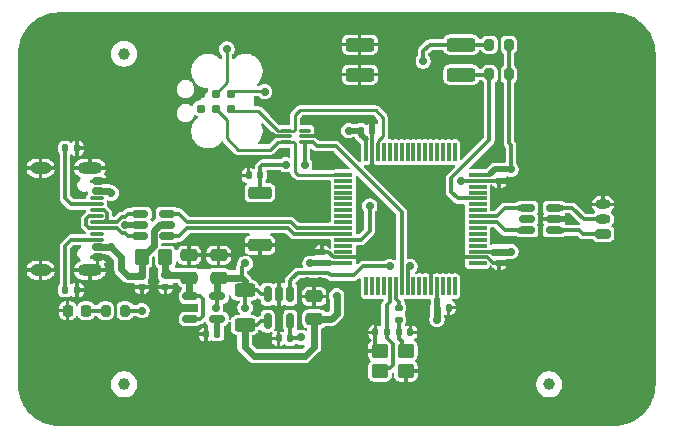
<source format=gbr>
%TF.GenerationSoftware,KiCad,Pcbnew,9.0.6*%
%TF.CreationDate,2025-12-11T07:51:36+01:00*%
%TF.ProjectId,ch32-baseboard-kicad,63683332-2d62-4617-9365-626f6172642d,rev?*%
%TF.SameCoordinates,PX5b8d800PY8954400*%
%TF.FileFunction,Copper,L1,Top*%
%TF.FilePolarity,Positive*%
%FSLAX46Y46*%
G04 Gerber Fmt 4.6, Leading zero omitted, Abs format (unit mm)*
G04 Created by KiCad (PCBNEW 9.0.6) date 2025-12-11 07:51:36*
%MOMM*%
%LPD*%
G01*
G04 APERTURE LIST*
G04 Aperture macros list*
%AMRoundRect*
0 Rectangle with rounded corners*
0 $1 Rounding radius*
0 $2 $3 $4 $5 $6 $7 $8 $9 X,Y pos of 4 corners*
0 Add a 4 corners polygon primitive as box body*
4,1,4,$2,$3,$4,$5,$6,$7,$8,$9,$2,$3,0*
0 Add four circle primitives for the rounded corners*
1,1,$1+$1,$2,$3*
1,1,$1+$1,$4,$5*
1,1,$1+$1,$6,$7*
1,1,$1+$1,$8,$9*
0 Add four rect primitives between the rounded corners*
20,1,$1+$1,$2,$3,$4,$5,0*
20,1,$1+$1,$4,$5,$6,$7,0*
20,1,$1+$1,$6,$7,$8,$9,0*
20,1,$1+$1,$8,$9,$2,$3,0*%
G04 Aperture macros list end*
%TA.AperFunction,SMDPad,CuDef*%
%ADD10RoundRect,0.250000X-0.350000X-0.450000X0.350000X-0.450000X0.350000X0.450000X-0.350000X0.450000X0*%
%TD*%
%TA.AperFunction,SMDPad,CuDef*%
%ADD11RoundRect,0.200000X0.200000X0.275000X-0.200000X0.275000X-0.200000X-0.275000X0.200000X-0.275000X0*%
%TD*%
%TA.AperFunction,SMDPad,CuDef*%
%ADD12RoundRect,0.135000X-0.135000X-0.185000X0.135000X-0.185000X0.135000X0.185000X-0.135000X0.185000X0*%
%TD*%
%TA.AperFunction,SMDPad,CuDef*%
%ADD13RoundRect,0.140000X-0.140000X-0.170000X0.140000X-0.170000X0.140000X0.170000X-0.140000X0.170000X0*%
%TD*%
%TA.AperFunction,SMDPad,CuDef*%
%ADD14RoundRect,0.140000X0.170000X-0.140000X0.170000X0.140000X-0.170000X0.140000X-0.170000X-0.140000X0*%
%TD*%
%TA.AperFunction,SMDPad,CuDef*%
%ADD15RoundRect,0.250000X0.475000X-0.250000X0.475000X0.250000X-0.475000X0.250000X-0.475000X-0.250000X0*%
%TD*%
%TA.AperFunction,SMDPad,CuDef*%
%ADD16RoundRect,0.150000X0.512500X0.150000X-0.512500X0.150000X-0.512500X-0.150000X0.512500X-0.150000X0*%
%TD*%
%TA.AperFunction,SMDPad,CuDef*%
%ADD17RoundRect,0.140000X-0.170000X0.140000X-0.170000X-0.140000X0.170000X-0.140000X0.170000X0.140000X0*%
%TD*%
%TA.AperFunction,SMDPad,CuDef*%
%ADD18RoundRect,0.135000X0.185000X-0.135000X0.185000X0.135000X-0.185000X0.135000X-0.185000X-0.135000X0*%
%TD*%
%TA.AperFunction,SMDPad,CuDef*%
%ADD19RoundRect,0.140000X0.140000X0.170000X-0.140000X0.170000X-0.140000X-0.170000X0.140000X-0.170000X0*%
%TD*%
%TA.AperFunction,SMDPad,CuDef*%
%ADD20RoundRect,0.150000X-0.350000X0.150000X-0.350000X-0.150000X0.350000X-0.150000X0.350000X0.150000X0*%
%TD*%
%TA.AperFunction,SMDPad,CuDef*%
%ADD21RoundRect,0.075000X-0.500000X0.075000X-0.500000X-0.075000X0.500000X-0.075000X0.500000X0.075000X0*%
%TD*%
%TA.AperFunction,HeatsinkPad*%
%ADD22O,2.100000X1.000000*%
%TD*%
%TA.AperFunction,HeatsinkPad*%
%ADD23O,1.800000X1.000000*%
%TD*%
%TA.AperFunction,SMDPad,CuDef*%
%ADD24RoundRect,0.150000X-0.512500X-0.150000X0.512500X-0.150000X0.512500X0.150000X-0.512500X0.150000X0*%
%TD*%
%TA.AperFunction,SMDPad,CuDef*%
%ADD25RoundRect,0.250000X-0.970000X-0.310000X0.970000X-0.310000X0.970000X0.310000X-0.970000X0.310000X0*%
%TD*%
%TA.AperFunction,SMDPad,CuDef*%
%ADD26C,1.000000*%
%TD*%
%TA.AperFunction,ConnectorPad*%
%ADD27C,0.787400*%
%TD*%
%TA.AperFunction,SMDPad,CuDef*%
%ADD28RoundRect,0.250000X0.750000X-0.275000X0.750000X0.275000X-0.750000X0.275000X-0.750000X-0.275000X0*%
%TD*%
%TA.AperFunction,SMDPad,CuDef*%
%ADD29RoundRect,0.250000X-0.625000X0.312500X-0.625000X-0.312500X0.625000X-0.312500X0.625000X0.312500X0*%
%TD*%
%TA.AperFunction,SMDPad,CuDef*%
%ADD30RoundRect,0.075000X0.075000X-0.700000X0.075000X0.700000X-0.075000X0.700000X-0.075000X-0.700000X0*%
%TD*%
%TA.AperFunction,SMDPad,CuDef*%
%ADD31RoundRect,0.075000X0.700000X-0.075000X0.700000X0.075000X-0.700000X0.075000X-0.700000X-0.075000X0*%
%TD*%
%TA.AperFunction,ComponentPad*%
%ADD32RoundRect,0.200000X0.450000X-0.200000X0.450000X0.200000X-0.450000X0.200000X-0.450000X-0.200000X0*%
%TD*%
%TA.AperFunction,ComponentPad*%
%ADD33O,1.300000X0.800000*%
%TD*%
%TA.AperFunction,ComponentPad*%
%ADD34C,0.800000*%
%TD*%
%TA.AperFunction,ComponentPad*%
%ADD35C,6.400000*%
%TD*%
%TA.AperFunction,SMDPad,CuDef*%
%ADD36RoundRect,0.250000X-0.450000X-0.350000X0.450000X-0.350000X0.450000X0.350000X-0.450000X0.350000X0*%
%TD*%
%TA.AperFunction,SMDPad,CuDef*%
%ADD37RoundRect,0.045000X-0.450000X-0.105000X0.450000X-0.105000X0.450000X0.105000X-0.450000X0.105000X0*%
%TD*%
%TA.AperFunction,SMDPad,CuDef*%
%ADD38RoundRect,0.150000X-0.150000X0.512500X-0.150000X-0.512500X0.150000X-0.512500X0.150000X0.512500X0*%
%TD*%
%TA.AperFunction,SMDPad,CuDef*%
%ADD39RoundRect,0.218750X-0.218750X-0.256250X0.218750X-0.256250X0.218750X0.256250X-0.218750X0.256250X0*%
%TD*%
%TA.AperFunction,ViaPad*%
%ADD40C,0.700000*%
%TD*%
%TA.AperFunction,Conductor*%
%ADD41C,0.300000*%
%TD*%
%TA.AperFunction,Conductor*%
%ADD42C,0.500000*%
%TD*%
%TA.AperFunction,Conductor*%
%ADD43C,0.600000*%
%TD*%
%TA.AperFunction,Conductor*%
%ADD44C,0.250000*%
%TD*%
%TA.AperFunction,Conductor*%
%ADD45C,0.330000*%
%TD*%
G04 APERTURE END LIST*
D10*
%TO.P,R3,2*%
%TO.N,+VBUSF*%
X13000000Y15750000D03*
%TO.P,R3,1*%
%TO.N,+VBUS*%
X11000000Y15750000D03*
%TD*%
D11*
%TO.P,R5,1*%
%TO.N,+3V3*%
X9575000Y11250000D03*
%TO.P,R5,2*%
%TO.N,Net-(D2-A)*%
X7925000Y11250000D03*
%TD*%
D12*
%TO.P,R2,1*%
%TO.N,/USBC_CC1*%
X4490000Y25000000D03*
%TO.P,R2,2*%
%TO.N,GND*%
X5510000Y25000000D03*
%TD*%
D13*
%TO.P,C6,1*%
%TO.N,GND*%
X22590000Y8900000D03*
%TO.P,C6,2*%
%TO.N,+3V3*%
X23550000Y8900000D03*
%TD*%
D14*
%TO.P,C12,1*%
%TO.N,+3V3S*%
X26250000Y15250000D03*
%TO.P,C12,2*%
%TO.N,GND*%
X26250000Y16210000D03*
%TD*%
D15*
%TO.P,C7,1*%
%TO.N,+3V3S*%
X25600000Y10550000D03*
%TO.P,C7,2*%
%TO.N,GND*%
X25600000Y12450000D03*
%TD*%
D16*
%TO.P,D4,1,I/O1*%
%TO.N,/UART_CN_TX*%
X45887500Y18050000D03*
%TO.P,D4,2,GND*%
%TO.N,GND*%
X45887500Y19000000D03*
%TO.P,D4,3,I/O2*%
%TO.N,/UART_CN_RX*%
X45887500Y19950000D03*
%TO.P,D4,4,I/O2*%
%TO.N,/UART8_RX*%
X43612500Y19950000D03*
%TO.P,D4,5,VBUS*%
%TO.N,unconnected-(D4-VBUS-Pad5)*%
X43612500Y19000000D03*
%TO.P,D4,6,I/O1*%
%TO.N,/UART8_TX*%
X43612500Y18050000D03*
%TD*%
D17*
%TO.P,C2,1*%
%TO.N,+VBUSF*%
X13000000Y14230000D03*
%TO.P,C2,2*%
%TO.N,GND*%
X13000000Y13270000D03*
%TD*%
D18*
%TO.P,R8,1*%
%TO.N,Net-(C14-Pad1)*%
X32750000Y10490000D03*
%TO.P,R8,2*%
%TO.N,/OSC_OUT*%
X32750000Y11510000D03*
%TD*%
D19*
%TO.P,C4,1*%
%TO.N,/LDO_BP*%
X17387500Y9250000D03*
%TO.P,C4,2*%
%TO.N,GND*%
X16427500Y9250000D03*
%TD*%
D20*
%TO.P,J1,A1,GND*%
%TO.N,GND*%
X7255000Y22200000D03*
%TO.P,J1,A4,VBUS*%
%TO.N,+VBUS*%
X7255000Y21400000D03*
D21*
%TO.P,J1,A5,CC1*%
%TO.N,/USBC_CC1*%
X7180000Y20250000D03*
%TO.P,J1,A6,D+*%
%TO.N,/USBC_D+*%
X7180000Y19250000D03*
%TO.P,J1,A7,D-*%
%TO.N,/USBC_D-*%
X7180000Y18750000D03*
%TO.P,J1,A8,SBU1*%
%TO.N,unconnected-(J1-SBU1-PadA8)*%
X7180000Y17750000D03*
D20*
%TO.P,J1,A9,VBUS*%
%TO.N,+VBUS*%
X7255000Y16600000D03*
%TO.P,J1,A12,GND*%
%TO.N,GND*%
X7255000Y15800000D03*
%TO.P,J1,B1,GND*%
X7255000Y15800000D03*
%TO.P,J1,B4,VBUS*%
%TO.N,+VBUS*%
X7255000Y16600000D03*
D21*
%TO.P,J1,B5,CC2*%
%TO.N,/USBC_CC2*%
X7180000Y17250000D03*
%TO.P,J1,B6,D+*%
%TO.N,/USBC_D+*%
X7180000Y18250000D03*
%TO.P,J1,B7,D-*%
%TO.N,/USBC_D-*%
X7180000Y19750000D03*
%TO.P,J1,B8,SBU2*%
%TO.N,unconnected-(J1-SBU2-PadB8)*%
X7180000Y20750000D03*
D20*
%TO.P,J1,B9,VBUS*%
%TO.N,+VBUS*%
X7255000Y21400000D03*
%TO.P,J1,B12,GND*%
%TO.N,GND*%
X7255000Y22200000D03*
D22*
%TO.P,J1,S1,SHIELD*%
X6605000Y23320000D03*
D23*
X2425000Y23320000D03*
D22*
X6605000Y14680000D03*
D23*
X2425000Y14680000D03*
%TD*%
D24*
%TO.P,D1,1,I/O1*%
%TO.N,/USBC_D-*%
X10862500Y19450000D03*
%TO.P,D1,2,GND*%
%TO.N,GND*%
X10862500Y18500000D03*
%TO.P,D1,3,I/O2*%
%TO.N,/USBC_D+*%
X10862500Y17550000D03*
%TO.P,D1,4,I/O2*%
%TO.N,/USB_FS_D+*%
X13137500Y17550000D03*
%TO.P,D1,5,VBUS*%
%TO.N,+VBUS*%
X13137500Y18500000D03*
%TO.P,D1,6,I/O1*%
%TO.N,/USB_FS_D-*%
X13137500Y19450000D03*
%TD*%
D25*
%TO.P,SW1,1*%
%TO.N,GND*%
X29445000Y33770000D03*
%TO.P,SW1,2*%
X29445000Y31230000D03*
%TO.P,SW1,3*%
%TO.N,/BOOT1*%
X38055000Y31230000D03*
%TO.P,SW1,4*%
%TO.N,/BOOT0*%
X38055000Y33770000D03*
%TD*%
D13*
%TO.P,C14,1*%
%TO.N,Net-(C14-Pad1)*%
X32770000Y9400000D03*
%TO.P,C14,2*%
%TO.N,GND*%
X33730000Y9400000D03*
%TD*%
D26*
%TO.P,FID2,*%
%TO.N,*%
X9500000Y5000000D03*
%TD*%
D13*
%TO.P,C11,1*%
%TO.N,+3V3S*%
X36020000Y11500000D03*
%TO.P,C11,2*%
%TO.N,GND*%
X36980000Y11500000D03*
%TD*%
D27*
%TO.P,J2,1,VCC*%
%TO.N,+3V3*%
X18520000Y29635000D03*
%TO.P,J2,2,SWDIO*%
%TO.N,/SWDIO*%
X18520000Y28365000D03*
%TO.P,J2,3,~{RESET}*%
%TO.N,/NRST*%
X17250000Y29635000D03*
%TO.P,J2,4,SWCLK*%
%TO.N,/SWCLK*%
X17250000Y28365000D03*
%TO.P,J2,5,GND*%
%TO.N,GND*%
X15980000Y29635000D03*
%TO.P,J2,6,SWO*%
%TO.N,unconnected-(J2-SWO-Pad6)*%
X15980000Y28365000D03*
%TD*%
D12*
%TO.P,R1,1*%
%TO.N,/USBC_CC2*%
X4490000Y13000000D03*
%TO.P,R1,2*%
%TO.N,GND*%
X5510000Y13000000D03*
%TD*%
D28*
%TO.P,SW2,1*%
%TO.N,GND*%
X21000000Y16800000D03*
%TO.P,SW2,2*%
%TO.N,/NRST*%
X21000000Y21250000D03*
%TD*%
D29*
%TO.P,R4,1*%
%TO.N,+3V3*%
X19700000Y12962500D03*
%TO.P,R4,2*%
%TO.N,+3V3S*%
X19700000Y10037500D03*
%TD*%
D30*
%TO.P,U1,1,VBAT*%
%TO.N,unconnected-(U1-VBAT-Pad1)*%
X30000000Y13325000D03*
%TO.P,U1,2,PC13*%
%TO.N,unconnected-(U1-PC13-Pad2)*%
X30500000Y13325000D03*
%TO.P,U1,3,PC14*%
%TO.N,unconnected-(U1-PC14-Pad3)*%
X31000000Y13325000D03*
%TO.P,U1,4,PC15*%
%TO.N,unconnected-(U1-PC15-Pad4)*%
X31500000Y13325000D03*
%TO.P,U1,5,OSC_IN*%
%TO.N,/OSC_IN*%
X32000000Y13325000D03*
%TO.P,U1,6,OSC_OUT*%
%TO.N,/OSC_OUT*%
X32500000Y13325000D03*
%TO.P,U1,7,~{RST}*%
%TO.N,/NRST*%
X33000000Y13325000D03*
%TO.P,U1,8,PC0*%
%TO.N,/INA_VOUT*%
X33500000Y13325000D03*
%TO.P,U1,9,PC1*%
%TO.N,unconnected-(U1-PC1-Pad9)*%
X34000000Y13325000D03*
%TO.P,U1,10,PC2*%
%TO.N,unconnected-(U1-PC2-Pad10)*%
X34500000Y13325000D03*
%TO.P,U1,11,PC3*%
%TO.N,unconnected-(U1-PC3-Pad11)*%
X35000000Y13325000D03*
%TO.P,U1,12,VSSA*%
%TO.N,GND*%
X35500000Y13325000D03*
%TO.P,U1,13,VDDA*%
%TO.N,+3V3S*%
X36000000Y13325000D03*
%TO.P,U1,14,PA0*%
%TO.N,unconnected-(U1-PA0-Pad14)*%
X36500000Y13325000D03*
%TO.P,U1,15,PA1*%
%TO.N,unconnected-(U1-PA1-Pad15)*%
X37000000Y13325000D03*
%TO.P,U1,16,PA2*%
%TO.N,unconnected-(U1-PA2-Pad16)*%
X37500000Y13325000D03*
D31*
%TO.P,U1,17,PA3*%
%TO.N,unconnected-(U1-PA3-Pad17)*%
X39425000Y15250000D03*
%TO.P,U1,18,VSS*%
%TO.N,GND*%
X39425000Y15750000D03*
%TO.P,U1,19,VDD*%
%TO.N,+3V3S*%
X39425000Y16250000D03*
%TO.P,U1,20,PA4*%
%TO.N,unconnected-(U1-PA4-Pad20)*%
X39425000Y16750000D03*
%TO.P,U1,21,PA5*%
%TO.N,unconnected-(U1-PA5-Pad21)*%
X39425000Y17250000D03*
%TO.P,U1,22,PA6*%
%TO.N,unconnected-(U1-PA6-Pad22)*%
X39425000Y17750000D03*
%TO.P,U1,23,PA7*%
%TO.N,unconnected-(U1-PA7-Pad23)*%
X39425000Y18250000D03*
%TO.P,U1,24,PC4*%
%TO.N,/UART8_TX*%
X39425000Y18750000D03*
%TO.P,U1,25,PC5*%
%TO.N,/UART8_RX*%
X39425000Y19250000D03*
%TO.P,U1,26,PB0*%
%TO.N,unconnected-(U1-PB0-Pad26)*%
X39425000Y19750000D03*
%TO.P,U1,27,PB1*%
%TO.N,unconnected-(U1-PB1-Pad27)*%
X39425000Y20250000D03*
%TO.P,U1,28,PB2*%
%TO.N,/BOOT1*%
X39425000Y20750000D03*
%TO.P,U1,29,PB10*%
%TO.N,unconnected-(U1-PB10-Pad29)*%
X39425000Y21250000D03*
%TO.P,U1,30,PB11*%
%TO.N,unconnected-(U1-PB11-Pad30)*%
X39425000Y21750000D03*
%TO.P,U1,31,VSS*%
%TO.N,GND*%
X39425000Y22250000D03*
%TO.P,U1,32,VIO*%
%TO.N,+3V3S*%
X39425000Y22750000D03*
D30*
%TO.P,U1,33,PB12*%
%TO.N,unconnected-(U1-PB12-Pad33)*%
X37500000Y24675000D03*
%TO.P,U1,34,PB13*%
%TO.N,unconnected-(U1-PB13-Pad34)*%
X37000000Y24675000D03*
%TO.P,U1,35,PB14*%
%TO.N,unconnected-(U1-PB14-Pad35)*%
X36500000Y24675000D03*
%TO.P,U1,36,PB15*%
%TO.N,unconnected-(U1-PB15-Pad36)*%
X36000000Y24675000D03*
%TO.P,U1,37,PC6*%
%TO.N,unconnected-(U1-PC6-Pad37)*%
X35500000Y24675000D03*
%TO.P,U1,38,PC7*%
%TO.N,unconnected-(U1-PC7-Pad38)*%
X35000000Y24675000D03*
%TO.P,U1,39,PC8*%
%TO.N,unconnected-(U1-PC8-Pad39)*%
X34500000Y24675000D03*
%TO.P,U1,40,PC9*%
%TO.N,unconnected-(U1-PC9-Pad40)*%
X34000000Y24675000D03*
%TO.P,U1,41,PA8*%
%TO.N,unconnected-(U1-PA8-Pad41)*%
X33500000Y24675000D03*
%TO.P,U1,42,PA9*%
%TO.N,unconnected-(U1-PA9-Pad42)*%
X33000000Y24675000D03*
%TO.P,U1,43,PA10*%
%TO.N,unconnected-(U1-PA10-Pad43)*%
X32500000Y24675000D03*
%TO.P,U1,44,PA11*%
%TO.N,unconnected-(U1-PA11-Pad44)*%
X32000000Y24675000D03*
%TO.P,U1,45,PA12*%
%TO.N,unconnected-(U1-PA12-Pad45)*%
X31500000Y24675000D03*
%TO.P,U1,46,SWDIO*%
%TO.N,/SWDIO*%
X31000000Y24675000D03*
%TO.P,U1,47,VSS*%
%TO.N,GND*%
X30500000Y24675000D03*
%TO.P,U1,48,VDD*%
%TO.N,+3V3S*%
X30000000Y24675000D03*
D31*
%TO.P,U1,49,SWCLK*%
%TO.N,/SWCLK*%
X28075000Y22750000D03*
%TO.P,U1,50,PA15*%
%TO.N,unconnected-(U1-PA15-Pad50)*%
X28075000Y22250000D03*
%TO.P,U1,51,PC10*%
%TO.N,unconnected-(U1-PC10-Pad51)*%
X28075000Y21750000D03*
%TO.P,U1,52,PC11*%
%TO.N,unconnected-(U1-PC11-Pad52)*%
X28075000Y21250000D03*
%TO.P,U1,53,PC12*%
%TO.N,unconnected-(U1-PC12-Pad53)*%
X28075000Y20750000D03*
%TO.P,U1,54,PD2*%
%TO.N,unconnected-(U1-PD2-Pad54)*%
X28075000Y20250000D03*
%TO.P,U1,55,PB3*%
%TO.N,unconnected-(U1-PB3-Pad55)*%
X28075000Y19750000D03*
%TO.P,U1,56,PB4*%
%TO.N,unconnected-(U1-PB4-Pad56)*%
X28075000Y19250000D03*
%TO.P,U1,57,PB5*%
%TO.N,unconnected-(U1-PB5-Pad57)*%
X28075000Y18750000D03*
%TO.P,U1,58,PB6*%
%TO.N,/USB_FS_D-*%
X28075000Y18250000D03*
%TO.P,U1,59,PB7*%
%TO.N,/USB_FS_D+*%
X28075000Y17750000D03*
%TO.P,U1,60,BOOT0*%
%TO.N,/BOOT0*%
X28075000Y17250000D03*
%TO.P,U1,61,PB8*%
%TO.N,unconnected-(U1-PB8-Pad61)*%
X28075000Y16750000D03*
%TO.P,U1,62,PB9*%
%TO.N,unconnected-(U1-PB9-Pad62)*%
X28075000Y16250000D03*
%TO.P,U1,63,VSS*%
%TO.N,GND*%
X28075000Y15750000D03*
%TO.P,U1,64,VIO*%
%TO.N,+3V3S*%
X28075000Y15250000D03*
%TD*%
D32*
%TO.P,J3,1,Pin_1*%
%TO.N,/UART_CN_TX*%
X50050000Y17750000D03*
D33*
%TO.P,J3,2,Pin_2*%
%TO.N,/UART_CN_RX*%
X50050000Y19000000D03*
%TO.P,J3,3,Pin_3*%
%TO.N,GND*%
X50050000Y20250000D03*
%TD*%
D34*
%TO.P,MH2,1,1*%
%TO.N,GND*%
X48600000Y33000000D03*
X49302944Y34697056D03*
X49302944Y31302944D03*
X51000000Y35400000D03*
D35*
X51000000Y33000000D03*
D34*
X51000000Y30600000D03*
X52697056Y34697056D03*
X52697056Y31302944D03*
X53400000Y33000000D03*
%TD*%
D11*
%TO.P,R6,1*%
%TO.N,+3V3S*%
X42075000Y33750000D03*
%TO.P,R6,2*%
%TO.N,/BOOT0*%
X40425000Y33750000D03*
%TD*%
D13*
%TO.P,C8,1*%
%TO.N,+3V3S*%
X29540000Y26500000D03*
%TO.P,C8,2*%
%TO.N,GND*%
X30500000Y26500000D03*
%TD*%
D17*
%TO.P,C1,1*%
%TO.N,+VBUS*%
X11000000Y14210000D03*
%TO.P,C1,2*%
%TO.N,GND*%
X11000000Y13250000D03*
%TD*%
D19*
%TO.P,C13,1*%
%TO.N,/OSC_IN*%
X31730000Y9400000D03*
%TO.P,C13,2*%
%TO.N,GND*%
X30770000Y9400000D03*
%TD*%
D34*
%TO.P,MH4,1,1*%
%TO.N,GND*%
X1600000Y5000000D03*
X2302944Y6697056D03*
X2302944Y3302944D03*
X4000000Y7400000D03*
D35*
X4000000Y5000000D03*
D34*
X4000000Y2600000D03*
X5697056Y6697056D03*
X5697056Y3302944D03*
X6400000Y5000000D03*
%TD*%
D36*
%TO.P,X1,1,1*%
%TO.N,/OSC_IN*%
X31150000Y6150000D03*
%TO.P,X1,2,2*%
%TO.N,GND*%
X33350000Y6150000D03*
%TO.P,X1,3,3*%
%TO.N,Net-(C14-Pad1)*%
X33350000Y7850000D03*
%TO.P,X1,4,4*%
%TO.N,GND*%
X31150000Y7850000D03*
%TD*%
D34*
%TO.P,MH3,1,1*%
%TO.N,GND*%
X48600000Y5000000D03*
X49302944Y6697056D03*
X49302944Y3302944D03*
X51000000Y7400000D03*
D35*
X51000000Y5000000D03*
D34*
X51000000Y2600000D03*
X52697056Y6697056D03*
X52697056Y3302944D03*
X53400000Y5000000D03*
%TD*%
D26*
%TO.P,FID1,*%
%TO.N,*%
X9500000Y33000000D03*
%TD*%
%TO.P,FID3,*%
%TO.N,*%
X45500000Y5000000D03*
%TD*%
D37*
%TO.P,D3,1*%
%TO.N,/SWDIO*%
X23195000Y26500000D03*
%TO.P,D3,2*%
%TO.N,GND*%
X23195000Y26000000D03*
%TO.P,D3,3*%
%TO.N,/SWCLK*%
X23195000Y25500000D03*
%TO.P,D3,4*%
%TO.N,/NRST*%
X24805000Y25500000D03*
%TO.P,D3,5*%
%TO.N,GND*%
X24805000Y26000000D03*
%TO.P,D3,6*%
%TO.N,unconnected-(D3-Pad6)*%
X24805000Y26500000D03*
%TD*%
D38*
%TO.P,U3,1*%
%TO.N,/INA_VOUT*%
X23550000Y12637500D03*
%TO.P,U3,2,GND*%
%TO.N,GND*%
X22600000Y12637500D03*
%TO.P,U3,3,+*%
%TO.N,+3V3*%
X21650000Y12637500D03*
%TO.P,U3,4,-*%
%TO.N,+3V3S*%
X21650000Y10362500D03*
%TO.P,U3,5,V+*%
%TO.N,+3V3*%
X23550000Y10362500D03*
%TD*%
D15*
%TO.P,C3,1*%
%TO.N,+VBUSF*%
X15000000Y14050000D03*
%TO.P,C3,2*%
%TO.N,GND*%
X15000000Y15950000D03*
%TD*%
D24*
%TO.P,U2,1,IN*%
%TO.N,+VBUSF*%
X15112500Y12450000D03*
%TO.P,U2,2,GND*%
%TO.N,GND*%
X15112500Y11500000D03*
%TO.P,U2,3,EN*%
%TO.N,+VBUSF*%
X15112500Y10550000D03*
%TO.P,U2,4,BP*%
%TO.N,/LDO_BP*%
X17387500Y10550000D03*
%TO.P,U2,5,OUT*%
%TO.N,+3V3*%
X17387500Y12450000D03*
%TD*%
D34*
%TO.P,MH1,1,1*%
%TO.N,GND*%
X1600000Y33000000D03*
X2302944Y34697056D03*
X2302944Y31302944D03*
X4000000Y35400000D03*
D35*
X4000000Y33000000D03*
D34*
X4000000Y30600000D03*
X5697056Y34697056D03*
X5697056Y31302944D03*
X6400000Y33000000D03*
%TD*%
D19*
%TO.P,C15,1*%
%TO.N,/NRST*%
X21000000Y22700000D03*
%TO.P,C15,2*%
%TO.N,GND*%
X20040000Y22700000D03*
%TD*%
D15*
%TO.P,C5,1*%
%TO.N,+3V3*%
X17500000Y14050000D03*
%TO.P,C5,2*%
%TO.N,GND*%
X17500000Y15950000D03*
%TD*%
D39*
%TO.P,D2,1,K*%
%TO.N,GND*%
X4712500Y11250000D03*
%TO.P,D2,2,A*%
%TO.N,Net-(D2-A)*%
X6287500Y11250000D03*
%TD*%
D17*
%TO.P,C10,1*%
%TO.N,+3V3S*%
X41250000Y16250000D03*
%TO.P,C10,2*%
%TO.N,GND*%
X41250000Y15290000D03*
%TD*%
%TO.P,C9,1*%
%TO.N,+3V3S*%
X41250000Y23210000D03*
%TO.P,C9,2*%
%TO.N,GND*%
X41250000Y22250000D03*
%TD*%
D11*
%TO.P,R7,1*%
%TO.N,+3V3S*%
X42075000Y31250000D03*
%TO.P,R7,2*%
%TO.N,/BOOT1*%
X40425000Y31250000D03*
%TD*%
D40*
%TO.N,GND*%
X11250000Y25750000D03*
X21600000Y8900000D03*
X32800000Y4650000D03*
X39000000Y6500000D03*
X41250000Y35250000D03*
X35000000Y8650000D03*
X49250000Y11250000D03*
X24000000Y5750000D03*
X26100000Y13750000D03*
X33900000Y32400000D03*
X27750000Y2700000D03*
X11250000Y29000000D03*
X41250000Y21250000D03*
X18500000Y11500000D03*
X53000000Y22712500D03*
X15500000Y9250000D03*
X39112500Y2700000D03*
X29500000Y15750000D03*
X17500000Y17200000D03*
X31750000Y19000000D03*
X30500000Y23250000D03*
X16500000Y5750000D03*
X16500000Y2750000D03*
X12500000Y9500000D03*
X45500000Y11250000D03*
X13750000Y11500000D03*
X45750000Y35250000D03*
X10000000Y13250000D03*
X29500000Y7650000D03*
X11000000Y12250000D03*
X29500000Y5650000D03*
X1750000Y27000000D03*
X25000000Y13750000D03*
X14500000Y22250000D03*
X45500000Y29500000D03*
X35000000Y4650000D03*
X33900000Y4650000D03*
X35000000Y7650000D03*
X38000000Y11500000D03*
X6500000Y13000000D03*
X26000000Y26000000D03*
X13000000Y12250000D03*
X43750000Y32500000D03*
X9600000Y18500000D03*
X14887500Y35000000D03*
X41250000Y14250000D03*
X31700000Y4650000D03*
X38000000Y22250000D03*
X21000000Y15500000D03*
X12000000Y13250000D03*
X35000000Y5650000D03*
X53000000Y11350000D03*
X18675000Y35000000D03*
X22462500Y35000000D03*
X29750000Y21000000D03*
X24000000Y2750000D03*
X22000000Y26000000D03*
X36250000Y18000000D03*
X6500000Y25000000D03*
X26250000Y35000000D03*
X31537500Y2700000D03*
X45500000Y26500000D03*
X16250000Y17200000D03*
X37000000Y10500000D03*
X16500000Y19750000D03*
X29750000Y9650000D03*
X30600000Y4650000D03*
X53000000Y15137500D03*
X34750000Y9650000D03*
X29400000Y35200000D03*
X25800000Y23600000D03*
X45500000Y22500000D03*
X29500000Y29800000D03*
X42250000Y22250000D03*
X35325000Y2700000D03*
X29500000Y6650000D03*
X29500000Y8650000D03*
X11250000Y22250000D03*
X35500000Y14750000D03*
X35000000Y6650000D03*
X15000000Y17200000D03*
X35750000Y23000000D03*
X29500000Y4650000D03*
X42900000Y2700000D03*
X38000000Y15750000D03*
X8500000Y22250000D03*
X23200000Y22600000D03*
X1750000Y21000000D03*
X20250000Y5750000D03*
X47250000Y19000000D03*
X11100000Y35000000D03*
X53000000Y18925000D03*
X12500000Y5750000D03*
X33000000Y26500000D03*
X8500000Y9500000D03*
X22000000Y30600000D03*
X36250000Y26500000D03*
X30500000Y27500000D03*
X20250000Y2750000D03*
X42250000Y9000000D03*
X38750000Y26500000D03*
X6750000Y28000000D03*
X8300000Y15400000D03*
X34500000Y15500000D03*
X1750000Y17000000D03*
X49250000Y26500000D03*
X53000000Y26500000D03*
X26000000Y21250000D03*
X31750000Y16000000D03*
X3750000Y19000000D03*
X45500000Y14500000D03*
X25250000Y16210000D03*
X42250000Y15290000D03*
X22600000Y14100000D03*
X34000000Y21000000D03*
X12500000Y2750000D03*
%TO.N,+3V3S*%
X27500000Y12500000D03*
X42250000Y16250000D03*
X28500000Y26500000D03*
X25250000Y15250000D03*
X42250000Y23210000D03*
X36000000Y10500000D03*
%TO.N,/NRST*%
X24800000Y23600000D03*
X23200000Y23600000D03*
X18200000Y33400000D03*
%TO.N,+VBUS*%
X8400000Y16600000D03*
X8400000Y21200000D03*
%TO.N,+3V3*%
X21400000Y29800000D03*
X24500000Y9000000D03*
X19750000Y11500000D03*
X17250000Y11500000D03*
X19750000Y15250000D03*
X11000000Y11250000D03*
%TO.N,/BOOT0*%
X30300000Y20100000D03*
X34800000Y32400000D03*
%TO.N,/INA_VOUT*%
X32000000Y15000000D03*
X33700000Y15000000D03*
%TD*%
D41*
%TO.N,GND*%
X39425000Y22250000D02*
X38000000Y22250000D01*
X26769232Y16210000D02*
X26250000Y16210000D01*
D42*
X41250000Y22250000D02*
X42250000Y22250000D01*
X8450000Y22200000D02*
X8500000Y22250000D01*
D41*
X28075000Y15750000D02*
X27229232Y15750000D01*
X30500000Y26500000D02*
X30500000Y24675000D01*
X30770000Y8230000D02*
X31150000Y7850000D01*
X35500000Y13325000D02*
X35500000Y14750000D01*
X28075000Y15750000D02*
X29500000Y15750000D01*
X23195000Y26000000D02*
X22000000Y26000000D01*
D42*
X10862500Y18500000D02*
X9600000Y18500000D01*
X45887500Y19000000D02*
X47250000Y19000000D01*
X7900000Y15800000D02*
X7180000Y15800000D01*
X41250000Y15290000D02*
X42250000Y15290000D01*
D41*
X30770000Y9400000D02*
X30770000Y8230000D01*
X40250000Y15750000D02*
X40710000Y15290000D01*
X39425000Y15750000D02*
X38000000Y15750000D01*
D42*
X8300000Y15400000D02*
X7900000Y15800000D01*
D41*
X24805000Y26000000D02*
X26000000Y26000000D01*
D42*
X7180000Y22200000D02*
X8450000Y22200000D01*
D41*
X27229232Y15750000D02*
X26769232Y16210000D01*
X39425000Y22250000D02*
X41250000Y22250000D01*
D42*
X30500000Y26500000D02*
X30500000Y27500000D01*
D41*
X40710000Y15290000D02*
X41250000Y15290000D01*
X39425000Y15750000D02*
X40250000Y15750000D01*
X30500000Y24675000D02*
X30500000Y23250000D01*
D42*
X25250000Y16210000D02*
X26250000Y16210000D01*
D43*
%TO.N,+3V3S*%
X36000000Y11480000D02*
X36020000Y11500000D01*
D41*
X42075000Y31250000D02*
X42075000Y33750000D01*
D42*
X41250000Y23210000D02*
X40909000Y23210000D01*
D41*
X42075000Y31250000D02*
X42075000Y25425000D01*
D43*
X27050000Y10550000D02*
X27500000Y11000000D01*
D41*
X26950000Y15250000D02*
X28075000Y15250000D01*
X19700000Y10037500D02*
X20787500Y10037500D01*
D43*
X36000000Y10500000D02*
X36000000Y11480000D01*
D42*
X29540000Y26159000D02*
X29949000Y25750000D01*
D43*
X25600000Y10550000D02*
X27050000Y10550000D01*
X20500000Y7400000D02*
X24800000Y7400000D01*
D41*
X42250000Y23210000D02*
X42250000Y25250000D01*
D42*
X28500000Y26500000D02*
X29540000Y26500000D01*
X36000000Y12250000D02*
X36000000Y11520000D01*
D43*
X25600000Y8200000D02*
X25600000Y10550000D01*
D41*
X21112500Y10362500D02*
X21650000Y10362500D01*
X42075000Y25425000D02*
X42250000Y25250000D01*
D43*
X19700000Y8200000D02*
X20500000Y7400000D01*
D41*
X40449000Y22750000D02*
X39425000Y22750000D01*
D43*
X19700000Y10037500D02*
X19700000Y8200000D01*
X27500000Y11000000D02*
X27500000Y12500000D01*
D42*
X29540000Y26500000D02*
X29540000Y26159000D01*
X36000000Y11520000D02*
X36020000Y11500000D01*
D43*
X41250000Y16250000D02*
X40750000Y16250000D01*
X24800000Y7400000D02*
X25600000Y8200000D01*
X42250000Y16250000D02*
X41250000Y16250000D01*
D42*
X40909000Y23210000D02*
X40500000Y22801000D01*
X26250000Y15250000D02*
X25250000Y15250000D01*
D41*
X29949000Y25750000D02*
X30000000Y25699000D01*
X20787500Y10037500D02*
X21112500Y10362500D01*
X36000000Y13325000D02*
X36000000Y12250000D01*
X30000000Y25699000D02*
X30000000Y24675000D01*
X40500000Y22801000D02*
X40449000Y22750000D01*
D42*
X41250000Y23210000D02*
X42250000Y23210000D01*
X26250000Y15250000D02*
X26950000Y15250000D01*
D41*
X40750000Y16250000D02*
X39425000Y16250000D01*
%TO.N,/NRST*%
X33000000Y19600000D02*
X33000000Y13325000D01*
X21000000Y21250000D02*
X21000000Y22700000D01*
X21000000Y22700000D02*
X21000000Y23400000D01*
X25800000Y25200000D02*
X27400000Y25200000D01*
D44*
X18200000Y30585000D02*
X18200000Y33400000D01*
D41*
X24800000Y23600000D02*
X24800000Y25495000D01*
X24800000Y25495000D02*
X24805000Y25500000D01*
X27400000Y25200000D02*
X33000000Y19600000D01*
X21000000Y23400000D02*
X21200000Y23600000D01*
X24805000Y25500000D02*
X25500000Y25500000D01*
X21200000Y23600000D02*
X23200000Y23600000D01*
X25500000Y25500000D02*
X25800000Y25200000D01*
D44*
X17250000Y29635000D02*
X18200000Y30585000D01*
D41*
%TO.N,/OSC_OUT*%
X32500000Y12250000D02*
X32750000Y12000000D01*
X32750000Y12000000D02*
X32750000Y11510000D01*
X32500000Y13325000D02*
X32500000Y12250000D01*
%TO.N,/OSC_IN*%
X31730000Y8920000D02*
X31750000Y8900000D01*
X32000000Y12000000D02*
X32000000Y13325000D01*
X32000000Y6400000D02*
X31400000Y6400000D01*
X31730000Y9400000D02*
X31730000Y8920000D01*
X31756870Y8900000D02*
X32250000Y8406870D01*
X31730000Y11730000D02*
X32000000Y12000000D01*
X31750000Y8900000D02*
X31756870Y8900000D01*
X32250000Y6650000D02*
X32000000Y6400000D01*
X32250000Y8406870D02*
X32250000Y6650000D01*
X31730000Y9400000D02*
X31730000Y11730000D01*
D43*
%TO.N,+VBUS*%
X12000000Y16750000D02*
X11000000Y15750000D01*
X12000000Y18024999D02*
X12000000Y16750000D01*
X11000000Y14500000D02*
X11000000Y15750000D01*
X7180000Y16600000D02*
X8400000Y16600000D01*
X9790000Y14210000D02*
X10500000Y14210000D01*
X10500000Y14210000D02*
X11000000Y14210000D01*
X8200000Y21400000D02*
X8400000Y21200000D01*
X10500000Y14210000D02*
X10710000Y14210000D01*
X7255000Y21400000D02*
X8200000Y21400000D01*
X8400000Y16600000D02*
X9250000Y15750000D01*
X9250000Y15750000D02*
X9250000Y14750000D01*
X10710000Y14210000D02*
X11000000Y14500000D01*
X12475001Y18500000D02*
X12000000Y18024999D01*
X9250000Y14750000D02*
X9790000Y14210000D01*
X11000000Y14210000D02*
X11000000Y14500000D01*
X13137500Y18500000D02*
X12475001Y18500000D01*
D41*
%TO.N,+VBUSF*%
X16200000Y12200000D02*
X15950000Y12450000D01*
X15950000Y12450000D02*
X15112500Y12450000D01*
D43*
X13000000Y14750000D02*
X13000000Y14230000D01*
X13400000Y14230000D02*
X14970000Y14230000D01*
X13000000Y14750000D02*
X13000000Y14630000D01*
X13000000Y14630000D02*
X13400000Y14230000D01*
X13000000Y14230000D02*
X13400000Y14230000D01*
X15000000Y14050000D02*
X15000000Y12500000D01*
X14970000Y14230000D02*
X15000000Y14200000D01*
D41*
X15950000Y10550000D02*
X16200000Y10800000D01*
X16200000Y10800000D02*
X16200000Y12200000D01*
X15112500Y10550000D02*
X15950000Y10550000D01*
D43*
X13000000Y15750000D02*
X13000000Y14750000D01*
%TO.N,+3V3*%
X19450000Y14050000D02*
X19700000Y13800000D01*
D41*
X19750000Y12912500D02*
X19700000Y12962500D01*
X19700000Y12962500D02*
X20787500Y12962500D01*
D43*
X17387500Y13937500D02*
X17500000Y14050000D01*
D41*
X17387500Y12450000D02*
X17387500Y11637500D01*
D43*
X19700000Y13800000D02*
X19700000Y12962500D01*
D41*
X11000000Y11250000D02*
X9575000Y11250000D01*
X20787500Y12962500D02*
X21112500Y12637500D01*
D44*
X18760300Y29875300D02*
X21324700Y29875300D01*
D41*
X19750000Y11500000D02*
X19750000Y12912500D01*
X21112500Y12637500D02*
X21650000Y12637500D01*
D44*
X21324700Y29875300D02*
X21400000Y29800000D01*
D41*
X19750000Y15250000D02*
X19450000Y14950000D01*
X24400000Y8900000D02*
X24500000Y9000000D01*
X19450000Y14950000D02*
X19450000Y14050000D01*
X23550000Y8900000D02*
X23550000Y10362500D01*
D43*
X17500000Y14050000D02*
X19450000Y14050000D01*
D41*
X17387500Y11637500D02*
X17250000Y11500000D01*
D44*
X18520000Y29635000D02*
X18760300Y29875300D01*
D41*
X23550000Y8900000D02*
X24400000Y8900000D01*
D43*
X17387500Y12450000D02*
X17387500Y13937500D01*
D42*
%TO.N,/LDO_BP*%
X17387500Y9250000D02*
X17387500Y10550000D01*
D45*
%TO.N,/USBC_D+*%
X8042501Y18250000D02*
X8047501Y18255000D01*
X8047501Y18255000D02*
X8900305Y18255000D01*
X7180000Y18250000D02*
X8042501Y18250000D01*
X8900305Y18255000D02*
X9323305Y17832000D01*
D41*
X6302000Y18516348D02*
X6568348Y18250000D01*
D45*
X9586749Y17832000D02*
X9868749Y17550000D01*
D41*
X6568348Y18250000D02*
X7180000Y18250000D01*
D45*
X9868749Y17550000D02*
X10862500Y17550000D01*
D41*
X6568348Y19250000D02*
X6302000Y18983652D01*
D45*
X9323305Y17832000D02*
X9586749Y17832000D01*
D41*
X7180000Y19250000D02*
X6568348Y19250000D01*
X6302000Y18983652D02*
X6302000Y18516348D01*
D45*
%TO.N,/USB_FS_D+*%
X23398518Y18255000D02*
X23898518Y17755000D01*
X23898518Y17755000D02*
X26907499Y17755000D01*
X26907499Y17755000D02*
X26912499Y17750000D01*
X26912499Y17750000D02*
X28075000Y17750000D01*
X13137500Y17550000D02*
X14131251Y17550000D01*
X14131251Y17550000D02*
X14836251Y18255000D01*
X14836251Y18255000D02*
X23398518Y18255000D01*
D41*
%TO.N,/USBC_D-*%
X8058000Y19016348D02*
X7791652Y18750000D01*
X7791652Y19750000D02*
X8058000Y19483652D01*
D45*
X9868749Y19450000D02*
X10862500Y19450000D01*
X8927000Y18750000D02*
X8932000Y18745000D01*
X9323305Y19168000D02*
X9586749Y19168000D01*
D41*
X7791652Y18750000D02*
X7180000Y18750000D01*
D45*
X9586749Y19168000D02*
X9868749Y19450000D01*
X7180000Y18750000D02*
X8927000Y18750000D01*
X8932000Y18745000D02*
X8932000Y18776695D01*
D41*
X8058000Y19483652D02*
X8058000Y19016348D01*
D45*
X8932000Y18776695D02*
X9323305Y19168000D01*
D41*
X7180000Y19750000D02*
X7791652Y19750000D01*
D45*
%TO.N,/USB_FS_D-*%
X26912499Y18250000D02*
X28075000Y18250000D01*
X13137500Y19450000D02*
X14131251Y19450000D01*
X24101482Y18245000D02*
X26907499Y18245000D01*
X23601482Y18745000D02*
X24101482Y18245000D01*
X26907499Y18245000D02*
X26912499Y18250000D01*
X14131251Y19450000D02*
X14836251Y18745000D01*
X14836251Y18745000D02*
X23601482Y18745000D01*
D44*
%TO.N,/SWDIO*%
X24400000Y28200000D02*
X30800000Y28200000D01*
X20875300Y28124700D02*
X18760300Y28124700D01*
X31400000Y26000000D02*
X31000000Y25600000D01*
X30800000Y28200000D02*
X31400000Y27600000D01*
X23195000Y26500000D02*
X23900000Y26500000D01*
X31400000Y27600000D02*
X31400000Y26000000D01*
X24000000Y26600000D02*
X24000000Y27800000D01*
X18760300Y28124700D02*
X18520000Y28365000D01*
X31000000Y25600000D02*
X31000000Y24675000D01*
X24000000Y27800000D02*
X24400000Y28200000D01*
X23900000Y26500000D02*
X24000000Y26600000D01*
X22500000Y26500000D02*
X20875300Y28124700D01*
X23195000Y26500000D02*
X22500000Y26500000D01*
%TO.N,/SWCLK*%
X23195000Y25500000D02*
X23900000Y25500000D01*
X23900000Y25500000D02*
X24000000Y25400000D01*
X24000000Y23000000D02*
X24250000Y22750000D01*
X18200000Y25833291D02*
X18200000Y27415000D01*
X22500000Y25500000D02*
X21892550Y24892550D01*
X24000000Y25400000D02*
X24000000Y23000000D01*
X19140741Y24892550D02*
X18200000Y25833291D01*
X23195000Y25500000D02*
X22500000Y25500000D01*
X18200000Y27415000D02*
X17250000Y28365000D01*
X21892550Y24892550D02*
X19140741Y24892550D01*
X24250000Y22750000D02*
X28075000Y22750000D01*
D41*
%TO.N,/UART8_TX*%
X41750000Y18050000D02*
X43612500Y18050000D01*
X41050000Y18750000D02*
X41750000Y18050000D01*
X39425000Y18750000D02*
X41050000Y18750000D01*
%TO.N,/UART8_RX*%
X41050000Y19250000D02*
X41750000Y19950000D01*
X39425000Y19250000D02*
X41050000Y19250000D01*
X41750000Y19950000D02*
X43612500Y19950000D01*
%TO.N,/UART_CN_TX*%
X45887500Y18050000D02*
X48050000Y18050000D01*
X48050000Y18050000D02*
X48350000Y17750000D01*
X48350000Y17750000D02*
X50050000Y17750000D01*
%TO.N,/UART_CN_RX*%
X48400000Y19000000D02*
X50050000Y19000000D01*
X47450000Y19950000D02*
X48400000Y19000000D01*
X45887500Y19950000D02*
X47450000Y19950000D01*
%TO.N,/USBC_CC1*%
X7180000Y20250000D02*
X5000000Y20250000D01*
X5000000Y20250000D02*
X4490000Y20760000D01*
X4490000Y20760000D02*
X4490000Y25000000D01*
%TO.N,/USBC_CC2*%
X4490000Y16740000D02*
X4490000Y13000000D01*
X5000000Y17250000D02*
X4490000Y16740000D01*
X7180000Y17250000D02*
X5000000Y17250000D01*
%TO.N,/BOOT0*%
X40405000Y33770000D02*
X40425000Y33750000D01*
X29550000Y17250000D02*
X30300000Y18000000D01*
X38055000Y33770000D02*
X40405000Y33770000D01*
X34800000Y33200000D02*
X35370000Y33770000D01*
X28075000Y17250000D02*
X29550000Y17250000D01*
X34800000Y32400000D02*
X34800000Y33200000D01*
X35370000Y33770000D02*
X38055000Y33770000D01*
X30300000Y18000000D02*
X30300000Y20100000D01*
%TO.N,/BOOT1*%
X37750000Y20750000D02*
X39425000Y20750000D01*
X38055000Y31230000D02*
X40405000Y31230000D01*
X40425000Y31250000D02*
X40425000Y25725000D01*
X40425000Y25725000D02*
X37200000Y22500000D01*
X37200000Y22500000D02*
X37200000Y21300000D01*
X40405000Y31230000D02*
X40425000Y31250000D01*
X37200000Y21300000D02*
X37750000Y20750000D01*
%TO.N,/INA_VOUT*%
X23550000Y13800000D02*
X23750000Y14000000D01*
X26799000Y14451000D02*
X27000000Y14250000D01*
X23550000Y12637500D02*
X23550000Y13800000D01*
X29750000Y15000000D02*
X32000000Y15000000D01*
X33700000Y15000000D02*
X33500000Y14800000D01*
X24201000Y14451000D02*
X26799000Y14451000D01*
X27000000Y14250000D02*
X29000000Y14250000D01*
X23750000Y14000000D02*
X24201000Y14451000D01*
X33500000Y14800000D02*
X33500000Y13325000D01*
X29000000Y14250000D02*
X29750000Y15000000D01*
%TO.N,Net-(D2-A)*%
X6287500Y11250000D02*
X7925000Y11250000D01*
%TO.N,Net-(C14-Pad1)*%
X32750000Y9420000D02*
X32770000Y9400000D01*
X32750000Y10490000D02*
X32750000Y9420000D01*
X33000000Y8650000D02*
X33000000Y7650000D01*
X33000000Y7650000D02*
X33000000Y8150000D01*
X32770000Y8880000D02*
X33000000Y8650000D01*
X32770000Y9400000D02*
X32770000Y8880000D01*
%TD*%
%TA.AperFunction,Conductor*%
%TO.N,GND*%
G36*
X18529593Y12523891D02*
G01*
X18541597Y12502019D01*
X18590637Y12377661D01*
X18590638Y12377659D01*
X18590639Y12377658D01*
X18682078Y12257078D01*
X18802658Y12165639D01*
X18802659Y12165639D01*
X18802660Y12165638D01*
X18838522Y12151496D01*
X18943436Y12110123D01*
X19031898Y12099500D01*
X19190547Y12099500D01*
X19248738Y12080593D01*
X19284702Y12031093D01*
X19284702Y11969907D01*
X19260551Y11930496D01*
X19244727Y11914673D01*
X19244724Y11914669D01*
X19173538Y11808134D01*
X19173534Y11808126D01*
X19124500Y11689748D01*
X19124499Y11689745D01*
X19124499Y11689744D01*
X19099500Y11564069D01*
X19099500Y11435931D01*
X19123740Y11314070D01*
X19124499Y11310258D01*
X19124500Y11310253D01*
X19173534Y11191875D01*
X19173538Y11191867D01*
X19216365Y11127774D01*
X19244724Y11085331D01*
X19244727Y11085328D01*
X19260551Y11069504D01*
X19288328Y11014987D01*
X19278757Y10954555D01*
X19235492Y10911290D01*
X19190547Y10900500D01*
X19031893Y10900500D01*
X18943434Y10889877D01*
X18802660Y10834363D01*
X18802656Y10834360D01*
X18682081Y10742925D01*
X18682075Y10742919D01*
X18590640Y10622344D01*
X18590637Y10622340D01*
X18541597Y10497982D01*
X18502661Y10450785D01*
X18443418Y10435488D01*
X18386499Y10457934D01*
X18353644Y10509550D01*
X18350500Y10534301D01*
X18350500Y10754273D01*
X18350499Y10754275D01*
X18350222Y10757232D01*
X18347646Y10784699D01*
X18302793Y10912882D01*
X18297977Y10919407D01*
X18222154Y11022145D01*
X18222152Y11022147D01*
X18222150Y11022150D01*
X18222146Y11022153D01*
X18222144Y11022155D01*
X18112883Y11102793D01*
X17984703Y11147645D01*
X17984694Y11147647D01*
X17954261Y11150502D01*
X17952836Y11150568D01*
X17952600Y11150657D01*
X17951960Y11150717D01*
X17951976Y11150893D01*
X17895595Y11172181D01*
X17861989Y11223311D01*
X17864856Y11284429D01*
X17865994Y11287307D01*
X17875501Y11310256D01*
X17900500Y11435931D01*
X17900500Y11564069D01*
X17875501Y11689744D01*
X17866009Y11712658D01*
X17861209Y11773653D01*
X17893178Y11825822D01*
X17949706Y11849237D01*
X17952862Y11849435D01*
X17954248Y11849500D01*
X17954266Y11849500D01*
X17954283Y11849502D01*
X17954291Y11849502D01*
X17968064Y11850794D01*
X17984699Y11852354D01*
X18112882Y11897207D01*
X18222150Y11977850D01*
X18302793Y12087118D01*
X18347646Y12215301D01*
X18350499Y12245727D01*
X18350500Y12245727D01*
X18350500Y12465700D01*
X18369407Y12523891D01*
X18418907Y12559855D01*
X18480093Y12559855D01*
X18529593Y12523891D01*
G37*
%TD.AperFunction*%
%TA.AperFunction,Conductor*%
G36*
X29262523Y22673029D02*
G01*
X29285869Y22669628D01*
X29294648Y22663333D01*
X29298516Y22662165D01*
X29301192Y22658640D01*
X29312026Y22650871D01*
X32520504Y19442393D01*
X32548281Y19387876D01*
X32549500Y19372389D01*
X32549500Y15600401D01*
X32530593Y15542210D01*
X32481093Y15506246D01*
X32419907Y15506246D01*
X32395498Y15518086D01*
X32308134Y15576462D01*
X32308125Y15576466D01*
X32189747Y15625500D01*
X32189745Y15625501D01*
X32189744Y15625501D01*
X32064069Y15650500D01*
X31935931Y15650500D01*
X31935930Y15650500D01*
X31881778Y15639728D01*
X31810256Y15625501D01*
X31810255Y15625501D01*
X31810252Y15625500D01*
X31691874Y15576466D01*
X31691866Y15576462D01*
X31585331Y15505276D01*
X31585327Y15505273D01*
X31559551Y15479496D01*
X31505034Y15451719D01*
X31489547Y15450500D01*
X29690691Y15450500D01*
X29651508Y15440001D01*
X29600325Y15426287D01*
X29600324Y15426288D01*
X29576112Y15419799D01*
X29576109Y15419798D01*
X29473390Y15360493D01*
X29473385Y15360489D01*
X29319503Y15206607D01*
X29264987Y15178830D01*
X29204555Y15188401D01*
X29161290Y15231666D01*
X29150500Y15276611D01*
X29150500Y15360633D01*
X29150500Y15360636D01*
X29139866Y15433625D01*
X29128394Y15457092D01*
X29119823Y15517670D01*
X29128396Y15544054D01*
X29139379Y15566520D01*
X29144258Y15600000D01*
X29072044Y15600000D01*
X29021553Y15613844D01*
X29010842Y15620195D01*
X28996211Y15634826D01*
X28938972Y15662809D01*
X28935539Y15664844D01*
X28917840Y15684965D01*
X28898576Y15703602D01*
X28897861Y15707678D01*
X28895128Y15710785D01*
X28892636Y15737469D01*
X28888006Y15763868D01*
X28889823Y15767587D01*
X28889439Y15771705D01*
X28903105Y15794755D01*
X28914878Y15818836D01*
X28919279Y15822035D01*
X28920644Y15824335D01*
X28925081Y15826250D01*
X28942548Y15838941D01*
X28996211Y15865174D01*
X29002042Y15871006D01*
X29056557Y15898781D01*
X29072044Y15900000D01*
X29144257Y15900000D01*
X29139379Y15933480D01*
X29128395Y15955948D01*
X29119823Y16016530D01*
X29128391Y16042905D01*
X29139866Y16066375D01*
X29150500Y16139364D01*
X29150500Y16360636D01*
X29139866Y16433625D01*
X29128672Y16456521D01*
X29120102Y16517102D01*
X29128673Y16543480D01*
X29139866Y16566375D01*
X29150500Y16639364D01*
X29150500Y16700500D01*
X29169407Y16758691D01*
X29218907Y16794655D01*
X29249500Y16799500D01*
X29609309Y16799500D01*
X29699669Y16823713D01*
X29699672Y16823713D01*
X29712903Y16827259D01*
X29723887Y16830201D01*
X29826614Y16889511D01*
X30660489Y17723386D01*
X30696845Y17786356D01*
X30719797Y17826109D01*
X30719797Y17826111D01*
X30719799Y17826113D01*
X30733196Y17876113D01*
X30750500Y17940691D01*
X30750500Y19589547D01*
X30769407Y19647738D01*
X30779496Y19659551D01*
X30784208Y19664263D01*
X30805276Y19685331D01*
X30876465Y19791873D01*
X30925501Y19910256D01*
X30950500Y20035931D01*
X30950500Y20164069D01*
X30925501Y20289744D01*
X30876465Y20408127D01*
X30876463Y20408130D01*
X30876461Y20408134D01*
X30826506Y20482896D01*
X30805276Y20514669D01*
X30714669Y20605276D01*
X30650969Y20647839D01*
X30608133Y20676462D01*
X30608125Y20676466D01*
X30489747Y20725500D01*
X30489745Y20725501D01*
X30489744Y20725501D01*
X30364069Y20750500D01*
X30235931Y20750500D01*
X30235930Y20750500D01*
X30189726Y20741309D01*
X30110256Y20725501D01*
X30110255Y20725501D01*
X30110252Y20725500D01*
X29991874Y20676466D01*
X29991866Y20676462D01*
X29885331Y20605276D01*
X29885327Y20605273D01*
X29794727Y20514673D01*
X29794724Y20514669D01*
X29723538Y20408134D01*
X29723534Y20408126D01*
X29674500Y20289748D01*
X29674499Y20289745D01*
X29674499Y20289744D01*
X29649500Y20164069D01*
X29649500Y20035931D01*
X29673455Y19915503D01*
X29674499Y19910258D01*
X29674500Y19910253D01*
X29723534Y19791875D01*
X29723538Y19791867D01*
X29754369Y19745726D01*
X29794724Y19685331D01*
X29794727Y19685328D01*
X29820504Y19659551D01*
X29848281Y19605034D01*
X29849500Y19589547D01*
X29849500Y18227611D01*
X29830593Y18169420D01*
X29820504Y18157607D01*
X29392393Y17729496D01*
X29385275Y17725870D01*
X29380580Y17719407D01*
X29358531Y17712244D01*
X29337876Y17701719D01*
X29322389Y17700500D01*
X29249500Y17700500D01*
X29191309Y17719407D01*
X29155345Y17768907D01*
X29150500Y17799500D01*
X29150500Y17860633D01*
X29150500Y17860636D01*
X29139866Y17933625D01*
X29128672Y17956521D01*
X29120102Y18017102D01*
X29128673Y18043480D01*
X29139866Y18066375D01*
X29150500Y18139364D01*
X29150500Y18360636D01*
X29139866Y18433625D01*
X29128672Y18456521D01*
X29120102Y18517102D01*
X29128673Y18543480D01*
X29129390Y18544946D01*
X29139866Y18566375D01*
X29150500Y18639364D01*
X29150500Y18860636D01*
X29139866Y18933625D01*
X29128672Y18956521D01*
X29120102Y19017102D01*
X29128673Y19043480D01*
X29130008Y19046211D01*
X29139866Y19066375D01*
X29150500Y19139364D01*
X29150500Y19360636D01*
X29139866Y19433625D01*
X29128672Y19456521D01*
X29120102Y19517102D01*
X29128673Y19543480D01*
X29139866Y19566375D01*
X29150500Y19639364D01*
X29150500Y19860636D01*
X29139866Y19933625D01*
X29128672Y19956521D01*
X29120102Y20017102D01*
X29128673Y20043480D01*
X29132105Y20050500D01*
X29139866Y20066375D01*
X29150500Y20139364D01*
X29150500Y20360636D01*
X29139866Y20433625D01*
X29128672Y20456521D01*
X29120102Y20517102D01*
X29128673Y20543480D01*
X29131616Y20549500D01*
X29139866Y20566375D01*
X29150500Y20639364D01*
X29150500Y20860636D01*
X29139866Y20933625D01*
X29128672Y20956521D01*
X29120102Y21017102D01*
X29128673Y21043480D01*
X29130009Y21046212D01*
X29139866Y21066375D01*
X29150500Y21139364D01*
X29150500Y21360636D01*
X29139866Y21433625D01*
X29128672Y21456521D01*
X29120102Y21517102D01*
X29128673Y21543480D01*
X29139866Y21566375D01*
X29150500Y21639364D01*
X29150500Y21860636D01*
X29139866Y21933625D01*
X29128672Y21956521D01*
X29120102Y22017102D01*
X29128673Y22043480D01*
X29130008Y22046211D01*
X29139866Y22066375D01*
X29150500Y22139364D01*
X29150500Y22360636D01*
X29139866Y22433625D01*
X29128672Y22456521D01*
X29120102Y22517102D01*
X29122837Y22528606D01*
X29125153Y22536280D01*
X29139866Y22566375D01*
X29145118Y22602429D01*
X29147245Y22609473D01*
X29160707Y22628847D01*
X29171155Y22649996D01*
X29177845Y22653511D01*
X29182160Y22659719D01*
X29204442Y22667481D01*
X29225323Y22678448D01*
X29232802Y22677359D01*
X29239941Y22679845D01*
X29262523Y22673029D01*
G37*
%TD.AperFunction*%
%TA.AperFunction,Conductor*%
G36*
X9876267Y18705699D02*
G01*
X9898891Y18651110D01*
X9900001Y18650000D01*
X10763500Y18650000D01*
X10778412Y18645155D01*
X10794093Y18645155D01*
X10806778Y18635939D01*
X10821691Y18631093D01*
X10830907Y18618408D01*
X10843593Y18609191D01*
X10848438Y18594279D01*
X10857655Y18581593D01*
X10862500Y18551000D01*
X10862500Y18449000D01*
X10843593Y18390809D01*
X10794093Y18354845D01*
X10763500Y18350000D01*
X9900002Y18350000D01*
X9895855Y18345854D01*
X9881094Y18300422D01*
X9831594Y18264458D01*
X9772791Y18264458D01*
X9772694Y18264097D01*
X9771347Y18264458D01*
X9770408Y18264458D01*
X9767915Y18265378D01*
X9748784Y18270504D01*
X9648033Y18297500D01*
X9648031Y18297500D01*
X9557129Y18297500D01*
X9549531Y18299969D01*
X9541642Y18298719D01*
X9520986Y18309244D01*
X9498938Y18316407D01*
X9487125Y18326496D01*
X9383624Y18429997D01*
X9355847Y18484514D01*
X9365418Y18544946D01*
X9383621Y18570001D01*
X9487126Y18673504D01*
X9541643Y18701281D01*
X9557129Y18702500D01*
X9648031Y18702500D01*
X9648033Y18702500D01*
X9766426Y18734223D01*
X9766427Y18734224D01*
X9772694Y18735903D01*
X9773297Y18733650D01*
X9824091Y18737658D01*
X9876267Y18705699D01*
G37*
%TD.AperFunction*%
%TA.AperFunction,Conductor*%
G36*
X25419501Y24943396D02*
G01*
X25523386Y24839511D01*
X25523388Y24839510D01*
X25523390Y24839508D01*
X25626107Y24780204D01*
X25626109Y24780203D01*
X25626113Y24780201D01*
X25650322Y24773716D01*
X25650325Y24773713D01*
X25650326Y24773714D01*
X25740688Y24749501D01*
X25740690Y24749500D01*
X25740691Y24749500D01*
X27172389Y24749500D01*
X27230580Y24730593D01*
X27242393Y24720504D01*
X28593393Y23369504D01*
X28621170Y23314987D01*
X28611599Y23254555D01*
X28568334Y23211290D01*
X28523389Y23200500D01*
X27339364Y23200500D01*
X27284622Y23192525D01*
X27266374Y23189866D01*
X27257563Y23185558D01*
X27214085Y23175500D01*
X25476426Y23175500D01*
X25418235Y23194407D01*
X25382271Y23243907D01*
X25382271Y23305093D01*
X25384962Y23312386D01*
X25421146Y23399743D01*
X25425501Y23410256D01*
X25450500Y23535931D01*
X25450500Y23664069D01*
X25425501Y23789744D01*
X25376465Y23908127D01*
X25376463Y23908130D01*
X25376461Y23908134D01*
X25347717Y23951152D01*
X25305276Y24014669D01*
X25279496Y24040449D01*
X25251719Y24094966D01*
X25250500Y24110453D01*
X25250500Y24873390D01*
X25269407Y24931581D01*
X25318907Y24967545D01*
X25380093Y24967545D01*
X25419501Y24943396D01*
G37*
%TD.AperFunction*%
%TA.AperFunction,Conductor*%
G36*
X30640935Y27755593D02*
G01*
X30652748Y27745504D01*
X30945504Y27452748D01*
X30973281Y27398231D01*
X30974500Y27382744D01*
X30974500Y27158641D01*
X30955593Y27100450D01*
X30906093Y27064486D01*
X30844907Y27064486D01*
X30842803Y27065196D01*
X30722725Y27107213D01*
X30693000Y27110000D01*
X30650001Y27110000D01*
X30650000Y27109999D01*
X30650000Y26006281D01*
X30631093Y25948090D01*
X30581593Y25912126D01*
X30520407Y25912126D01*
X30470907Y25948090D01*
X30467186Y25953591D01*
X30462273Y25961406D01*
X30461984Y25962485D01*
X30389510Y26088015D01*
X30371117Y26106408D01*
X30365186Y26115843D01*
X30360296Y26135231D01*
X30351218Y26153049D01*
X30350000Y26168533D01*
X30350000Y27110001D01*
X30306997Y27110000D01*
X30277278Y27107214D01*
X30277273Y27107213D01*
X30152077Y27063405D01*
X30079209Y27009625D01*
X30021162Y26990283D01*
X29962831Y27008754D01*
X29961633Y27009625D01*
X29888158Y27063852D01*
X29762823Y27107709D01*
X29762814Y27107711D01*
X29733076Y27110500D01*
X29733066Y27110500D01*
X29346934Y27110500D01*
X29346923Y27110500D01*
X29317185Y27107711D01*
X29317176Y27107709D01*
X29191845Y27063854D01*
X29188292Y27061975D01*
X29142028Y27050500D01*
X28877017Y27050500D01*
X28822015Y27067185D01*
X28808126Y27076466D01*
X28689747Y27125500D01*
X28689745Y27125501D01*
X28689744Y27125501D01*
X28564069Y27150500D01*
X28435931Y27150500D01*
X28435930Y27150500D01*
X28373093Y27138001D01*
X28310256Y27125501D01*
X28310255Y27125501D01*
X28310252Y27125500D01*
X28191874Y27076466D01*
X28191866Y27076462D01*
X28085331Y27005276D01*
X28085327Y27005273D01*
X27994727Y26914673D01*
X27994724Y26914669D01*
X27923538Y26808134D01*
X27923534Y26808126D01*
X27874500Y26689748D01*
X27874499Y26689743D01*
X27851374Y26573488D01*
X27849500Y26564069D01*
X27849500Y26435931D01*
X27867286Y26346516D01*
X27874499Y26310258D01*
X27874500Y26310253D01*
X27923534Y26191875D01*
X27923538Y26191867D01*
X27952328Y26148781D01*
X27994724Y26085331D01*
X28085331Y25994724D01*
X28133580Y25962485D01*
X28191866Y25923539D01*
X28191870Y25923537D01*
X28191873Y25923535D01*
X28310256Y25874499D01*
X28435931Y25849500D01*
X28435932Y25849500D01*
X28564068Y25849500D01*
X28564069Y25849500D01*
X28689744Y25874499D01*
X28808127Y25923535D01*
X28822015Y25932816D01*
X28877017Y25949500D01*
X28968135Y25949500D01*
X29026326Y25930593D01*
X29053869Y25900003D01*
X29099490Y25820985D01*
X29520505Y25399970D01*
X29548281Y25345455D01*
X29549500Y25329968D01*
X29549500Y23939367D01*
X29549759Y23935794D01*
X29548701Y23935718D01*
X29539085Y23879602D01*
X29495277Y23836888D01*
X29434729Y23828081D01*
X29381449Y23855654D01*
X27676614Y25560489D01*
X27676611Y25560491D01*
X27676609Y25560493D01*
X27573890Y25619798D01*
X27573886Y25619800D01*
X27549673Y25626288D01*
X27549673Y25626287D01*
X27459309Y25650500D01*
X27459307Y25650500D01*
X26027611Y25650500D01*
X25969420Y25669407D01*
X25957608Y25679496D01*
X25776614Y25860489D01*
X25776609Y25860493D01*
X25673890Y25919798D01*
X25673886Y25919800D01*
X25649673Y25926288D01*
X25649673Y25926287D01*
X25559309Y25950500D01*
X25538118Y25950500D01*
X25516070Y25957664D01*
X25493173Y25961290D01*
X25487524Y25966939D01*
X25479927Y25969407D01*
X25466299Y25988164D01*
X25449908Y26004555D01*
X25448658Y26012445D01*
X25443963Y26018907D01*
X25443963Y26042093D01*
X25440337Y26064987D01*
X25443963Y26072104D01*
X25443963Y26080093D01*
X25468112Y26119502D01*
X25469616Y26121006D01*
X25524131Y26148781D01*
X25539618Y26150000D01*
X25599398Y26150000D01*
X25599397Y26150001D01*
X25593384Y26195669D01*
X25593383Y26195673D01*
X25587836Y26207569D01*
X25580379Y26268298D01*
X25587833Y26291240D01*
X25593876Y26304199D01*
X25600500Y26354514D01*
X25600500Y26645486D01*
X25593876Y26695801D01*
X25542383Y26806228D01*
X25456228Y26892383D01*
X25345801Y26943876D01*
X25295486Y26950500D01*
X25295485Y26950500D01*
X24524500Y26950500D01*
X24466309Y26969407D01*
X24430345Y27018907D01*
X24425500Y27049500D01*
X24425500Y27582744D01*
X24427968Y27590342D01*
X24426719Y27598231D01*
X24437243Y27618887D01*
X24444407Y27640935D01*
X24454496Y27652748D01*
X24547252Y27745504D01*
X24601769Y27773281D01*
X24617256Y27774500D01*
X30582744Y27774500D01*
X30640935Y27755593D01*
G37*
%TD.AperFunction*%
%TA.AperFunction,Conductor*%
G36*
X21281699Y27114829D02*
G01*
X21293512Y27104740D01*
X22159515Y26238737D01*
X22159514Y26238737D01*
X22238737Y26159515D01*
X22335759Y26103499D01*
X22335757Y26103499D01*
X22335761Y26103498D01*
X22335763Y26103497D01*
X22365137Y26095627D01*
X22416450Y26062303D01*
X22438377Y26005181D01*
X22422541Y25946081D01*
X22374991Y25907576D01*
X22365143Y25904376D01*
X22348911Y25900027D01*
X22335758Y25896502D01*
X22238739Y25840487D01*
X21745298Y25347046D01*
X21690781Y25319269D01*
X21675294Y25318050D01*
X20926283Y25318050D01*
X20868092Y25336957D01*
X20832128Y25386457D01*
X20832128Y25447643D01*
X20856277Y25487052D01*
X20889858Y25520632D01*
X21023266Y25704253D01*
X21126308Y25906483D01*
X21196445Y26122343D01*
X21198890Y26137778D01*
X21231950Y26346513D01*
X21231950Y26573488D01*
X21196446Y26797653D01*
X21193043Y26808127D01*
X21129353Y27004146D01*
X21129353Y27065329D01*
X21165317Y27114829D01*
X21223508Y27133736D01*
X21281699Y27114829D01*
G37*
%TD.AperFunction*%
%TA.AperFunction,Conductor*%
G36*
X51002421Y36499381D02*
G01*
X51031158Y36497970D01*
X51338173Y36482887D01*
X51347815Y36481937D01*
X51677915Y36432971D01*
X51687421Y36431081D01*
X52011144Y36349992D01*
X52020415Y36347180D01*
X52334625Y36234754D01*
X52343594Y36231039D01*
X52645263Y36088360D01*
X52653826Y36083782D01*
X52940049Y35912227D01*
X52948127Y35906829D01*
X53216150Y35708049D01*
X53223660Y35701886D01*
X53470921Y35477782D01*
X53477781Y35470922D01*
X53603484Y35332230D01*
X53701885Y35223661D01*
X53708048Y35216151D01*
X53906828Y34948128D01*
X53912226Y34940050D01*
X54083781Y34653827D01*
X54088361Y34645259D01*
X54231036Y34343598D01*
X54234754Y34334622D01*
X54347175Y34020429D01*
X54349995Y34011132D01*
X54431077Y33687433D01*
X54432972Y33677904D01*
X54481934Y33347830D01*
X54482887Y33338162D01*
X54499381Y33002423D01*
X54499500Y32997565D01*
X54499500Y5002436D01*
X54499381Y4997578D01*
X54482887Y4661839D01*
X54481934Y4652171D01*
X54432972Y4322097D01*
X54431077Y4312568D01*
X54349995Y3988869D01*
X54347175Y3979572D01*
X54234754Y3665379D01*
X54231036Y3656403D01*
X54088361Y3354742D01*
X54083781Y3346174D01*
X53912226Y3059951D01*
X53906828Y3051873D01*
X53708048Y2783850D01*
X53701885Y2776340D01*
X53477786Y2529084D01*
X53470916Y2522214D01*
X53223660Y2298115D01*
X53216150Y2291952D01*
X52948127Y2093172D01*
X52940049Y2087774D01*
X52653826Y1916219D01*
X52645258Y1911639D01*
X52343597Y1768964D01*
X52334621Y1765246D01*
X52020428Y1652825D01*
X52011131Y1650005D01*
X51687432Y1568923D01*
X51677903Y1567028D01*
X51347829Y1518066D01*
X51338161Y1517113D01*
X51002422Y1500619D01*
X50997564Y1500500D01*
X4002436Y1500500D01*
X3997578Y1500619D01*
X3661838Y1517113D01*
X3652170Y1518066D01*
X3322096Y1567028D01*
X3312567Y1568923D01*
X2988868Y1650005D01*
X2979571Y1652825D01*
X2665378Y1765246D01*
X2656402Y1768964D01*
X2354741Y1911639D01*
X2346173Y1916219D01*
X2059950Y2087774D01*
X2051872Y2093172D01*
X1783849Y2291952D01*
X1776339Y2298115D01*
X1529083Y2522214D01*
X1522218Y2529079D01*
X1298114Y2776340D01*
X1291951Y2783850D01*
X1093171Y3051873D01*
X1087773Y3059951D01*
X958223Y3276092D01*
X916216Y3346177D01*
X911638Y3354742D01*
X768963Y3656403D01*
X765245Y3665379D01*
X652820Y3979585D01*
X650008Y3988856D01*
X568919Y4312579D01*
X567029Y4322085D01*
X518063Y4652185D01*
X517113Y4661827D01*
X500619Y4997579D01*
X500500Y5002436D01*
X500500Y5086615D01*
X8399500Y5086615D01*
X8399500Y4913386D01*
X8426597Y4742298D01*
X8426598Y4742294D01*
X8480123Y4577562D01*
X8480125Y4577559D01*
X8480126Y4577556D01*
X8480127Y4577555D01*
X8558768Y4423212D01*
X8660586Y4283072D01*
X8783072Y4160586D01*
X8923212Y4058768D01*
X9077555Y3980127D01*
X9077557Y3980127D01*
X9077558Y3980126D01*
X9077561Y3980124D01*
X9242293Y3926599D01*
X9242297Y3926598D01*
X9413386Y3899500D01*
X9413389Y3899500D01*
X9586614Y3899500D01*
X9757702Y3926598D01*
X9757706Y3926599D01*
X9922438Y3980124D01*
X9922440Y3980126D01*
X9922445Y3980127D01*
X10076788Y4058768D01*
X10216928Y4160586D01*
X10339414Y4283072D01*
X10441232Y4423212D01*
X10519873Y4577555D01*
X10519874Y4577560D01*
X10519876Y4577562D01*
X10573401Y4742294D01*
X10573402Y4742298D01*
X10600500Y4913386D01*
X10600500Y5086615D01*
X44399500Y5086615D01*
X44399500Y4913386D01*
X44426597Y4742298D01*
X44426598Y4742294D01*
X44480123Y4577562D01*
X44480125Y4577559D01*
X44480126Y4577556D01*
X44480127Y4577555D01*
X44558768Y4423212D01*
X44660586Y4283072D01*
X44783072Y4160586D01*
X44923212Y4058768D01*
X45077555Y3980127D01*
X45077557Y3980127D01*
X45077558Y3980126D01*
X45077561Y3980124D01*
X45242293Y3926599D01*
X45242297Y3926598D01*
X45413386Y3899500D01*
X45413389Y3899500D01*
X45586614Y3899500D01*
X45757702Y3926598D01*
X45757706Y3926599D01*
X45922438Y3980124D01*
X45922440Y3980126D01*
X45922445Y3980127D01*
X46076788Y4058768D01*
X46216928Y4160586D01*
X46339414Y4283072D01*
X46441232Y4423212D01*
X46519873Y4577555D01*
X46519874Y4577560D01*
X46519876Y4577562D01*
X46573401Y4742294D01*
X46573402Y4742298D01*
X46600500Y4913386D01*
X46600500Y5086615D01*
X46573402Y5257703D01*
X46573401Y5257707D01*
X46519876Y5422439D01*
X46519874Y5422442D01*
X46519873Y5422443D01*
X46519873Y5422445D01*
X46441232Y5576788D01*
X46339414Y5716928D01*
X46216928Y5839414D01*
X46076788Y5941232D01*
X46076787Y5941233D01*
X46076785Y5941234D01*
X45922441Y6019875D01*
X45922438Y6019877D01*
X45757706Y6073402D01*
X45757702Y6073403D01*
X45586614Y6100500D01*
X45586611Y6100500D01*
X45413389Y6100500D01*
X45413386Y6100500D01*
X45242297Y6073403D01*
X45242293Y6073402D01*
X45077561Y6019877D01*
X45077558Y6019875D01*
X44923214Y5941234D01*
X44783073Y5839415D01*
X44660585Y5716927D01*
X44558766Y5576786D01*
X44480125Y5422442D01*
X44480123Y5422439D01*
X44426598Y5257707D01*
X44426597Y5257703D01*
X44399500Y5086615D01*
X10600500Y5086615D01*
X10573402Y5257703D01*
X10573401Y5257707D01*
X10519876Y5422439D01*
X10519874Y5422442D01*
X10519873Y5422443D01*
X10519873Y5422445D01*
X10441232Y5576788D01*
X10339414Y5716928D01*
X10216928Y5839414D01*
X10076788Y5941232D01*
X10076787Y5941233D01*
X10076785Y5941234D01*
X9922441Y6019875D01*
X9922438Y6019877D01*
X9757706Y6073402D01*
X9757702Y6073403D01*
X9586614Y6100500D01*
X9586611Y6100500D01*
X9413389Y6100500D01*
X9413386Y6100500D01*
X9242297Y6073403D01*
X9242293Y6073402D01*
X9077561Y6019877D01*
X9077558Y6019875D01*
X8923214Y5941234D01*
X8783073Y5839415D01*
X8660585Y5716927D01*
X8558766Y5576786D01*
X8480125Y5422442D01*
X8480123Y5422439D01*
X8426598Y5257707D01*
X8426597Y5257703D01*
X8399500Y5086615D01*
X500500Y5086615D01*
X500500Y9099999D01*
X15847501Y9099999D01*
X15847501Y9026997D01*
X15850286Y8997279D01*
X15850287Y8997274D01*
X15894094Y8872080D01*
X15972858Y8765361D01*
X15972860Y8765359D01*
X16079579Y8686595D01*
X16204772Y8642788D01*
X16234499Y8640001D01*
X16277500Y8640002D01*
X16277500Y9099999D01*
X16277499Y9100000D01*
X15847502Y9100000D01*
X15847501Y9099999D01*
X500500Y9099999D01*
X500500Y9473001D01*
X15847500Y9473001D01*
X15847500Y9400001D01*
X15847501Y9400000D01*
X16277499Y9400000D01*
X16277500Y9400001D01*
X16277500Y9860001D01*
X16234497Y9860000D01*
X16204778Y9857214D01*
X16204773Y9857213D01*
X16079579Y9813406D01*
X15972860Y9734642D01*
X15972858Y9734640D01*
X15894094Y9627921D01*
X15850287Y9502728D01*
X15847500Y9473001D01*
X500500Y9473001D01*
X500500Y11099999D01*
X3975000Y11099999D01*
X3975000Y10953134D01*
X3985011Y10869773D01*
X4037323Y10737118D01*
X4123490Y10623491D01*
X4237117Y10537325D01*
X4237117Y10537324D01*
X4369772Y10485012D01*
X4453133Y10475001D01*
X4453140Y10475000D01*
X4562499Y10475000D01*
X4562500Y10475001D01*
X4562500Y11099999D01*
X4562499Y11100000D01*
X3975001Y11100000D01*
X3975000Y11099999D01*
X500500Y11099999D01*
X500500Y11546867D01*
X3975000Y11546867D01*
X3975000Y11400001D01*
X3975001Y11400000D01*
X4562499Y11400000D01*
X4562500Y11400001D01*
X4562500Y12024999D01*
X4862500Y12024999D01*
X4862500Y10475001D01*
X4862501Y10475000D01*
X4971860Y10475000D01*
X4971866Y10475001D01*
X5055227Y10485012D01*
X5187882Y10537324D01*
X5187882Y10537325D01*
X5301509Y10623491D01*
X5387674Y10737116D01*
X5407633Y10787727D01*
X5446570Y10834925D01*
X5505812Y10850222D01*
X5562732Y10827776D01*
X5591828Y10787728D01*
X5611883Y10736871D01*
X5611884Y10736869D01*
X5611885Y10736868D01*
X5698133Y10623133D01*
X5811868Y10536885D01*
X5811869Y10536885D01*
X5811870Y10536884D01*
X5944651Y10484522D01*
X5944654Y10484521D01*
X6028098Y10474500D01*
X6028100Y10474500D01*
X6546900Y10474500D01*
X6546902Y10474500D01*
X6630346Y10484521D01*
X6763132Y10536885D01*
X6876867Y10623133D01*
X6963115Y10736868D01*
X6963118Y10736877D01*
X6966433Y10742770D01*
X6967505Y10742167D01*
X6980717Y10758180D01*
X6997002Y10780593D01*
X7000018Y10781574D01*
X7002036Y10784018D01*
X7055193Y10799500D01*
X7187540Y10799500D01*
X7245731Y10780593D01*
X7277534Y10738735D01*
X7277809Y10738885D01*
X7278803Y10737065D01*
X7280298Y10735097D01*
X7281203Y10732670D01*
X7363202Y10623133D01*
X7367454Y10617454D01*
X7367457Y10617452D01*
X7367458Y10617451D01*
X7482670Y10531203D01*
X7617511Y10480911D01*
X7617512Y10480911D01*
X7617517Y10480909D01*
X7677127Y10474500D01*
X8172872Y10474501D01*
X8232483Y10480909D01*
X8335895Y10519479D01*
X8367329Y10531203D01*
X8367329Y10531204D01*
X8367331Y10531204D01*
X8482546Y10617454D01*
X8568796Y10732669D01*
X8568798Y10732673D01*
X8619089Y10867512D01*
X8619090Y10867515D01*
X8619091Y10867517D01*
X8625500Y10927127D01*
X8625499Y11572871D01*
X8874500Y11572871D01*
X8874500Y10927134D01*
X8874501Y10927130D01*
X8880908Y10867520D01*
X8880909Y10867515D01*
X8931202Y10732671D01*
X9013204Y10623131D01*
X9017454Y10617454D01*
X9017457Y10617452D01*
X9017458Y10617451D01*
X9132670Y10531203D01*
X9267511Y10480911D01*
X9267512Y10480911D01*
X9267517Y10480909D01*
X9327127Y10474500D01*
X9822872Y10474501D01*
X9882483Y10480909D01*
X9985895Y10519479D01*
X10017329Y10531203D01*
X10017329Y10531204D01*
X10017331Y10531204D01*
X10132546Y10617454D01*
X10218796Y10732669D01*
X10219702Y10735097D01*
X10221048Y10736793D01*
X10222191Y10738885D01*
X10222553Y10738688D01*
X10237467Y10757469D01*
X10254269Y10780593D01*
X10256375Y10781278D01*
X10257753Y10783012D01*
X10312460Y10799500D01*
X10489547Y10799500D01*
X10547738Y10780593D01*
X10559551Y10770504D01*
X10585331Y10744724D01*
X10632166Y10713430D01*
X10691866Y10673539D01*
X10691870Y10673537D01*
X10691873Y10673535D01*
X10810256Y10624499D01*
X10935931Y10599500D01*
X10935932Y10599500D01*
X11064068Y10599500D01*
X11064069Y10599500D01*
X11189744Y10624499D01*
X11308127Y10673535D01*
X11414669Y10744724D01*
X11505276Y10835331D01*
X11576465Y10941873D01*
X11625501Y11060256D01*
X11650500Y11185931D01*
X11650500Y11314069D01*
X11625501Y11439744D01*
X11576465Y11558127D01*
X11576463Y11558130D01*
X11576461Y11558134D01*
X11542345Y11609191D01*
X11505276Y11664669D01*
X11414669Y11755276D01*
X11372226Y11783635D01*
X11308133Y11826462D01*
X11308125Y11826466D01*
X11189747Y11875500D01*
X11189745Y11875501D01*
X11189744Y11875501D01*
X11064069Y11900500D01*
X10935931Y11900500D01*
X10935930Y11900500D01*
X10919381Y11897208D01*
X10810256Y11875501D01*
X10810255Y11875501D01*
X10810252Y11875500D01*
X10691874Y11826466D01*
X10691866Y11826462D01*
X10585331Y11755276D01*
X10585327Y11755273D01*
X10559551Y11729496D01*
X10552433Y11725870D01*
X10547738Y11719407D01*
X10525689Y11712244D01*
X10505034Y11701719D01*
X10489547Y11700500D01*
X10312460Y11700500D01*
X10254269Y11719407D01*
X10222465Y11761266D01*
X10222191Y11761115D01*
X10221196Y11762936D01*
X10219702Y11764903D01*
X10218796Y11767331D01*
X10132549Y11882542D01*
X10132548Y11882543D01*
X10132546Y11882546D01*
X10123241Y11889512D01*
X10017329Y11968798D01*
X9882488Y12019090D01*
X9882483Y12019091D01*
X9882481Y12019092D01*
X9882477Y12019092D01*
X9851249Y12022450D01*
X9822873Y12025500D01*
X9822870Y12025500D01*
X9327133Y12025500D01*
X9327129Y12025500D01*
X9327128Y12025499D01*
X9322486Y12025000D01*
X9267519Y12019092D01*
X9267514Y12019091D01*
X9132670Y11968798D01*
X9017458Y11882550D01*
X9017450Y11882542D01*
X8931202Y11767330D01*
X8880910Y11632489D01*
X8880908Y11632478D01*
X8874500Y11572871D01*
X8625499Y11572871D01*
X8625499Y11572872D01*
X8619091Y11632483D01*
X8608599Y11660614D01*
X8568797Y11767330D01*
X8482549Y11882542D01*
X8482548Y11882543D01*
X8482546Y11882546D01*
X8473241Y11889512D01*
X8367329Y11968798D01*
X8232488Y12019090D01*
X8232483Y12019091D01*
X8232481Y12019092D01*
X8232477Y12019092D01*
X8201249Y12022450D01*
X8172873Y12025500D01*
X8172870Y12025500D01*
X7677133Y12025500D01*
X7677129Y12025500D01*
X7677128Y12025499D01*
X7672486Y12025000D01*
X7617519Y12019092D01*
X7617514Y12019091D01*
X7482670Y11968798D01*
X7367458Y11882550D01*
X7367450Y11882542D01*
X7281203Y11767331D01*
X7280298Y11764903D01*
X7278951Y11763208D01*
X7277809Y11761115D01*
X7277446Y11761313D01*
X7262532Y11742532D01*
X7245731Y11719407D01*
X7243624Y11718723D01*
X7242247Y11716988D01*
X7187540Y11700500D01*
X7055193Y11700500D01*
X6997002Y11719407D01*
X6967318Y11757728D01*
X6966433Y11757230D01*
X6963117Y11763127D01*
X6963115Y11763132D01*
X6876867Y11876867D01*
X6763132Y11963115D01*
X6763131Y11963116D01*
X6763129Y11963117D01*
X6630348Y12015479D01*
X6546904Y12025500D01*
X6546902Y12025500D01*
X6028098Y12025500D01*
X6028095Y12025500D01*
X5944651Y12015479D01*
X5811870Y11963117D01*
X5811866Y11963114D01*
X5698136Y11876870D01*
X5698130Y11876864D01*
X5611886Y11763134D01*
X5611884Y11763132D01*
X5591828Y11712272D01*
X5552891Y11665075D01*
X5493648Y11649779D01*
X5436729Y11672226D01*
X5407634Y11712273D01*
X5387676Y11762883D01*
X5301509Y11876510D01*
X5187882Y11962676D01*
X5187882Y11962677D01*
X5055227Y12014989D01*
X4971866Y12025000D01*
X4862501Y12025000D01*
X4862500Y12024999D01*
X4562500Y12024999D01*
X4562499Y12025000D01*
X4453133Y12025000D01*
X4369772Y12014989D01*
X4237117Y11962677D01*
X4237117Y11962676D01*
X4123490Y11876510D01*
X4037324Y11762883D01*
X4037323Y11762883D01*
X3985011Y11630228D01*
X3975000Y11546867D01*
X500500Y11546867D01*
X500500Y14830001D01*
X1239164Y14830001D01*
X1239165Y14830000D01*
X1765192Y14830000D01*
X1745444Y14795796D01*
X1725000Y14719496D01*
X1725000Y14640504D01*
X1745444Y14564204D01*
X1765192Y14530000D01*
X1239164Y14530000D01*
X1255742Y14446652D01*
X1316048Y14301060D01*
X1316052Y14301051D01*
X1403599Y14170031D01*
X1403602Y14170027D01*
X1515026Y14058603D01*
X1515030Y14058600D01*
X1646050Y13971053D01*
X1646059Y13971049D01*
X1791650Y13910743D01*
X1946204Y13880001D01*
X1946208Y13880000D01*
X2274999Y13880000D01*
X2275000Y13880001D01*
X2275000Y14380000D01*
X2575000Y14380000D01*
X2575000Y13880001D01*
X2575001Y13880000D01*
X2903792Y13880000D01*
X2903795Y13880001D01*
X3058349Y13910743D01*
X3203940Y13971049D01*
X3203949Y13971053D01*
X3334969Y14058600D01*
X3334973Y14058603D01*
X3446397Y14170027D01*
X3446400Y14170031D01*
X3533947Y14301051D01*
X3533951Y14301060D01*
X3594257Y14446652D01*
X3610836Y14530000D01*
X3084808Y14530000D01*
X3104556Y14564204D01*
X3125000Y14640504D01*
X3125000Y14719496D01*
X3104556Y14795796D01*
X3084808Y14830000D01*
X3610835Y14830000D01*
X3610835Y14830001D01*
X3594257Y14913349D01*
X3533951Y15058941D01*
X3533947Y15058950D01*
X3446400Y15189970D01*
X3446397Y15189974D01*
X3334973Y15301398D01*
X3334969Y15301401D01*
X3203949Y15388948D01*
X3203940Y15388952D01*
X3058349Y15449258D01*
X2903795Y15480000D01*
X2575001Y15480000D01*
X2575000Y15479999D01*
X2575000Y14980000D01*
X2275000Y14980000D01*
X2275000Y15479999D01*
X2274999Y15480000D01*
X1946204Y15480000D01*
X1791650Y15449258D01*
X1646059Y15388952D01*
X1646050Y15388948D01*
X1515030Y15301401D01*
X1515026Y15301398D01*
X1403602Y15189974D01*
X1403599Y15189970D01*
X1316052Y15058950D01*
X1316048Y15058941D01*
X1255742Y14913349D01*
X1239164Y14830001D01*
X500500Y14830001D01*
X500500Y23470001D01*
X1239164Y23470001D01*
X1239165Y23470000D01*
X1765192Y23470000D01*
X1745444Y23435796D01*
X1725000Y23359496D01*
X1725000Y23280504D01*
X1745444Y23204204D01*
X1765192Y23170000D01*
X1239164Y23170000D01*
X1255742Y23086652D01*
X1316048Y22941060D01*
X1316052Y22941051D01*
X1403599Y22810031D01*
X1403602Y22810027D01*
X1515026Y22698603D01*
X1515030Y22698600D01*
X1646050Y22611053D01*
X1646059Y22611049D01*
X1791650Y22550743D01*
X1946204Y22520001D01*
X1946208Y22520000D01*
X2274999Y22520000D01*
X2275000Y22520001D01*
X2275000Y23020000D01*
X2575000Y23020000D01*
X2575000Y22520001D01*
X2575001Y22520000D01*
X2903792Y22520000D01*
X2903795Y22520001D01*
X3058349Y22550743D01*
X3203940Y22611049D01*
X3203949Y22611053D01*
X3334969Y22698600D01*
X3334973Y22698603D01*
X3446397Y22810027D01*
X3446400Y22810031D01*
X3533947Y22941051D01*
X3533951Y22941060D01*
X3594257Y23086652D01*
X3610836Y23170000D01*
X3084808Y23170000D01*
X3104556Y23204204D01*
X3125000Y23280504D01*
X3125000Y23359496D01*
X3104556Y23435796D01*
X3084808Y23470000D01*
X3610835Y23470000D01*
X3610835Y23470001D01*
X3594257Y23553349D01*
X3533951Y23698941D01*
X3533947Y23698950D01*
X3446400Y23829970D01*
X3446397Y23829974D01*
X3334973Y23941398D01*
X3334969Y23941401D01*
X3203949Y24028948D01*
X3203940Y24028952D01*
X3058349Y24089258D01*
X2903795Y24120000D01*
X2575001Y24120000D01*
X2575000Y24119999D01*
X2575000Y23620000D01*
X2275000Y23620000D01*
X2275000Y24119999D01*
X2274999Y24120000D01*
X1946204Y24120000D01*
X1791650Y24089258D01*
X1646059Y24028952D01*
X1646050Y24028948D01*
X1515030Y23941401D01*
X1515026Y23941398D01*
X1403602Y23829974D01*
X1403599Y23829970D01*
X1316052Y23698950D01*
X1316048Y23698941D01*
X1255742Y23553349D01*
X1239164Y23470001D01*
X500500Y23470001D01*
X500500Y25237468D01*
X3919500Y25237468D01*
X3919500Y24762543D01*
X3922258Y24733125D01*
X3922259Y24733120D01*
X3965617Y24609209D01*
X3965618Y24609207D01*
X3965619Y24609206D01*
X4020155Y24535313D01*
X4039497Y24477266D01*
X4039500Y24476525D01*
X4039500Y20700691D01*
X4047778Y20669799D01*
X4070201Y20586113D01*
X4070202Y20586111D01*
X4070203Y20586108D01*
X4129507Y20483391D01*
X4129509Y20483389D01*
X4129511Y20483386D01*
X4723386Y19889511D01*
X4723388Y19889510D01*
X4723390Y19889508D01*
X4826107Y19830204D01*
X4826109Y19830203D01*
X4826113Y19830201D01*
X4850322Y19823716D01*
X4850325Y19823713D01*
X4850326Y19823714D01*
X4940688Y19799501D01*
X4940690Y19799500D01*
X4940691Y19799500D01*
X6205500Y19799500D01*
X6220412Y19794655D01*
X6236093Y19794655D01*
X6248778Y19785439D01*
X6263691Y19780593D01*
X6272907Y19767908D01*
X6285593Y19758691D01*
X6290438Y19743779D01*
X6299655Y19731093D01*
X6304500Y19700500D01*
X6304500Y19664263D01*
X6285593Y19606072D01*
X6275504Y19594260D01*
X5941511Y19260267D01*
X5941507Y19260262D01*
X5882202Y19157543D01*
X5882201Y19157540D01*
X5877330Y19139365D01*
X5877331Y19139364D01*
X5858844Y19070367D01*
X5851500Y19042960D01*
X5851500Y18457037D01*
X5865657Y18404205D01*
X5865657Y18404203D01*
X5865658Y18404203D01*
X5865658Y18404202D01*
X5882201Y18342461D01*
X5882202Y18342459D01*
X5882203Y18342456D01*
X5941507Y18239739D01*
X5941509Y18239737D01*
X5941511Y18239734D01*
X6275505Y17905740D01*
X6279130Y17898625D01*
X6285593Y17893929D01*
X6292756Y17871881D01*
X6303281Y17851225D01*
X6304500Y17835738D01*
X6304500Y17799500D01*
X6285593Y17741309D01*
X6236093Y17705345D01*
X6205500Y17700500D01*
X4940691Y17700500D01*
X4854948Y17677525D01*
X4854947Y17677526D01*
X4826111Y17669799D01*
X4826109Y17669798D01*
X4723390Y17610493D01*
X4129507Y17016610D01*
X4070200Y16913888D01*
X4070200Y16913887D01*
X4070201Y16913886D01*
X4041353Y16806222D01*
X4039500Y16799308D01*
X4039500Y13523476D01*
X4020593Y13465285D01*
X4020155Y13464688D01*
X3965619Y13390796D01*
X3922260Y13266884D01*
X3922258Y13266875D01*
X3919500Y13237468D01*
X3919500Y12762543D01*
X3922258Y12733125D01*
X3922259Y12733120D01*
X3965619Y12609205D01*
X4043572Y12503582D01*
X4043581Y12503573D01*
X4149204Y12425620D01*
X4149205Y12425620D01*
X4149206Y12425619D01*
X4273121Y12382259D01*
X4302543Y12379500D01*
X4677456Y12379501D01*
X4677457Y12379501D01*
X4683340Y12380053D01*
X4706879Y12382259D01*
X4830794Y12425619D01*
X4936423Y12503577D01*
X4936425Y12503581D01*
X4941632Y12507423D01*
X4999680Y12526765D01*
X5058010Y12508294D01*
X5059210Y12507423D01*
X5169445Y12426065D01*
X5293216Y12382756D01*
X5322596Y12380001D01*
X5322600Y12380000D01*
X5359999Y12380000D01*
X5360000Y12380001D01*
X5360000Y12849999D01*
X5660000Y12849999D01*
X5660000Y12380001D01*
X5660001Y12380000D01*
X5697400Y12380000D01*
X5697403Y12380001D01*
X5726783Y12382756D01*
X5850554Y12426065D01*
X5956063Y12503935D01*
X5956065Y12503937D01*
X6033935Y12609446D01*
X6077244Y12733217D01*
X6079999Y12762597D01*
X6080000Y12762600D01*
X6080000Y12849999D01*
X6079999Y12850000D01*
X5660001Y12850000D01*
X5660000Y12849999D01*
X5360000Y12849999D01*
X5360000Y13099999D01*
X10390001Y13099999D01*
X10390001Y13056997D01*
X10392786Y13027279D01*
X10392787Y13027274D01*
X10436594Y12902080D01*
X10515358Y12795361D01*
X10515360Y12795359D01*
X10622079Y12716595D01*
X10747272Y12672788D01*
X10776999Y12670001D01*
X10849999Y12670002D01*
X10850000Y12670002D01*
X10850000Y13099999D01*
X11150000Y13099999D01*
X11150000Y12670002D01*
X11150001Y12670001D01*
X11223004Y12670001D01*
X11252721Y12672787D01*
X11252726Y12672788D01*
X11377920Y12716595D01*
X11484639Y12795359D01*
X11484641Y12795361D01*
X11563405Y12902080D01*
X11607212Y13027273D01*
X11610000Y13057000D01*
X11610000Y13099999D01*
X11609999Y13100000D01*
X11150001Y13100000D01*
X11150000Y13099999D01*
X10850000Y13099999D01*
X10849999Y13100000D01*
X10390002Y13100000D01*
X10390001Y13099999D01*
X5360000Y13099999D01*
X5360000Y13119999D01*
X12390001Y13119999D01*
X12390001Y13076997D01*
X12392786Y13047279D01*
X12392787Y13047274D01*
X12436594Y12922080D01*
X12515358Y12815361D01*
X12515360Y12815359D01*
X12622079Y12736595D01*
X12747272Y12692788D01*
X12776999Y12690001D01*
X12849999Y12690002D01*
X12850000Y12690002D01*
X12850000Y13119999D01*
X13150000Y13119999D01*
X13150000Y12690002D01*
X13150001Y12690001D01*
X13223004Y12690001D01*
X13252721Y12692787D01*
X13252726Y12692788D01*
X13377920Y12736595D01*
X13484639Y12815359D01*
X13484641Y12815361D01*
X13563405Y12922080D01*
X13607212Y13047273D01*
X13610000Y13077000D01*
X13610000Y13119999D01*
X13609999Y13120000D01*
X13150001Y13120000D01*
X13150000Y13119999D01*
X12850000Y13119999D01*
X12849999Y13120000D01*
X12390002Y13120000D01*
X12390001Y13119999D01*
X5360000Y13119999D01*
X5360000Y13619999D01*
X5660000Y13619999D01*
X5660000Y13150001D01*
X5660001Y13150000D01*
X6079999Y13150000D01*
X6080000Y13150001D01*
X6080000Y13237400D01*
X6079999Y13237404D01*
X6077244Y13266784D01*
X6033935Y13390555D01*
X5956065Y13496064D01*
X5956063Y13496066D01*
X5850554Y13573936D01*
X5726783Y13617245D01*
X5697403Y13620000D01*
X5660001Y13620000D01*
X5660000Y13619999D01*
X5360000Y13619999D01*
X5359999Y13620000D01*
X5322596Y13620000D01*
X5293216Y13617245D01*
X5169444Y13573935D01*
X5169441Y13573934D01*
X5098288Y13521420D01*
X5040240Y13502078D01*
X4981910Y13520549D01*
X4945577Y13569779D01*
X4940500Y13601075D01*
X4940500Y16512389D01*
X4959407Y16570580D01*
X4969496Y16582393D01*
X5157607Y16770504D01*
X5212124Y16798281D01*
X5227611Y16799500D01*
X5770776Y16799500D01*
X5828967Y16780593D01*
X5864931Y16731093D01*
X5864931Y16669907D01*
X5828967Y16620407D01*
X5820276Y16614764D01*
X5749183Y16573719D01*
X5641281Y16465817D01*
X5564993Y16333683D01*
X5531852Y16210000D01*
X5525500Y16186293D01*
X5525500Y16033707D01*
X5550107Y15941875D01*
X5564993Y15886318D01*
X5641281Y15754184D01*
X5641283Y15754182D01*
X5641285Y15754179D01*
X5749179Y15646285D01*
X5749181Y15646284D01*
X5749183Y15646282D01*
X5804300Y15614460D01*
X5845241Y15568991D01*
X5851637Y15508141D01*
X5821044Y15455153D01*
X5792686Y15437260D01*
X5676059Y15388952D01*
X5676050Y15388948D01*
X5545030Y15301401D01*
X5545026Y15301398D01*
X5433602Y15189974D01*
X5433599Y15189970D01*
X5346052Y15058950D01*
X5346048Y15058941D01*
X5285742Y14913349D01*
X5269164Y14830001D01*
X5269165Y14830000D01*
X5795192Y14830000D01*
X5775444Y14795796D01*
X5755000Y14719496D01*
X5755000Y14640504D01*
X5775444Y14564204D01*
X5795192Y14530000D01*
X5269164Y14530000D01*
X5285742Y14446652D01*
X5346048Y14301060D01*
X5346052Y14301051D01*
X5433599Y14170031D01*
X5433602Y14170027D01*
X5545026Y14058603D01*
X5545030Y14058600D01*
X5676050Y13971053D01*
X5676059Y13971049D01*
X5821650Y13910743D01*
X5976204Y13880001D01*
X5976208Y13880000D01*
X6454999Y13880000D01*
X6455000Y13880001D01*
X6455000Y14380000D01*
X6755000Y14380000D01*
X6755000Y13880001D01*
X6755001Y13880000D01*
X7233792Y13880000D01*
X7233795Y13880001D01*
X7388349Y13910743D01*
X7533940Y13971049D01*
X7533949Y13971053D01*
X7664969Y14058600D01*
X7664973Y14058603D01*
X7776397Y14170027D01*
X7776400Y14170031D01*
X7863947Y14301051D01*
X7863951Y14301060D01*
X7924257Y14446652D01*
X7940836Y14530000D01*
X7414808Y14530000D01*
X7434556Y14564204D01*
X7455000Y14640504D01*
X7455000Y14719496D01*
X7434556Y14795796D01*
X7414808Y14830000D01*
X7940835Y14830000D01*
X7940835Y14830001D01*
X7924257Y14913349D01*
X7863951Y15058941D01*
X7863947Y15058949D01*
X7816698Y15129661D01*
X7800089Y15188549D01*
X7821266Y15245953D01*
X7840224Y15264318D01*
X7926790Y15328208D01*
X7926792Y15328210D01*
X8007345Y15437353D01*
X8052149Y15565399D01*
X8054999Y15595789D01*
X8055000Y15595790D01*
X8055000Y15649999D01*
X8054999Y15650000D01*
X7405001Y15650000D01*
X7405000Y15649999D01*
X7405000Y15194000D01*
X7400155Y15179089D01*
X7400155Y15163407D01*
X7390938Y15150722D01*
X7386093Y15135809D01*
X7373407Y15126593D01*
X7364191Y15113907D01*
X7349278Y15109062D01*
X7336593Y15099845D01*
X7306000Y15095000D01*
X7204000Y15095000D01*
X7145809Y15113907D01*
X7109845Y15163407D01*
X7105000Y15194000D01*
X7105000Y15649999D01*
X7104999Y15650000D01*
X6680041Y15650000D01*
X6670462Y15653113D01*
X6660459Y15651956D01*
X6642003Y15662360D01*
X6621850Y15668907D01*
X6615929Y15677056D01*
X6607158Y15682000D01*
X6598341Y15701264D01*
X6585886Y15718407D01*
X6585886Y15728478D01*
X6581695Y15737635D01*
X6585886Y15757866D01*
X6585886Y15779593D01*
X6593798Y15797612D01*
X6594081Y15798115D01*
X6645008Y15886322D01*
X6646102Y15890408D01*
X6651291Y15899612D01*
X6669630Y15916471D01*
X6685805Y15935410D01*
X6692192Y15937212D01*
X6696335Y15941020D01*
X6712192Y15942853D01*
X6737534Y15950000D01*
X8054998Y15950000D01*
X8057876Y15952878D01*
X8112392Y15980657D01*
X8172825Y15971086D01*
X8197881Y15952883D01*
X8406037Y15744728D01*
X8620504Y15530261D01*
X8648281Y15475744D01*
X8649500Y15460257D01*
X8649500Y14835137D01*
X8649499Y14835119D01*
X8649499Y14829057D01*
X8649499Y14670943D01*
X8687266Y14529999D01*
X8690423Y14518216D01*
X8690422Y14518216D01*
X8694986Y14510313D01*
X8694987Y14510309D01*
X8769478Y14381287D01*
X8769480Y14381284D01*
X8881284Y14269480D01*
X8881286Y14269479D01*
X9309478Y13841287D01*
X9309480Y13841284D01*
X9421284Y13729480D01*
X9431834Y13723389D01*
X9504752Y13681290D01*
X9504756Y13681288D01*
X9504763Y13681284D01*
X9558215Y13650423D01*
X9710942Y13609500D01*
X9710943Y13609500D01*
X10301119Y13609500D01*
X10359310Y13590593D01*
X10395274Y13541093D01*
X10395274Y13479907D01*
X10394565Y13477806D01*
X10392787Y13472727D01*
X10390000Y13443001D01*
X10390000Y13400001D01*
X10390001Y13400000D01*
X11609998Y13400000D01*
X11609999Y13400001D01*
X11609999Y13443004D01*
X11607213Y13472722D01*
X11607212Y13472727D01*
X11563404Y13597923D01*
X11509624Y13670792D01*
X11490282Y13728839D01*
X11508753Y13787170D01*
X11509577Y13788304D01*
X11554989Y13849834D01*
X11563851Y13861841D01*
X11563851Y13861842D01*
X11563850Y13861842D01*
X11563852Y13861843D01*
X11607710Y13987181D01*
X11610500Y14016934D01*
X11610500Y14403066D01*
X11610500Y14403072D01*
X11610499Y14403077D01*
X11610282Y14405381D01*
X11607710Y14432819D01*
X11606057Y14437544D01*
X11600501Y14470241D01*
X11600501Y14518216D01*
X11600501Y14579057D01*
X11600500Y14579061D01*
X11600500Y14749904D01*
X11619407Y14808095D01*
X11639681Y14828788D01*
X11640036Y14829057D01*
X11742922Y14907078D01*
X11834361Y15027658D01*
X11889877Y15168436D01*
X11900500Y15256898D01*
X11900500Y15760257D01*
X11902968Y15767855D01*
X11901719Y15775744D01*
X11912243Y15796400D01*
X11919407Y15818448D01*
X11929496Y15830261D01*
X11930496Y15831261D01*
X11985013Y15859038D01*
X12045445Y15849467D01*
X12088710Y15806202D01*
X12099500Y15761257D01*
X12099500Y15256894D01*
X12110123Y15168435D01*
X12165637Y15027661D01*
X12165638Y15027659D01*
X12165639Y15027658D01*
X12257078Y14907078D01*
X12359958Y14829061D01*
X12360319Y14828788D01*
X12368707Y14816731D01*
X12380593Y14808095D01*
X12385743Y14792243D01*
X12395262Y14778561D01*
X12399500Y14749904D01*
X12399500Y14715137D01*
X12399499Y14715119D01*
X12399499Y14542969D01*
X12399500Y14542956D01*
X12399500Y14490245D01*
X12393944Y14457548D01*
X12392291Y14452826D01*
X12392289Y14452815D01*
X12389500Y14423077D01*
X12389500Y14036924D01*
X12392289Y14007186D01*
X12392291Y14007177D01*
X12436148Y13881842D01*
X12490375Y13808367D01*
X12509717Y13750319D01*
X12491246Y13691989D01*
X12490375Y13690791D01*
X12436595Y13617923D01*
X12392787Y13492728D01*
X12390000Y13463001D01*
X12390000Y13420001D01*
X12390001Y13420000D01*
X13609998Y13420000D01*
X13609999Y13420001D01*
X13609999Y13463004D01*
X13607213Y13492722D01*
X13607212Y13492725D01*
X13605435Y13497806D01*
X13604065Y13558976D01*
X13638911Y13609269D01*
X13696664Y13629475D01*
X13698881Y13629500D01*
X13933098Y13629500D01*
X13991289Y13610593D01*
X14025195Y13566819D01*
X14040637Y13527660D01*
X14087938Y13465285D01*
X14132078Y13407078D01*
X14252658Y13315639D01*
X14336821Y13282449D01*
X14358183Y13264827D01*
X14380593Y13248545D01*
X14381571Y13245533D01*
X14384016Y13243516D01*
X14399500Y13190354D01*
X14399500Y13061909D01*
X14380593Y13003718D01*
X14359288Y12982254D01*
X14277854Y12922154D01*
X14277845Y12922145D01*
X14197207Y12812884D01*
X14152355Y12684704D01*
X14152353Y12684695D01*
X14149500Y12654275D01*
X14149500Y12245726D01*
X14152353Y12215306D01*
X14152355Y12215297D01*
X14197207Y12087117D01*
X14277845Y11977856D01*
X14277847Y11977854D01*
X14277850Y11977850D01*
X14277853Y11977848D01*
X14277855Y11977846D01*
X14387116Y11897208D01*
X14387117Y11897208D01*
X14387118Y11897207D01*
X14515301Y11852354D01*
X14545725Y11849501D01*
X14545727Y11849500D01*
X15650500Y11849500D01*
X15708691Y11830593D01*
X15744655Y11781093D01*
X15749500Y11750500D01*
X15749500Y11249500D01*
X15730593Y11191309D01*
X15681093Y11155345D01*
X15650500Y11150500D01*
X14545725Y11150500D01*
X14515305Y11147647D01*
X14515296Y11147645D01*
X14387116Y11102793D01*
X14277855Y11022155D01*
X14277845Y11022145D01*
X14197207Y10912884D01*
X14152355Y10784704D01*
X14152353Y10784695D01*
X14149500Y10754275D01*
X14149500Y10345726D01*
X14152353Y10315306D01*
X14152355Y10315297D01*
X14197207Y10187117D01*
X14277845Y10077856D01*
X14277847Y10077854D01*
X14277850Y10077850D01*
X14277853Y10077848D01*
X14277855Y10077846D01*
X14387116Y9997208D01*
X14387117Y9997208D01*
X14387118Y9997207D01*
X14515301Y9952354D01*
X14545725Y9949501D01*
X14545727Y9949500D01*
X14545734Y9949500D01*
X15679273Y9949500D01*
X15679273Y9949501D01*
X15709699Y9952354D01*
X15837882Y9997207D01*
X15947150Y10077850D01*
X15947149Y10077850D01*
X15950275Y10080156D01*
X15986200Y10096824D01*
X15997474Y10099500D01*
X16009309Y10099500D01*
X16099673Y10123714D01*
X16123887Y10130201D01*
X16226614Y10189511D01*
X16296517Y10259415D01*
X16351031Y10287191D01*
X16411463Y10277620D01*
X16454728Y10234356D01*
X16459963Y10222108D01*
X16472207Y10187117D01*
X16552845Y10077856D01*
X16552847Y10077854D01*
X16552850Y10077850D01*
X16552853Y10077848D01*
X16552855Y10077846D01*
X16605957Y10038655D01*
X16641550Y9988888D01*
X16641092Y9927704D01*
X16604759Y9878474D01*
X16591826Y9874326D01*
X16577500Y9859999D01*
X16577500Y8640002D01*
X16577501Y8640001D01*
X16620504Y8640001D01*
X16650221Y8642787D01*
X16650226Y8642788D01*
X16775422Y8686596D01*
X16775423Y8686596D01*
X16848289Y8740375D01*
X16906336Y8759718D01*
X16964667Y8741248D01*
X16965866Y8740376D01*
X17039341Y8686149D01*
X17039342Y8686149D01*
X17039343Y8686148D01*
X17164681Y8642290D01*
X17192119Y8639718D01*
X17194423Y8639501D01*
X17194428Y8639500D01*
X17194434Y8639500D01*
X17580572Y8639500D01*
X17580575Y8639501D01*
X17610319Y8642290D01*
X17735657Y8686148D01*
X17842499Y8765001D01*
X17921352Y8871843D01*
X17965210Y8997181D01*
X17968000Y9026934D01*
X17968000Y9473066D01*
X17968000Y9473072D01*
X17967999Y9473077D01*
X17965568Y9499000D01*
X17965210Y9502819D01*
X17965210Y9502820D01*
X17943556Y9564704D01*
X17938000Y9597401D01*
X17938000Y9865770D01*
X17956907Y9923961D01*
X18004299Y9959213D01*
X18112882Y9997207D01*
X18130218Y10010001D01*
X18149304Y10024088D01*
X18222150Y10077850D01*
X18275912Y10150696D01*
X18302791Y10187115D01*
X18302792Y10187117D01*
X18302793Y10187118D01*
X18332056Y10270748D01*
X18369121Y10319427D01*
X18427721Y10337024D01*
X18485473Y10316816D01*
X18520317Y10266521D01*
X18524500Y10238049D01*
X18524500Y9681894D01*
X18535123Y9593435D01*
X18590637Y9452661D01*
X18590638Y9452659D01*
X18590639Y9452658D01*
X18682078Y9332078D01*
X18802658Y9240639D01*
X18802659Y9240639D01*
X18802660Y9240638D01*
X18943433Y9185124D01*
X18943436Y9185123D01*
X19012304Y9176853D01*
X19067825Y9151142D01*
X19097631Y9097707D01*
X19099500Y9078559D01*
X19099500Y8285137D01*
X19099499Y8285119D01*
X19099499Y8279057D01*
X19099499Y8120943D01*
X19140423Y7968216D01*
X19140425Y7968212D01*
X19169360Y7918095D01*
X19169361Y7918095D01*
X19219480Y7831284D01*
X19331284Y7719480D01*
X19331286Y7719479D01*
X20019478Y7031287D01*
X20019480Y7031284D01*
X20131284Y6919480D01*
X20131286Y6919479D01*
X20131289Y6919476D01*
X20131288Y6919476D01*
X20218091Y6869363D01*
X20218093Y6869361D01*
X20218094Y6869361D01*
X20247032Y6852654D01*
X20268215Y6840423D01*
X20420943Y6799499D01*
X20420944Y6799499D01*
X20585120Y6799499D01*
X20585136Y6799500D01*
X24714864Y6799500D01*
X24714880Y6799499D01*
X24720943Y6799499D01*
X24879056Y6799499D01*
X24879057Y6799499D01*
X25031785Y6840423D01*
X25081904Y6869361D01*
X25168716Y6919480D01*
X25280520Y7031284D01*
X25280521Y7031287D01*
X25968713Y7719479D01*
X25968716Y7719480D01*
X26080520Y7831284D01*
X26130639Y7918096D01*
X26159577Y7968215D01*
X26200501Y8120943D01*
X26200501Y8279057D01*
X26200501Y8285119D01*
X26200500Y8285137D01*
X26200500Y9623001D01*
X30190000Y9623001D01*
X30190000Y9550001D01*
X30190001Y9550000D01*
X30619999Y9550000D01*
X30620000Y9550001D01*
X30620000Y10010001D01*
X30576997Y10010000D01*
X30547278Y10007214D01*
X30547273Y10007213D01*
X30422079Y9963406D01*
X30315360Y9884642D01*
X30315358Y9884640D01*
X30236594Y9777921D01*
X30192787Y9652728D01*
X30190000Y9623001D01*
X26200500Y9623001D01*
X26200500Y9690354D01*
X26219407Y9748545D01*
X26219410Y9748547D01*
X26263177Y9782449D01*
X26347342Y9815639D01*
X26467922Y9907078D01*
X26468658Y9908050D01*
X26470382Y9910321D01*
X26520609Y9945262D01*
X26549264Y9949500D01*
X26964864Y9949500D01*
X26964880Y9949499D01*
X26970943Y9949499D01*
X27129055Y9949499D01*
X27129057Y9949499D01*
X27281785Y9990423D01*
X27281787Y9990425D01*
X27281789Y9990425D01*
X27310866Y10007213D01*
X27332113Y10019480D01*
X27418716Y10069480D01*
X27530520Y10181284D01*
X27530521Y10181287D01*
X27868713Y10519479D01*
X27868716Y10519480D01*
X27980520Y10631284D01*
X28024164Y10706879D01*
X28039018Y10732606D01*
X28039026Y10732621D01*
X28039054Y10732669D01*
X28059577Y10768215D01*
X28100500Y10920943D01*
X28100500Y11079057D01*
X28100500Y12230207D01*
X28108036Y12268093D01*
X28111730Y12277011D01*
X28125501Y12310256D01*
X28150500Y12435931D01*
X28150500Y12564069D01*
X28125501Y12689744D01*
X28076465Y12808127D01*
X28076463Y12808130D01*
X28076461Y12808134D01*
X28014743Y12900500D01*
X28005276Y12914669D01*
X27914669Y13005276D01*
X27872226Y13033635D01*
X27808133Y13076462D01*
X27808125Y13076466D01*
X27689747Y13125500D01*
X27689745Y13125501D01*
X27689744Y13125501D01*
X27564069Y13150500D01*
X27435931Y13150500D01*
X27435930Y13150500D01*
X27373093Y13138001D01*
X27310256Y13125501D01*
X27310255Y13125501D01*
X27310252Y13125500D01*
X27191874Y13076466D01*
X27191866Y13076462D01*
X27085331Y13005276D01*
X27085327Y13005273D01*
X26994727Y12914673D01*
X26994724Y12914669D01*
X26923538Y12808134D01*
X26923534Y12808126D01*
X26874500Y12689748D01*
X26874499Y12689745D01*
X26874499Y12689744D01*
X26873495Y12684695D01*
X26856648Y12600001D01*
X26849500Y12564069D01*
X26849500Y12435931D01*
X26874499Y12310256D01*
X26881819Y12292583D01*
X26891964Y12268093D01*
X26899500Y12230207D01*
X26899500Y11289743D01*
X26897031Y11282146D01*
X26898281Y11274256D01*
X26887756Y11253601D01*
X26880593Y11231552D01*
X26870504Y11219739D01*
X26830261Y11179496D01*
X26775744Y11151719D01*
X26760257Y11150500D01*
X26549264Y11150500D01*
X26491073Y11169407D01*
X26470382Y11189679D01*
X26467927Y11192916D01*
X26467924Y11192919D01*
X26467922Y11192922D01*
X26347342Y11284361D01*
X26347341Y11284362D01*
X26347339Y11284363D01*
X26206565Y11339877D01*
X26118106Y11350500D01*
X26118102Y11350500D01*
X25081898Y11350500D01*
X25081893Y11350500D01*
X24993434Y11339877D01*
X24852660Y11284363D01*
X24852656Y11284360D01*
X24732081Y11192925D01*
X24732075Y11192919D01*
X24640640Y11072344D01*
X24640637Y11072340D01*
X24585123Y10931566D01*
X24574500Y10843107D01*
X24574500Y10256894D01*
X24585123Y10168435D01*
X24640637Y10027661D01*
X24640638Y10027659D01*
X24640639Y10027658D01*
X24732078Y9907078D01*
X24852658Y9815639D01*
X24936821Y9782449D01*
X24958183Y9764827D01*
X24980593Y9748545D01*
X24981571Y9745533D01*
X24984016Y9743516D01*
X24999500Y9690354D01*
X24999500Y9633810D01*
X24980593Y9575619D01*
X24931093Y9539655D01*
X24869907Y9539655D01*
X24845498Y9551495D01*
X24808134Y9576462D01*
X24808125Y9576466D01*
X24689747Y9625500D01*
X24689745Y9625501D01*
X24689744Y9625501D01*
X24564069Y9650500D01*
X24435931Y9650500D01*
X24435930Y9650500D01*
X24373093Y9638001D01*
X24310256Y9625501D01*
X24310254Y9625501D01*
X24310253Y9625500D01*
X24267272Y9607697D01*
X24206276Y9602898D01*
X24154107Y9634868D01*
X24130693Y9691396D01*
X24135943Y9731857D01*
X24147646Y9765301D01*
X24150499Y9795727D01*
X24150500Y9795727D01*
X24150500Y10929273D01*
X24150499Y10929275D01*
X24149829Y10936423D01*
X24147646Y10959699D01*
X24102793Y11087882D01*
X24098116Y11094219D01*
X24022154Y11197145D01*
X24022152Y11197147D01*
X24022150Y11197150D01*
X24022146Y11197153D01*
X24022144Y11197155D01*
X23912883Y11277793D01*
X23784703Y11322645D01*
X23784694Y11322647D01*
X23754274Y11325500D01*
X23754266Y11325500D01*
X23345734Y11325500D01*
X23345725Y11325500D01*
X23315305Y11322647D01*
X23315296Y11322645D01*
X23187116Y11277793D01*
X23077855Y11197155D01*
X23077845Y11197145D01*
X22997207Y11087884D01*
X22952355Y10959704D01*
X22952353Y10959695D01*
X22949500Y10929275D01*
X22949500Y9795726D01*
X22952353Y9765306D01*
X22952355Y9765297D01*
X22997206Y9637119D01*
X22998735Y9635048D01*
X22999648Y9633810D01*
X23000104Y9633193D01*
X23019445Y9575145D01*
X23000973Y9516814D01*
X22951743Y9480482D01*
X22890560Y9480024D01*
X22887751Y9480960D01*
X22812725Y9507213D01*
X22783000Y9510000D01*
X22740001Y9510000D01*
X22740000Y9509999D01*
X22740000Y8290002D01*
X22740001Y8290001D01*
X22783004Y8290001D01*
X22812721Y8292787D01*
X22812726Y8292788D01*
X22937922Y8336596D01*
X22937923Y8336596D01*
X23010789Y8390375D01*
X23068836Y8409718D01*
X23127167Y8391248D01*
X23128366Y8390376D01*
X23201841Y8336149D01*
X23201842Y8336149D01*
X23201843Y8336148D01*
X23327181Y8292290D01*
X23354619Y8289718D01*
X23356923Y8289501D01*
X23356928Y8289500D01*
X23356934Y8289500D01*
X23743072Y8289500D01*
X23743075Y8289501D01*
X23772819Y8292290D01*
X23898157Y8336148D01*
X24004999Y8415001D01*
X24005004Y8415009D01*
X24010245Y8420248D01*
X24012687Y8417806D01*
X24013246Y8418206D01*
X24022247Y8430593D01*
X24037510Y8435553D01*
X24050566Y8444886D01*
X24080438Y8449500D01*
X24122983Y8449500D01*
X24177984Y8432816D01*
X24191873Y8423535D01*
X24310256Y8374499D01*
X24435931Y8349500D01*
X24435932Y8349500D01*
X24564068Y8349500D01*
X24564069Y8349500D01*
X24663653Y8369309D01*
X24724414Y8362119D01*
X24769344Y8320587D01*
X24781282Y8260577D01*
X24755667Y8205012D01*
X24752972Y8202209D01*
X24580261Y8029497D01*
X24525744Y8001719D01*
X24510257Y8000500D01*
X20789743Y8000500D01*
X20731552Y8019407D01*
X20719739Y8029496D01*
X20329496Y8419739D01*
X20301719Y8474256D01*
X20300500Y8489743D01*
X20300500Y8749999D01*
X22010001Y8749999D01*
X22010001Y8676997D01*
X22012786Y8647279D01*
X22012787Y8647274D01*
X22056594Y8522080D01*
X22135358Y8415361D01*
X22135360Y8415359D01*
X22242079Y8336595D01*
X22367272Y8292788D01*
X22396999Y8290001D01*
X22440000Y8290002D01*
X22440000Y8749999D01*
X22439999Y8750000D01*
X22010002Y8750000D01*
X22010001Y8749999D01*
X20300500Y8749999D01*
X20300500Y9078559D01*
X20319407Y9136750D01*
X20368907Y9172714D01*
X20387696Y9176853D01*
X20456564Y9185123D01*
X20597342Y9240639D01*
X20717922Y9332078D01*
X20809361Y9452658D01*
X20845877Y9545258D01*
X20855573Y9557012D01*
X20861035Y9571240D01*
X20874553Y9580019D01*
X20884811Y9592453D01*
X20912341Y9604561D01*
X20937173Y9611214D01*
X20937174Y9611214D01*
X20944582Y9613200D01*
X20961387Y9617701D01*
X20990055Y9634253D01*
X21049899Y9646975D01*
X21105796Y9622090D01*
X21119209Y9607305D01*
X21177845Y9527856D01*
X21177847Y9527854D01*
X21177850Y9527850D01*
X21177853Y9527848D01*
X21177855Y9527846D01*
X21287116Y9447208D01*
X21287117Y9447208D01*
X21287118Y9447207D01*
X21415301Y9402354D01*
X21445725Y9399501D01*
X21445727Y9399500D01*
X21445734Y9399500D01*
X21854273Y9399500D01*
X21854273Y9399501D01*
X21884699Y9402354D01*
X21938192Y9421073D01*
X21999360Y9422446D01*
X22049655Y9387602D01*
X22069864Y9329850D01*
X22058420Y9281374D01*
X22056594Y9277919D01*
X22012787Y9152728D01*
X22010000Y9123001D01*
X22010000Y9050001D01*
X22010001Y9050000D01*
X22439999Y9050000D01*
X22440000Y9050001D01*
X22440000Y9510001D01*
X22396997Y9510000D01*
X22367278Y9507214D01*
X22367274Y9507213D01*
X22319210Y9490395D01*
X22258040Y9489023D01*
X22207746Y9523868D01*
X22187539Y9581620D01*
X22201836Y9629229D01*
X22199325Y9630555D01*
X22202792Y9637117D01*
X22202791Y9637117D01*
X22202793Y9637118D01*
X22247646Y9765301D01*
X22250499Y9795727D01*
X22250500Y9795727D01*
X22250500Y10929273D01*
X22250499Y10929275D01*
X22249829Y10936423D01*
X22247646Y10959699D01*
X22202793Y11087882D01*
X22198116Y11094219D01*
X22122154Y11197145D01*
X22122152Y11197147D01*
X22122150Y11197150D01*
X22122146Y11197153D01*
X22122144Y11197155D01*
X22012883Y11277793D01*
X21884703Y11322645D01*
X21884694Y11322647D01*
X21854274Y11325500D01*
X21854266Y11325500D01*
X21445734Y11325500D01*
X21445725Y11325500D01*
X21415305Y11322647D01*
X21415296Y11322645D01*
X21287116Y11277793D01*
X21177855Y11197155D01*
X21177845Y11197145D01*
X21097207Y11087884D01*
X21052355Y10959704D01*
X21052353Y10959695D01*
X21049500Y10929275D01*
X21049500Y10887977D01*
X21030593Y10829786D01*
X20993395Y10798753D01*
X20985052Y10794743D01*
X20938614Y10782299D01*
X20895196Y10757232D01*
X20836304Y10723231D01*
X20832919Y10721603D01*
X20806132Y10717993D01*
X20779675Y10712369D01*
X20776127Y10713949D01*
X20772282Y10713430D01*
X20748481Y10726258D01*
X20723780Y10737256D01*
X20720020Y10740823D01*
X20717924Y10742919D01*
X20717922Y10742922D01*
X20597342Y10834361D01*
X20597341Y10834362D01*
X20597339Y10834363D01*
X20456565Y10889877D01*
X20368106Y10900500D01*
X20368102Y10900500D01*
X20309453Y10900500D01*
X20251262Y10919407D01*
X20215298Y10968907D01*
X20215298Y11030093D01*
X20239449Y11069504D01*
X20242289Y11072344D01*
X20255276Y11085331D01*
X20326465Y11191873D01*
X20375501Y11310256D01*
X20400500Y11435931D01*
X20400500Y11564069D01*
X20375501Y11689744D01*
X20326465Y11808127D01*
X20326463Y11808130D01*
X20326461Y11808134D01*
X20297717Y11851152D01*
X20255276Y11914669D01*
X20239449Y11930496D01*
X20211672Y11985013D01*
X20221243Y12045445D01*
X20264508Y12088710D01*
X20309453Y12099500D01*
X20368100Y12099500D01*
X20368102Y12099500D01*
X20456564Y12110123D01*
X20597342Y12165639D01*
X20717922Y12257078D01*
X20717928Y12257087D01*
X20720021Y12259178D01*
X20722063Y12260219D01*
X20722524Y12260568D01*
X20723781Y12262745D01*
X20749475Y12274186D01*
X20774538Y12286955D01*
X20777206Y12286533D01*
X20779676Y12287632D01*
X20807186Y12281785D01*
X20834970Y12277384D01*
X20839497Y12274927D01*
X20883537Y12249500D01*
X20938614Y12217701D01*
X20976124Y12207651D01*
X21027436Y12174329D01*
X21049364Y12117208D01*
X21049500Y12112025D01*
X21049500Y12070726D01*
X21052353Y12040306D01*
X21052355Y12040297D01*
X21097207Y11912117D01*
X21177845Y11802856D01*
X21177847Y11802854D01*
X21177850Y11802850D01*
X21177853Y11802848D01*
X21177855Y11802846D01*
X21287116Y11722208D01*
X21287117Y11722208D01*
X21287118Y11722207D01*
X21415301Y11677354D01*
X21445725Y11674501D01*
X21445727Y11674500D01*
X21445734Y11674500D01*
X21854273Y11674500D01*
X21854273Y11674501D01*
X21884699Y11677354D01*
X22012882Y11722207D01*
X22066634Y11761878D01*
X22124680Y11781219D01*
X22183010Y11762748D01*
X22184210Y11761877D01*
X22237352Y11722655D01*
X22365399Y11677851D01*
X22395788Y11675001D01*
X22449999Y11675002D01*
X22450000Y11675002D01*
X22450000Y13600001D01*
X22395796Y13600000D01*
X22365399Y13597150D01*
X22365397Y13597150D01*
X22237350Y13552345D01*
X22184209Y13513124D01*
X22126161Y13493782D01*
X22067831Y13512253D01*
X22066633Y13513124D01*
X22012883Y13552793D01*
X21884703Y13597645D01*
X21884694Y13597647D01*
X21854274Y13600500D01*
X21854266Y13600500D01*
X21445734Y13600500D01*
X21445725Y13600500D01*
X21415305Y13597647D01*
X21415296Y13597645D01*
X21287116Y13552793D01*
X21177855Y13472155D01*
X21177848Y13472148D01*
X21119210Y13392696D01*
X21116219Y13390558D01*
X21114811Y13387161D01*
X21091593Y13372946D01*
X21069442Y13357104D01*
X21065764Y13357132D01*
X21062629Y13355212D01*
X21048517Y13357261D01*
X21008258Y13357562D01*
X21001634Y13360035D01*
X20995654Y13362515D01*
X20961387Y13382299D01*
X20929682Y13390794D01*
X20923388Y13392481D01*
X20923387Y13392481D01*
X20912348Y13395439D01*
X20861034Y13428764D01*
X20845877Y13454744D01*
X20809361Y13547342D01*
X20717922Y13667922D01*
X20597342Y13759361D01*
X20597341Y13759362D01*
X20597339Y13759363D01*
X20456565Y13814877D01*
X20379569Y13824123D01*
X20324048Y13849834D01*
X20295747Y13896793D01*
X20275879Y13970943D01*
X20275879Y13970944D01*
X20275879Y13970945D01*
X20264985Y14011601D01*
X20259577Y14031784D01*
X20180520Y14168716D01*
X20068716Y14280520D01*
X20068713Y14280522D01*
X19930521Y14418714D01*
X19930520Y14418716D01*
X19930487Y14418749D01*
X19929462Y14419775D01*
X19901711Y14474305D01*
X19900500Y14489744D01*
X19900500Y14542095D01*
X19919407Y14600286D01*
X19961613Y14633558D01*
X20058127Y14673535D01*
X20164669Y14744724D01*
X20255276Y14835331D01*
X20326465Y14941873D01*
X20375501Y15060256D01*
X20400500Y15185931D01*
X20400500Y15314069D01*
X20375501Y15439744D01*
X20326465Y15558127D01*
X20326463Y15558130D01*
X20326461Y15558134D01*
X20289236Y15613844D01*
X20255276Y15664669D01*
X20164669Y15755276D01*
X20109227Y15792321D01*
X20098678Y15799370D01*
X20060800Y15847421D01*
X20058398Y15908559D01*
X20092392Y15959432D01*
X20149796Y15980609D01*
X20165487Y15979979D01*
X20206940Y15975001D01*
X20206942Y15975000D01*
X20849999Y15975000D01*
X20850000Y15975001D01*
X20850000Y16649999D01*
X21150000Y16649999D01*
X21150000Y15975001D01*
X21150001Y15975000D01*
X21793058Y15975000D01*
X21793064Y15975001D01*
X21881443Y15985614D01*
X22022095Y16041081D01*
X22142564Y16132436D01*
X22233919Y16252905D01*
X22289385Y16393557D01*
X22290520Y16403001D01*
X25640000Y16403001D01*
X25640000Y16360001D01*
X25640001Y16360000D01*
X26099999Y16360000D01*
X26100000Y16360001D01*
X26100000Y16790001D01*
X26026996Y16790000D01*
X25997278Y16787214D01*
X25997273Y16787213D01*
X25872079Y16743406D01*
X25765360Y16664642D01*
X25765358Y16664640D01*
X25686594Y16557921D01*
X25642787Y16432728D01*
X25640000Y16403001D01*
X22290520Y16403001D01*
X22292216Y16417122D01*
X22292216Y16417123D01*
X22299999Y16481936D01*
X22300000Y16481942D01*
X22300000Y16649999D01*
X22299999Y16650000D01*
X21150001Y16650000D01*
X21150000Y16649999D01*
X20850000Y16649999D01*
X20849999Y16650000D01*
X19700001Y16650000D01*
X19700000Y16649999D01*
X19700000Y16481936D01*
X19710613Y16393557D01*
X19766080Y16252905D01*
X19857435Y16132436D01*
X19857438Y16132433D01*
X19944738Y16066231D01*
X19979681Y16016004D01*
X19978427Y15954832D01*
X19941457Y15906079D01*
X19882891Y15888368D01*
X19865605Y15890249D01*
X19814071Y15900500D01*
X19814069Y15900500D01*
X19685931Y15900500D01*
X19685930Y15900500D01*
X19634397Y15890249D01*
X19560256Y15875501D01*
X19560255Y15875501D01*
X19560252Y15875500D01*
X19441874Y15826466D01*
X19441866Y15826462D01*
X19335331Y15755276D01*
X19335327Y15755273D01*
X19244727Y15664673D01*
X19244724Y15664669D01*
X19173538Y15558134D01*
X19173534Y15558126D01*
X19124500Y15439748D01*
X19124499Y15439745D01*
X19124499Y15439744D01*
X19119512Y15414673D01*
X19099500Y15314070D01*
X19099500Y15270443D01*
X19086236Y15220943D01*
X19030202Y15123891D01*
X19030201Y15123890D01*
X19026618Y15110520D01*
X19026619Y15110519D01*
X19003796Y15025340D01*
X18999500Y15009308D01*
X18999500Y14749500D01*
X18980593Y14691309D01*
X18931093Y14655345D01*
X18900500Y14650500D01*
X18449264Y14650500D01*
X18391073Y14669407D01*
X18370382Y14689679D01*
X18367927Y14692916D01*
X18367925Y14692918D01*
X18367922Y14692922D01*
X18247342Y14784361D01*
X18247341Y14784362D01*
X18247339Y14784363D01*
X18106565Y14839877D01*
X18018106Y14850500D01*
X18018102Y14850500D01*
X16981898Y14850500D01*
X16981893Y14850500D01*
X16893434Y14839877D01*
X16752660Y14784363D01*
X16752653Y14784359D01*
X16743510Y14777425D01*
X16685718Y14757333D01*
X16627153Y14775047D01*
X16613691Y14786308D01*
X16600000Y14799999D01*
X16600000Y14800000D01*
X15900000Y14800000D01*
X15899999Y14800000D01*
X15886307Y14786308D01*
X15831790Y14758531D01*
X15771358Y14768103D01*
X15756486Y14777427D01*
X15753181Y14779934D01*
X15747342Y14784361D01*
X15747341Y14784362D01*
X15747339Y14784363D01*
X15606565Y14839877D01*
X15518106Y14850500D01*
X15518102Y14850500D01*
X14481898Y14850500D01*
X14481893Y14850500D01*
X14393435Y14839877D01*
X14389301Y14838247D01*
X14387162Y14837403D01*
X14350843Y14830500D01*
X13884171Y14830500D01*
X13825980Y14849407D01*
X13790016Y14898907D01*
X13790016Y14960093D01*
X13805288Y14989320D01*
X13812428Y14998735D01*
X13834361Y15027658D01*
X13889877Y15168436D01*
X13900500Y15256898D01*
X13900500Y15318893D01*
X13919407Y15377084D01*
X13968907Y15413048D01*
X14030093Y15413048D01*
X14078384Y15378712D01*
X14132432Y15307439D01*
X14132435Y15307436D01*
X14252904Y15216081D01*
X14393556Y15160614D01*
X14481935Y15150001D01*
X14481942Y15150000D01*
X14849999Y15150000D01*
X14850000Y15150001D01*
X14850000Y15799999D01*
X15150000Y15799999D01*
X15150000Y15150001D01*
X15150001Y15150000D01*
X15518058Y15150000D01*
X15518064Y15150001D01*
X15606443Y15160614D01*
X15747095Y15216081D01*
X15867564Y15307436D01*
X15958919Y15427905D01*
X16014386Y15568557D01*
X16024999Y15656936D01*
X16025000Y15656942D01*
X16025000Y15799999D01*
X16475000Y15799999D01*
X16475000Y15656936D01*
X16485613Y15568557D01*
X16541080Y15427905D01*
X16632435Y15307436D01*
X16752904Y15216081D01*
X16893556Y15160614D01*
X16981935Y15150001D01*
X16981942Y15150000D01*
X17349999Y15150000D01*
X17350000Y15150001D01*
X17350000Y15799999D01*
X17650000Y15799999D01*
X17650000Y15150001D01*
X17650001Y15150000D01*
X18018058Y15150000D01*
X18018064Y15150001D01*
X18106443Y15160614D01*
X18247095Y15216081D01*
X18367564Y15307436D01*
X18458919Y15427905D01*
X18514386Y15568557D01*
X18524999Y15656936D01*
X18525000Y15656942D01*
X18525000Y15799999D01*
X18524999Y15800000D01*
X17650001Y15800000D01*
X17650000Y15799999D01*
X17350000Y15799999D01*
X17349999Y15800000D01*
X16475001Y15800000D01*
X16475000Y15799999D01*
X16025000Y15799999D01*
X16024999Y15800000D01*
X15150001Y15800000D01*
X15150000Y15799999D01*
X14850000Y15799999D01*
X14850000Y16749999D01*
X15150000Y16749999D01*
X15150000Y16100001D01*
X15150001Y16100000D01*
X16024999Y16100000D01*
X16025000Y16100001D01*
X16025000Y16243059D01*
X16024999Y16243065D01*
X16475000Y16243065D01*
X16475000Y16100001D01*
X16475001Y16100000D01*
X17349999Y16100000D01*
X17350000Y16100001D01*
X17350000Y16749999D01*
X17650000Y16749999D01*
X17650000Y16100001D01*
X17650001Y16100000D01*
X18524999Y16100000D01*
X18525000Y16100001D01*
X18525000Y16243059D01*
X18524999Y16243065D01*
X18514386Y16331444D01*
X18458919Y16472096D01*
X18367564Y16592565D01*
X18247095Y16683920D01*
X18106443Y16739387D01*
X18018064Y16750000D01*
X17650001Y16750000D01*
X17650000Y16749999D01*
X17350000Y16749999D01*
X17349999Y16750000D01*
X16981935Y16750000D01*
X16893556Y16739387D01*
X16752904Y16683920D01*
X16632435Y16592565D01*
X16541080Y16472096D01*
X16485613Y16331444D01*
X16475000Y16243065D01*
X16024999Y16243065D01*
X16014386Y16331444D01*
X15958919Y16472096D01*
X15867564Y16592565D01*
X15747095Y16683920D01*
X15606443Y16739387D01*
X15518064Y16750000D01*
X15150001Y16750000D01*
X15150000Y16749999D01*
X14850000Y16749999D01*
X14849999Y16750000D01*
X14481935Y16750000D01*
X14393556Y16739387D01*
X14252904Y16683920D01*
X14132435Y16592565D01*
X14041079Y16472095D01*
X14029865Y16443659D01*
X13990927Y16396463D01*
X13931684Y16381167D01*
X13874765Y16403615D01*
X13845672Y16443659D01*
X13834361Y16472342D01*
X13742922Y16592922D01*
X13622342Y16684361D01*
X13622341Y16684362D01*
X13622339Y16684363D01*
X13481565Y16739877D01*
X13393106Y16750500D01*
X13393102Y16750500D01*
X12699500Y16750500D01*
X12684588Y16755345D01*
X12668907Y16755345D01*
X12656221Y16764562D01*
X12641309Y16769407D01*
X12632092Y16782093D01*
X12619407Y16791309D01*
X12614561Y16806222D01*
X12605345Y16818907D01*
X12600500Y16849500D01*
X12600500Y16850500D01*
X12619407Y16908691D01*
X12668907Y16944655D01*
X12699500Y16949500D01*
X13704273Y16949500D01*
X13704273Y16949501D01*
X13734699Y16952354D01*
X13862882Y16997207D01*
X13954949Y17065155D01*
X14012996Y17084497D01*
X14013737Y17084500D01*
X14192533Y17084500D01*
X14192535Y17084500D01*
X14310928Y17116223D01*
X14417075Y17177507D01*
X15000072Y17760504D01*
X15054589Y17788281D01*
X15070076Y17789500D01*
X20041705Y17789500D01*
X20099896Y17770593D01*
X20135860Y17721093D01*
X20135860Y17659907D01*
X20099896Y17610407D01*
X20078024Y17598402D01*
X19977904Y17558920D01*
X19857435Y17467565D01*
X19766080Y17347096D01*
X19710613Y17206444D01*
X19700000Y17118065D01*
X19700000Y16950001D01*
X19700001Y16950000D01*
X22299999Y16950000D01*
X22300000Y16950001D01*
X22300000Y17118059D01*
X22299999Y17118065D01*
X22289386Y17206444D01*
X22233919Y17347096D01*
X22142564Y17467565D01*
X22022095Y17558920D01*
X21921976Y17598402D01*
X21874779Y17637339D01*
X21859482Y17696581D01*
X21881928Y17753501D01*
X21933544Y17786356D01*
X21958295Y17789500D01*
X23164693Y17789500D01*
X23222884Y17770593D01*
X23234696Y17760504D01*
X23424697Y17570504D01*
X23612694Y17382507D01*
X23718842Y17321223D01*
X23718844Y17321223D01*
X23718845Y17321222D01*
X23769417Y17307671D01*
X23837231Y17289500D01*
X23837233Y17289499D01*
X23837234Y17289499D01*
X23965865Y17289499D01*
X23965881Y17289500D01*
X26819521Y17289500D01*
X26825622Y17289312D01*
X26835542Y17288700D01*
X26851215Y17284500D01*
X26903556Y17284500D01*
X26906601Y17284312D01*
X26932353Y17274151D01*
X26958691Y17265593D01*
X26960560Y17263021D01*
X26963516Y17261854D01*
X26978374Y17238501D01*
X26994655Y17216093D01*
X26995325Y17211860D01*
X26996361Y17210232D01*
X26996142Y17206699D01*
X26999500Y17185500D01*
X26999500Y17139364D01*
X27010134Y17066375D01*
X27021326Y17043480D01*
X27021327Y17043479D01*
X27029896Y16982896D01*
X27021327Y16956521D01*
X27012620Y16938710D01*
X27010134Y16933625D01*
X27002481Y16881093D01*
X26999500Y16860633D01*
X26999500Y16639366D01*
X27004314Y16606323D01*
X26993993Y16546015D01*
X26950195Y16503290D01*
X26889649Y16494470D01*
X26835481Y16522921D01*
X26817611Y16551757D01*
X26816870Y16551365D01*
X26813406Y16557919D01*
X26734641Y16664640D01*
X26734639Y16664642D01*
X26627920Y16743406D01*
X26502727Y16787213D01*
X26473000Y16790000D01*
X26400001Y16790000D01*
X26400000Y16789999D01*
X26400000Y16309000D01*
X26381093Y16250809D01*
X26331593Y16214845D01*
X26301000Y16210000D01*
X26250001Y16210000D01*
X26250000Y16209999D01*
X26250000Y16159000D01*
X26231093Y16100809D01*
X26181593Y16064845D01*
X26151000Y16060000D01*
X25640002Y16060000D01*
X25640001Y16059999D01*
X25640001Y16016997D01*
X25642786Y15987279D01*
X25642786Y15987278D01*
X25649874Y15967023D01*
X25651246Y15905853D01*
X25616402Y15855559D01*
X25558650Y15835351D01*
X25518544Y15842862D01*
X25439751Y15875499D01*
X25439746Y15875501D01*
X25439744Y15875501D01*
X25314069Y15900500D01*
X25185931Y15900500D01*
X25185930Y15900500D01*
X25134397Y15890249D01*
X25060256Y15875501D01*
X25060255Y15875501D01*
X25060252Y15875500D01*
X24941874Y15826466D01*
X24941866Y15826462D01*
X24835331Y15755276D01*
X24835327Y15755273D01*
X24744727Y15664673D01*
X24744724Y15664669D01*
X24673538Y15558134D01*
X24673534Y15558126D01*
X24624500Y15439748D01*
X24624499Y15439745D01*
X24624499Y15439744D01*
X24619512Y15414673D01*
X24600460Y15318893D01*
X24599500Y15314069D01*
X24599500Y15185931D01*
X24623795Y15063794D01*
X24624499Y15060258D01*
X24624500Y15060253D01*
X24633558Y15038386D01*
X24638359Y14977389D01*
X24606390Y14925220D01*
X24549862Y14901805D01*
X24542094Y14901500D01*
X24141691Y14901500D01*
X24084402Y14886150D01*
X24027112Y14870799D01*
X23983696Y14845734D01*
X23983697Y14845733D01*
X23924387Y14811491D01*
X23924385Y14811489D01*
X23473387Y14360493D01*
X23473388Y14360492D01*
X23473386Y14360490D01*
X23473385Y14360491D01*
X23189511Y14076615D01*
X23189507Y14076610D01*
X23130200Y13973888D01*
X23130200Y13973887D01*
X23130201Y13973886D01*
X23100179Y13861841D01*
X23099500Y13859308D01*
X23099500Y13643986D01*
X23080593Y13585795D01*
X23031093Y13549831D01*
X22969907Y13549831D01*
X22967803Y13550541D01*
X22834601Y13597150D01*
X22804211Y13600000D01*
X22750001Y13600000D01*
X22750000Y13599999D01*
X22750000Y11675002D01*
X22750001Y11675001D01*
X22804203Y11675001D01*
X22834600Y11677851D01*
X22834602Y11677851D01*
X22962647Y11722656D01*
X23015788Y11761876D01*
X23073836Y11781219D01*
X23132167Y11762749D01*
X23133366Y11761877D01*
X23187116Y11722208D01*
X23187117Y11722208D01*
X23187118Y11722207D01*
X23315301Y11677354D01*
X23345725Y11674501D01*
X23345727Y11674500D01*
X23345734Y11674500D01*
X23754273Y11674500D01*
X23754273Y11674501D01*
X23784699Y11677354D01*
X23912882Y11722207D01*
X24022150Y11802850D01*
X24102793Y11912118D01*
X24147646Y12040301D01*
X24150499Y12070727D01*
X24150500Y12070727D01*
X24150500Y12299999D01*
X24575000Y12299999D01*
X24575000Y12156936D01*
X24585613Y12068557D01*
X24641080Y11927905D01*
X24732435Y11807436D01*
X24852904Y11716081D01*
X24993556Y11660614D01*
X25081935Y11650001D01*
X25081942Y11650000D01*
X25449999Y11650000D01*
X25450000Y11650001D01*
X25450000Y12299999D01*
X25750000Y12299999D01*
X25750000Y11650001D01*
X25750001Y11650000D01*
X26118058Y11650000D01*
X26118064Y11650001D01*
X26206443Y11660614D01*
X26347095Y11716081D01*
X26467564Y11807436D01*
X26558919Y11927905D01*
X26614386Y12068557D01*
X26624999Y12156936D01*
X26625000Y12156942D01*
X26625000Y12299999D01*
X26624999Y12300000D01*
X25750001Y12300000D01*
X25750000Y12299999D01*
X25450000Y12299999D01*
X25449999Y12300000D01*
X24575001Y12300000D01*
X24575000Y12299999D01*
X24150500Y12299999D01*
X24150500Y12743065D01*
X24575000Y12743065D01*
X24575000Y12600001D01*
X24575001Y12600000D01*
X25449999Y12600000D01*
X25450000Y12600001D01*
X25450000Y13249999D01*
X25750000Y13249999D01*
X25750000Y12600001D01*
X25750001Y12600000D01*
X26624999Y12600000D01*
X26625000Y12600001D01*
X26625000Y12743059D01*
X26624999Y12743065D01*
X26614386Y12831444D01*
X26558919Y12972096D01*
X26467564Y13092565D01*
X26347095Y13183920D01*
X26206443Y13239387D01*
X26118064Y13250000D01*
X25750001Y13250000D01*
X25750000Y13249999D01*
X25450000Y13249999D01*
X25449999Y13250000D01*
X25081935Y13250000D01*
X24993556Y13239387D01*
X24852904Y13183920D01*
X24732435Y13092565D01*
X24641080Y12972096D01*
X24585613Y12831444D01*
X24575000Y12743065D01*
X24150500Y12743065D01*
X24150500Y13204273D01*
X24150499Y13204275D01*
X24147646Y13234695D01*
X24147646Y13234699D01*
X24102793Y13362882D01*
X24102792Y13362884D01*
X24019845Y13475274D01*
X24019722Y13475642D01*
X24019407Y13475871D01*
X24010041Y13504696D01*
X24000503Y13533322D01*
X24000500Y13534062D01*
X24000500Y13572390D01*
X24019407Y13630581D01*
X24029497Y13642394D01*
X24055028Y13667925D01*
X24110490Y13723386D01*
X24110490Y13723388D01*
X24118636Y13731533D01*
X24118639Y13731538D01*
X24358607Y13971504D01*
X24413123Y13999281D01*
X24428610Y14000500D01*
X26571389Y14000500D01*
X26629580Y13981593D01*
X26641392Y13971504D01*
X26723385Y13889512D01*
X26723390Y13889508D01*
X26826108Y13830203D01*
X26826110Y13830203D01*
X26826113Y13830201D01*
X26843658Y13825500D01*
X26940691Y13799500D01*
X26940693Y13799500D01*
X29059307Y13799500D01*
X29059309Y13799500D01*
X29156342Y13825500D01*
X29173887Y13830201D01*
X29173889Y13830203D01*
X29173891Y13830203D01*
X29276609Y13889508D01*
X29276609Y13889509D01*
X29276614Y13889511D01*
X29380497Y13993395D01*
X29435013Y14021172D01*
X29495445Y14011601D01*
X29538709Y13968336D01*
X29549500Y13923391D01*
X29549500Y12589364D01*
X29558007Y12530973D01*
X29560134Y12516374D01*
X29586479Y12462485D01*
X29615174Y12403789D01*
X29703789Y12315174D01*
X29816375Y12260134D01*
X29889364Y12249500D01*
X29889367Y12249500D01*
X30110632Y12249500D01*
X30110636Y12249500D01*
X30183625Y12260134D01*
X30206520Y12271328D01*
X30267102Y12279898D01*
X30293478Y12271328D01*
X30316375Y12260134D01*
X30389364Y12249500D01*
X30389367Y12249500D01*
X30610632Y12249500D01*
X30610636Y12249500D01*
X30683625Y12260134D01*
X30706520Y12271328D01*
X30767102Y12279898D01*
X30793478Y12271328D01*
X30816375Y12260134D01*
X30889364Y12249500D01*
X30889367Y12249500D01*
X31110632Y12249500D01*
X31110636Y12249500D01*
X31183625Y12260134D01*
X31206520Y12271328D01*
X31267102Y12279898D01*
X31273749Y12278495D01*
X31283997Y12275963D01*
X31316375Y12260134D01*
X31389364Y12249500D01*
X31391090Y12249500D01*
X31398257Y12247729D01*
X31420331Y12234000D01*
X31443637Y12222487D01*
X31445963Y12218059D01*
X31450213Y12215415D01*
X31460003Y12191328D01*
X31472089Y12168319D01*
X31471367Y12163369D01*
X31473252Y12158733D01*
X31467016Y12133497D01*
X31463269Y12107773D01*
X31459288Y12102223D01*
X31458575Y12099334D01*
X31455143Y12096443D01*
X31444512Y12081617D01*
X31369512Y12006616D01*
X31369507Y12006610D01*
X31310202Y11903891D01*
X31310201Y11903888D01*
X31306348Y11889512D01*
X31306349Y11889511D01*
X31283129Y11802850D01*
X31279500Y11789308D01*
X31279500Y10040263D01*
X31260593Y9982072D01*
X31211093Y9946108D01*
X31149907Y9946108D01*
X31121713Y9960607D01*
X31117921Y9963405D01*
X31117922Y9963405D01*
X30992727Y10007213D01*
X30963000Y10010000D01*
X30920001Y10010000D01*
X30920000Y10009999D01*
X30920000Y9499000D01*
X30901093Y9440809D01*
X30851593Y9404845D01*
X30821000Y9400000D01*
X30770001Y9400000D01*
X30770000Y9399999D01*
X30770000Y9349000D01*
X30751093Y9290809D01*
X30701593Y9254845D01*
X30671000Y9250000D01*
X30190002Y9250000D01*
X30190001Y9249999D01*
X30190001Y9176997D01*
X30192786Y9147279D01*
X30192787Y9147274D01*
X30236594Y9022080D01*
X30315358Y8915361D01*
X30315360Y8915359D01*
X30420590Y8837694D01*
X30456182Y8787926D01*
X30455724Y8726742D01*
X30421621Y8679156D01*
X30307439Y8592569D01*
X30307435Y8592565D01*
X30216080Y8472096D01*
X30160613Y8331444D01*
X30150000Y8243065D01*
X30150000Y8000001D01*
X30150001Y8000000D01*
X31051000Y8000000D01*
X31065912Y7995155D01*
X31081593Y7995155D01*
X31094278Y7985939D01*
X31109191Y7981093D01*
X31118407Y7968408D01*
X31131093Y7959191D01*
X31135938Y7944279D01*
X31145155Y7931593D01*
X31150000Y7901000D01*
X31150000Y7799000D01*
X31131093Y7740809D01*
X31081593Y7704845D01*
X31051000Y7700000D01*
X30150001Y7700000D01*
X30150000Y7699999D01*
X30150000Y7456936D01*
X30160613Y7368557D01*
X30216080Y7227905D01*
X30307435Y7107436D01*
X30344672Y7079198D01*
X30379614Y7028971D01*
X30378360Y6967799D01*
X30344672Y6921431D01*
X30307083Y6892927D01*
X30307075Y6892919D01*
X30215640Y6772344D01*
X30215637Y6772340D01*
X30160123Y6631566D01*
X30149500Y6543107D01*
X30149500Y5756894D01*
X30160123Y5668435D01*
X30215637Y5527661D01*
X30215638Y5527659D01*
X30215639Y5527658D01*
X30307078Y5407078D01*
X30427658Y5315639D01*
X30427659Y5315639D01*
X30427660Y5315638D01*
X30498047Y5287881D01*
X30568436Y5260123D01*
X30656898Y5249500D01*
X30656900Y5249500D01*
X31643100Y5249500D01*
X31643102Y5249500D01*
X31731564Y5260123D01*
X31872342Y5315639D01*
X31992922Y5407078D01*
X32084361Y5527658D01*
X32139877Y5668436D01*
X32150500Y5756898D01*
X32150500Y5909542D01*
X32156896Y5929229D01*
X32159060Y5949810D01*
X32166137Y5957671D01*
X32169407Y5967733D01*
X32199998Y5995277D01*
X32201503Y5996146D01*
X32261350Y6008866D01*
X32317245Y5983978D01*
X32347837Y5930990D01*
X32350000Y5910408D01*
X32350000Y5756936D01*
X32360613Y5668557D01*
X32416080Y5527905D01*
X32507435Y5407436D01*
X32627904Y5316081D01*
X32768556Y5260614D01*
X32856935Y5250001D01*
X32856942Y5250000D01*
X33199999Y5250000D01*
X33200000Y5250001D01*
X33200000Y5999999D01*
X33500000Y5999999D01*
X33500000Y5250001D01*
X33500001Y5250000D01*
X33843058Y5250000D01*
X33843064Y5250001D01*
X33931443Y5260614D01*
X34072095Y5316081D01*
X34192564Y5407436D01*
X34283919Y5527905D01*
X34339386Y5668557D01*
X34349999Y5756936D01*
X34350000Y5756942D01*
X34350000Y5999999D01*
X34349999Y6000000D01*
X33500001Y6000000D01*
X33500000Y5999999D01*
X33200000Y5999999D01*
X33200000Y6051000D01*
X33218907Y6109191D01*
X33268407Y6145155D01*
X33299000Y6150000D01*
X33349999Y6150000D01*
X33350000Y6150001D01*
X33350000Y6201000D01*
X33368907Y6259191D01*
X33418407Y6295155D01*
X33449000Y6300000D01*
X34349999Y6300000D01*
X34350000Y6300001D01*
X34350000Y6543059D01*
X34349999Y6543065D01*
X34339386Y6631444D01*
X34283919Y6772096D01*
X34192564Y6892565D01*
X34192560Y6892569D01*
X34155327Y6920804D01*
X34120385Y6971030D01*
X34121639Y7032203D01*
X34155326Y7078569D01*
X34192922Y7107078D01*
X34284361Y7227658D01*
X34339877Y7368436D01*
X34350500Y7456898D01*
X34350500Y8243102D01*
X34339877Y8331564D01*
X34295188Y8444886D01*
X34284362Y8472340D01*
X34284361Y8472341D01*
X34284361Y8472342D01*
X34192922Y8592922D01*
X34078797Y8679466D01*
X34043855Y8729692D01*
X34045109Y8790864D01*
X34079829Y8838004D01*
X34184636Y8915356D01*
X34184641Y8915361D01*
X34263405Y9022080D01*
X34307212Y9147273D01*
X34310000Y9177000D01*
X34310000Y9249999D01*
X34309999Y9250000D01*
X33829000Y9250000D01*
X33770809Y9268907D01*
X33734845Y9318407D01*
X33730000Y9349000D01*
X33730000Y9399999D01*
X33729999Y9400000D01*
X33679000Y9400000D01*
X33620809Y9418907D01*
X33584845Y9468407D01*
X33580000Y9499000D01*
X33580000Y10009999D01*
X33880000Y10009999D01*
X33880000Y9550001D01*
X33880001Y9550000D01*
X34309998Y9550000D01*
X34309999Y9550001D01*
X34309999Y9623004D01*
X34307213Y9652722D01*
X34307212Y9652727D01*
X34263405Y9777921D01*
X34184641Y9884640D01*
X34184639Y9884642D01*
X34077920Y9963406D01*
X33952727Y10007213D01*
X33923000Y10010000D01*
X33880001Y10010000D01*
X33880000Y10009999D01*
X33580000Y10009999D01*
X33580000Y10010001D01*
X33536997Y10010000D01*
X33507278Y10007214D01*
X33422361Y9977500D01*
X33361191Y9976128D01*
X33310897Y10010972D01*
X33290689Y10068724D01*
X33308286Y10127324D01*
X33309988Y10129705D01*
X33324381Y10149206D01*
X33367741Y10273121D01*
X33370500Y10302543D01*
X33370499Y10677456D01*
X33367741Y10706879D01*
X33324381Y10830794D01*
X33321749Y10834360D01*
X33242889Y10941212D01*
X33223547Y10999259D01*
X33242018Y11057590D01*
X33242889Y11058788D01*
X33324380Y11169205D01*
X33324379Y11169205D01*
X33324381Y11169206D01*
X33367741Y11293121D01*
X33370500Y11322543D01*
X33370499Y11697456D01*
X33370099Y11701719D01*
X33368668Y11716988D01*
X33367741Y11726879D01*
X33324381Y11850794D01*
X33323230Y11852354D01*
X33246425Y11956421D01*
X33246425Y11956422D01*
X33240707Y11960642D01*
X33205118Y12010412D01*
X33202466Y12020662D01*
X33200500Y12030380D01*
X33200500Y12059309D01*
X33176605Y12148486D01*
X33175996Y12151496D01*
X33179156Y12178970D01*
X33180605Y12206606D01*
X33182622Y12209098D01*
X33182989Y12212281D01*
X33201696Y12232653D01*
X33219110Y12254156D01*
X33222206Y12254986D01*
X33224374Y12257346D01*
X33251488Y12262832D01*
X33278211Y12269992D01*
X33282011Y12269008D01*
X33284344Y12269479D01*
X33289781Y12266994D01*
X33308916Y12262036D01*
X33309030Y12262404D01*
X33316372Y12260136D01*
X33316375Y12260134D01*
X33389364Y12249500D01*
X33389367Y12249500D01*
X33610632Y12249500D01*
X33610636Y12249500D01*
X33683625Y12260134D01*
X33706520Y12271328D01*
X33767102Y12279898D01*
X33793478Y12271328D01*
X33816375Y12260134D01*
X33889364Y12249500D01*
X33889367Y12249500D01*
X34110632Y12249500D01*
X34110636Y12249500D01*
X34183625Y12260134D01*
X34206520Y12271328D01*
X34267102Y12279898D01*
X34293478Y12271328D01*
X34316375Y12260134D01*
X34389364Y12249500D01*
X34389367Y12249500D01*
X34610632Y12249500D01*
X34610636Y12249500D01*
X34683625Y12260134D01*
X34706520Y12271328D01*
X34767102Y12279898D01*
X34793478Y12271328D01*
X34816375Y12260134D01*
X34889364Y12249500D01*
X34889367Y12249500D01*
X35110632Y12249500D01*
X35110636Y12249500D01*
X35183625Y12260134D01*
X35207090Y12271606D01*
X35267668Y12280177D01*
X35276427Y12278228D01*
X35376358Y12251188D01*
X35397249Y12237548D01*
X35419629Y12226493D01*
X35422472Y12221080D01*
X35427590Y12217738D01*
X35436475Y12194420D01*
X35448081Y12172325D01*
X35448995Y12161565D01*
X35449377Y12160563D01*
X35449151Y12159729D01*
X35449500Y12155625D01*
X35449500Y11790245D01*
X35443944Y11757548D01*
X35442291Y11752826D01*
X35442289Y11752815D01*
X35439500Y11723077D01*
X35439500Y11721376D01*
X35436127Y11695753D01*
X35399499Y11559057D01*
X35399499Y11392969D01*
X35399500Y11392956D01*
X35399500Y10769795D01*
X35391964Y10731911D01*
X35374499Y10689744D01*
X35349500Y10564069D01*
X35349500Y10435931D01*
X35373496Y10315297D01*
X35374499Y10310258D01*
X35374500Y10310253D01*
X35423534Y10191875D01*
X35423538Y10191867D01*
X35465054Y10129735D01*
X35494724Y10085331D01*
X35585331Y9994724D01*
X35636391Y9960607D01*
X35691866Y9923539D01*
X35691870Y9923537D01*
X35691873Y9923535D01*
X35810256Y9874499D01*
X35935931Y9849500D01*
X35935932Y9849500D01*
X36064068Y9849500D01*
X36064069Y9849500D01*
X36189744Y9874499D01*
X36308127Y9923535D01*
X36414669Y9994724D01*
X36505276Y10085331D01*
X36576465Y10191873D01*
X36625501Y10310256D01*
X36650500Y10435931D01*
X36650500Y10564069D01*
X36625501Y10689744D01*
X36608035Y10731911D01*
X36600500Y10769795D01*
X36600500Y10808118D01*
X36619407Y10866309D01*
X36668907Y10902273D01*
X36730093Y10902273D01*
X36732198Y10901562D01*
X36757272Y10892788D01*
X36786999Y10890001D01*
X36830000Y10890002D01*
X36830000Y11349999D01*
X37130000Y11349999D01*
X37130000Y10890002D01*
X37130001Y10890001D01*
X37173004Y10890001D01*
X37202721Y10892787D01*
X37202726Y10892788D01*
X37327920Y10936595D01*
X37434639Y11015359D01*
X37434641Y11015361D01*
X37513405Y11122080D01*
X37557212Y11247273D01*
X37560000Y11277000D01*
X37560000Y11349999D01*
X37559999Y11350000D01*
X37130001Y11350000D01*
X37130000Y11349999D01*
X36830000Y11349999D01*
X36830000Y11401000D01*
X36848907Y11459191D01*
X36898407Y11495155D01*
X36929000Y11500000D01*
X36979999Y11500000D01*
X36980000Y11500001D01*
X36980000Y11551000D01*
X36998907Y11609191D01*
X37048407Y11645155D01*
X37079000Y11650000D01*
X37559998Y11650000D01*
X37559999Y11650001D01*
X37559999Y11723004D01*
X37557213Y11752722D01*
X37557212Y11752727D01*
X37513405Y11877921D01*
X37434641Y11984640D01*
X37434639Y11984642D01*
X37327920Y12063406D01*
X37326004Y12064418D01*
X37324629Y12065835D01*
X37321951Y12067811D01*
X37322279Y12068256D01*
X37283390Y12108324D01*
X37274722Y12168892D01*
X37303311Y12222988D01*
X37358236Y12249949D01*
X37386536Y12249913D01*
X37389364Y12249500D01*
X37389367Y12249500D01*
X37610632Y12249500D01*
X37610636Y12249500D01*
X37683625Y12260134D01*
X37796211Y12315174D01*
X37884826Y12403789D01*
X37939866Y12516375D01*
X37950500Y12589364D01*
X37950500Y14060636D01*
X37939866Y14133625D01*
X37884826Y14246211D01*
X37796211Y14334826D01*
X37683625Y14389866D01*
X37683626Y14389866D01*
X37653479Y14394258D01*
X37610636Y14400500D01*
X37389364Y14400500D01*
X37346521Y14394258D01*
X37316374Y14389866D01*
X37293479Y14378673D01*
X37232896Y14370104D01*
X37206521Y14378673D01*
X37183625Y14389866D01*
X37110636Y14400500D01*
X36889364Y14400500D01*
X36846521Y14394258D01*
X36816374Y14389866D01*
X36793479Y14378673D01*
X36732896Y14370104D01*
X36706521Y14378673D01*
X36683625Y14389866D01*
X36610636Y14400500D01*
X36389364Y14400500D01*
X36346521Y14394258D01*
X36316374Y14389866D01*
X36293479Y14378673D01*
X36232896Y14370104D01*
X36206521Y14378673D01*
X36183625Y14389866D01*
X36110636Y14400500D01*
X35889364Y14400500D01*
X35846521Y14394258D01*
X35816373Y14389866D01*
X35816370Y14389865D01*
X35792908Y14378395D01*
X35732326Y14369826D01*
X35705951Y14378396D01*
X35683488Y14389377D01*
X35683479Y14389380D01*
X35650000Y14394258D01*
X35650000Y14322045D01*
X35636156Y14271554D01*
X35629803Y14260841D01*
X35615174Y14246211D01*
X35587194Y14188978D01*
X35585156Y14185540D01*
X35565038Y14167845D01*
X35546397Y14148576D01*
X35542321Y14147862D01*
X35539215Y14145129D01*
X35512534Y14142638D01*
X35486131Y14138007D01*
X35482413Y14139825D01*
X35478295Y14139440D01*
X35455244Y14153107D01*
X35431163Y14164880D01*
X35427965Y14169282D01*
X35425665Y14170645D01*
X35423751Y14175081D01*
X35411059Y14192550D01*
X35384826Y14246211D01*
X35378993Y14252044D01*
X35351218Y14306562D01*
X35350000Y14322045D01*
X35350000Y14394258D01*
X35316517Y14389380D01*
X35316514Y14389379D01*
X35294046Y14378395D01*
X35233464Y14369826D01*
X35207090Y14378395D01*
X35191449Y14386041D01*
X35183625Y14389866D01*
X35183626Y14389866D01*
X35153479Y14394258D01*
X35110636Y14400500D01*
X34889364Y14400500D01*
X34846521Y14394258D01*
X34816374Y14389866D01*
X34793479Y14378673D01*
X34732896Y14370104D01*
X34706521Y14378673D01*
X34683625Y14389866D01*
X34610636Y14400500D01*
X34389364Y14400500D01*
X34346521Y14394258D01*
X34316374Y14389866D01*
X34293479Y14378673D01*
X34279537Y14376702D01*
X34267101Y14370103D01*
X34249998Y14372523D01*
X34232896Y14370104D01*
X34206519Y14378675D01*
X34191452Y14386041D01*
X34147478Y14428585D01*
X34136909Y14488850D01*
X34163782Y14543818D01*
X34164930Y14544985D01*
X34205268Y14585323D01*
X34205276Y14585331D01*
X34276465Y14691873D01*
X34325501Y14810256D01*
X34350500Y14935931D01*
X34350500Y15064069D01*
X34325501Y15189744D01*
X34276465Y15308127D01*
X34276463Y15308130D01*
X34276461Y15308134D01*
X34230389Y15377084D01*
X34205276Y15414669D01*
X34114669Y15505276D01*
X34072226Y15533635D01*
X34008133Y15576462D01*
X34008125Y15576466D01*
X33889747Y15625500D01*
X33889745Y15625501D01*
X33889744Y15625501D01*
X33764069Y15650500D01*
X33635931Y15650500D01*
X33635927Y15650500D01*
X33568814Y15637150D01*
X33508052Y15644342D01*
X33463123Y15685875D01*
X33450500Y15734248D01*
X33450500Y19659308D01*
X33450433Y19659557D01*
X33423449Y19760265D01*
X33419799Y19773887D01*
X33419797Y19773891D01*
X33360492Y19876610D01*
X33360490Y19876612D01*
X33360489Y19876614D01*
X29805652Y23431451D01*
X29777877Y23485965D01*
X29787448Y23546397D01*
X29830713Y23589662D01*
X29885718Y23598723D01*
X29885794Y23599759D01*
X29889361Y23599501D01*
X29889364Y23599500D01*
X29889367Y23599500D01*
X30110632Y23599500D01*
X30110636Y23599500D01*
X30183625Y23610134D01*
X30207088Y23621605D01*
X30267666Y23630177D01*
X30294051Y23621605D01*
X30316519Y23610620D01*
X30316522Y23610619D01*
X30349999Y23605743D01*
X30350000Y23605743D01*
X30350000Y23677956D01*
X30363844Y23728447D01*
X30370194Y23739158D01*
X30384826Y23753789D01*
X30412808Y23811028D01*
X30414844Y23814461D01*
X30434964Y23832160D01*
X30453602Y23851424D01*
X30457677Y23852139D01*
X30460785Y23854872D01*
X30487468Y23857364D01*
X30513868Y23861994D01*
X30517586Y23860177D01*
X30521705Y23860561D01*
X30544754Y23846895D01*
X30568836Y23835122D01*
X30572034Y23830721D01*
X30574335Y23829356D01*
X30576249Y23824919D01*
X30588940Y23807452D01*
X30615174Y23753789D01*
X30621005Y23747958D01*
X30648781Y23693443D01*
X30650000Y23677956D01*
X30650000Y23605743D01*
X30683478Y23610620D01*
X30705946Y23621604D01*
X30766528Y23630177D01*
X30792908Y23621607D01*
X30816375Y23610134D01*
X30889364Y23599500D01*
X30889367Y23599500D01*
X31110632Y23599500D01*
X31110636Y23599500D01*
X31183625Y23610134D01*
X31206520Y23621328D01*
X31267102Y23629898D01*
X31293478Y23621328D01*
X31316375Y23610134D01*
X31389364Y23599500D01*
X31389367Y23599500D01*
X31610632Y23599500D01*
X31610636Y23599500D01*
X31683625Y23610134D01*
X31706520Y23621328D01*
X31767102Y23629898D01*
X31793478Y23621328D01*
X31816375Y23610134D01*
X31889364Y23599500D01*
X31889367Y23599500D01*
X32110632Y23599500D01*
X32110636Y23599500D01*
X32183625Y23610134D01*
X32206520Y23621328D01*
X32267102Y23629898D01*
X32293478Y23621328D01*
X32316375Y23610134D01*
X32389364Y23599500D01*
X32389367Y23599500D01*
X32610632Y23599500D01*
X32610636Y23599500D01*
X32683625Y23610134D01*
X32706520Y23621328D01*
X32767102Y23629898D01*
X32793478Y23621328D01*
X32816375Y23610134D01*
X32889364Y23599500D01*
X32889367Y23599500D01*
X33110632Y23599500D01*
X33110636Y23599500D01*
X33183625Y23610134D01*
X33206520Y23621328D01*
X33267102Y23629898D01*
X33293478Y23621328D01*
X33316375Y23610134D01*
X33389364Y23599500D01*
X33389367Y23599500D01*
X33610632Y23599500D01*
X33610636Y23599500D01*
X33683625Y23610134D01*
X33706520Y23621328D01*
X33767102Y23629898D01*
X33793478Y23621328D01*
X33816375Y23610134D01*
X33889364Y23599500D01*
X33889367Y23599500D01*
X34110632Y23599500D01*
X34110636Y23599500D01*
X34183625Y23610134D01*
X34206520Y23621328D01*
X34267102Y23629898D01*
X34293478Y23621328D01*
X34316375Y23610134D01*
X34389364Y23599500D01*
X34389367Y23599500D01*
X34610632Y23599500D01*
X34610636Y23599500D01*
X34683625Y23610134D01*
X34706520Y23621328D01*
X34767102Y23629898D01*
X34793478Y23621328D01*
X34816375Y23610134D01*
X34889364Y23599500D01*
X34889367Y23599500D01*
X35110632Y23599500D01*
X35110636Y23599500D01*
X35183625Y23610134D01*
X35206520Y23621328D01*
X35267102Y23629898D01*
X35293478Y23621328D01*
X35316375Y23610134D01*
X35389364Y23599500D01*
X35389367Y23599500D01*
X35610632Y23599500D01*
X35610636Y23599500D01*
X35683625Y23610134D01*
X35706520Y23621328D01*
X35767102Y23629898D01*
X35793478Y23621328D01*
X35816375Y23610134D01*
X35889364Y23599500D01*
X35889367Y23599500D01*
X36110632Y23599500D01*
X36110636Y23599500D01*
X36183625Y23610134D01*
X36206520Y23621328D01*
X36267102Y23629898D01*
X36293478Y23621328D01*
X36316375Y23610134D01*
X36389364Y23599500D01*
X36389367Y23599500D01*
X36610632Y23599500D01*
X36610636Y23599500D01*
X36683625Y23610134D01*
X36706520Y23621328D01*
X36767102Y23629898D01*
X36793478Y23621328D01*
X36816375Y23610134D01*
X36889364Y23599500D01*
X36889367Y23599500D01*
X37110632Y23599500D01*
X37110636Y23599500D01*
X37183625Y23610134D01*
X37206520Y23621328D01*
X37267102Y23629898D01*
X37267906Y23629753D01*
X37281271Y23627296D01*
X37316375Y23610134D01*
X37389364Y23599500D01*
X37432414Y23599500D01*
X37441294Y23597867D01*
X37460646Y23587395D01*
X37481579Y23580593D01*
X37486998Y23573134D01*
X37495105Y23568747D01*
X37504605Y23548900D01*
X37517543Y23531093D01*
X37517543Y23521874D01*
X37521523Y23513559D01*
X37517543Y23491916D01*
X37517543Y23469907D01*
X37511760Y23460472D01*
X37510457Y23453382D01*
X37503162Y23446441D01*
X37493392Y23430497D01*
X36839511Y22776615D01*
X36839507Y22776610D01*
X36780200Y22673888D01*
X36780200Y22673887D01*
X36780201Y22673886D01*
X36749552Y22559501D01*
X36749500Y22559308D01*
X36749500Y21240689D01*
X36762897Y21190694D01*
X36762897Y21190692D01*
X36762898Y21190692D01*
X36762898Y21190691D01*
X36780201Y21126113D01*
X36780202Y21126111D01*
X36780203Y21126108D01*
X36839507Y21023391D01*
X36839509Y21023389D01*
X36839511Y21023386D01*
X37473386Y20389511D01*
X37527238Y20358420D01*
X37576114Y20330201D01*
X37690691Y20299500D01*
X38250500Y20299500D01*
X38308691Y20280593D01*
X38344655Y20231093D01*
X38349500Y20200500D01*
X38349500Y20139364D01*
X38360134Y20066375D01*
X38371326Y20043480D01*
X38371327Y20043479D01*
X38379896Y19982896D01*
X38371327Y19956522D01*
X38360134Y19933625D01*
X38349500Y19860636D01*
X38349500Y19639364D01*
X38360134Y19566375D01*
X38371326Y19543480D01*
X38371327Y19543479D01*
X38379896Y19482896D01*
X38371327Y19456522D01*
X38370031Y19453870D01*
X38360134Y19433626D01*
X38357710Y19416989D01*
X38349500Y19360636D01*
X38349500Y19139364D01*
X38360134Y19066375D01*
X38371326Y19043480D01*
X38371327Y19043479D01*
X38379896Y18982896D01*
X38371327Y18956522D01*
X38369588Y18952965D01*
X38360134Y18933626D01*
X38359752Y18931005D01*
X38349500Y18860636D01*
X38349500Y18639364D01*
X38360134Y18566375D01*
X38371326Y18543480D01*
X38371327Y18543479D01*
X38379896Y18482896D01*
X38371327Y18456522D01*
X38369588Y18452965D01*
X38360813Y18435013D01*
X38360134Y18433625D01*
X38349500Y18360636D01*
X38349500Y18139364D01*
X38360134Y18066375D01*
X38371326Y18043480D01*
X38371327Y18043479D01*
X38379896Y17982896D01*
X38371327Y17956522D01*
X38369588Y17952965D01*
X38363589Y17940692D01*
X38360134Y17933625D01*
X38349500Y17860636D01*
X38349500Y17639364D01*
X38360134Y17566375D01*
X38371326Y17543480D01*
X38371327Y17543479D01*
X38379896Y17482896D01*
X38371327Y17456522D01*
X38360134Y17433625D01*
X38349500Y17360636D01*
X38349500Y17139364D01*
X38360134Y17066375D01*
X38371326Y17043480D01*
X38371327Y17043479D01*
X38379896Y16982896D01*
X38371327Y16956521D01*
X38362620Y16938710D01*
X38360134Y16933625D01*
X38349500Y16860636D01*
X38349500Y16639364D01*
X38360134Y16566375D01*
X38371326Y16543480D01*
X38371327Y16543479D01*
X38379896Y16482896D01*
X38371327Y16456522D01*
X38369588Y16452965D01*
X38365041Y16443662D01*
X38360134Y16433625D01*
X38349500Y16360636D01*
X38349500Y16139364D01*
X38355117Y16100809D01*
X38360134Y16066375D01*
X38371605Y16042910D01*
X38380174Y15982328D01*
X38371605Y15955954D01*
X38360621Y15933486D01*
X38360620Y15933483D01*
X38355742Y15900000D01*
X38427956Y15900000D01*
X38478448Y15886156D01*
X38489156Y15879807D01*
X38503789Y15865174D01*
X38561028Y15837192D01*
X38564461Y15835156D01*
X38582157Y15815038D01*
X38601424Y15796397D01*
X38602138Y15792321D01*
X38604871Y15789214D01*
X38607362Y15762536D01*
X38611993Y15736131D01*
X38610175Y15732414D01*
X38610560Y15728294D01*
X38596893Y15705246D01*
X38585120Y15681163D01*
X38580717Y15677965D01*
X38579354Y15675665D01*
X38574920Y15673753D01*
X38557451Y15661060D01*
X38549028Y15656942D01*
X38503790Y15634827D01*
X38503789Y15634827D01*
X38503789Y15634826D01*
X38497957Y15628995D01*
X38443443Y15601219D01*
X38427956Y15600000D01*
X38355742Y15600000D01*
X38360620Y15566521D01*
X38360623Y15566512D01*
X38371604Y15544049D01*
X38380174Y15483467D01*
X38371605Y15457092D01*
X38360135Y15433630D01*
X38360134Y15433627D01*
X38357373Y15414673D01*
X38349500Y15360636D01*
X38349500Y15139364D01*
X38353703Y15110519D01*
X38360134Y15066374D01*
X38407582Y14969319D01*
X38415174Y14953789D01*
X38503789Y14865174D01*
X38616375Y14810134D01*
X38689364Y14799500D01*
X38689367Y14799500D01*
X40160632Y14799500D01*
X40160636Y14799500D01*
X40233625Y14810134D01*
X40346211Y14865174D01*
X40434826Y14953789D01*
X40475077Y15036125D01*
X40517618Y15080096D01*
X40577883Y15090666D01*
X40632852Y15063794D01*
X40657460Y15025340D01*
X40686594Y14942080D01*
X40765358Y14835361D01*
X40765360Y14835359D01*
X40872079Y14756595D01*
X40997272Y14712788D01*
X41026999Y14710001D01*
X41099999Y14710002D01*
X41100000Y14710002D01*
X41100000Y15139999D01*
X41400000Y15139999D01*
X41400000Y14710002D01*
X41400001Y14710001D01*
X41473004Y14710001D01*
X41502721Y14712787D01*
X41502726Y14712788D01*
X41627920Y14756595D01*
X41734639Y14835359D01*
X41734641Y14835361D01*
X41813405Y14942080D01*
X41857212Y15067273D01*
X41860000Y15097000D01*
X41860000Y15139999D01*
X41859999Y15140000D01*
X41400001Y15140000D01*
X41400000Y15139999D01*
X41100000Y15139999D01*
X41100000Y15191000D01*
X41118907Y15249191D01*
X41168407Y15285155D01*
X41199000Y15290000D01*
X41249999Y15290000D01*
X41250000Y15290001D01*
X41250000Y15341000D01*
X41268907Y15399191D01*
X41318407Y15435155D01*
X41349000Y15440000D01*
X41859998Y15440000D01*
X41859999Y15440001D01*
X41859999Y15483004D01*
X41857213Y15512722D01*
X41857212Y15512725D01*
X41855435Y15517806D01*
X41855408Y15518967D01*
X41854726Y15519907D01*
X41854726Y15549463D01*
X41854065Y15578976D01*
X41854726Y15579931D01*
X41854726Y15581093D01*
X41872105Y15605014D01*
X41888911Y15629269D01*
X41890006Y15629653D01*
X41890690Y15630593D01*
X41918802Y15639728D01*
X41946664Y15649475D01*
X41948881Y15649500D01*
X41980206Y15649500D01*
X42018091Y15641964D01*
X42035322Y15634827D01*
X42060256Y15624499D01*
X42185931Y15599500D01*
X42185932Y15599500D01*
X42314068Y15599500D01*
X42314069Y15599500D01*
X42439744Y15624499D01*
X42558127Y15673535D01*
X42664669Y15744724D01*
X42755276Y15835331D01*
X42826465Y15941873D01*
X42875501Y16060256D01*
X42900500Y16185931D01*
X42900500Y16314069D01*
X42875501Y16439744D01*
X42826465Y16558127D01*
X42826463Y16558130D01*
X42826461Y16558134D01*
X42797717Y16601152D01*
X42755276Y16664669D01*
X42664669Y16755276D01*
X42616870Y16787214D01*
X42558133Y16826462D01*
X42558125Y16826466D01*
X42439747Y16875500D01*
X42439745Y16875501D01*
X42439744Y16875501D01*
X42314069Y16900500D01*
X42185931Y16900500D01*
X42185930Y16900500D01*
X42060254Y16875501D01*
X42018091Y16858036D01*
X41980206Y16850500D01*
X41329057Y16850500D01*
X40670943Y16850500D01*
X40635621Y16841036D01*
X40615861Y16835741D01*
X40554760Y16838944D01*
X40507210Y16877449D01*
X40496216Y16900373D01*
X40493518Y16908557D01*
X40489866Y16933625D01*
X40475705Y16962591D01*
X40473591Y16969005D01*
X40473487Y16993173D01*
X40470102Y17017102D01*
X40473342Y17027075D01*
X40473329Y17030190D01*
X40475198Y17032786D01*
X40478673Y17043480D01*
X40481616Y17049500D01*
X40489866Y17066375D01*
X40500500Y17139364D01*
X40500500Y17360636D01*
X40489866Y17433625D01*
X40478672Y17456521D01*
X40470102Y17517102D01*
X40478673Y17543480D01*
X40486221Y17558920D01*
X40489866Y17566375D01*
X40500500Y17639364D01*
X40500500Y17860636D01*
X40489866Y17933625D01*
X40478672Y17956521D01*
X40470102Y18017102D01*
X40478673Y18043480D01*
X40489866Y18066375D01*
X40500500Y18139364D01*
X40500500Y18200500D01*
X40519407Y18258691D01*
X40568907Y18294655D01*
X40599500Y18299500D01*
X40822389Y18299500D01*
X40880580Y18280593D01*
X40892393Y18270504D01*
X41473386Y17689511D01*
X41530939Y17656283D01*
X41576114Y17630201D01*
X41690691Y17599500D01*
X42566539Y17599500D01*
X42599492Y17593855D01*
X42936223Y17474993D01*
X42937020Y17474717D01*
X42939138Y17473981D01*
X42939381Y17473898D01*
X42949523Y17470630D01*
X42958050Y17469694D01*
X42979924Y17464733D01*
X43015301Y17452354D01*
X43045725Y17449501D01*
X43045727Y17449500D01*
X43045734Y17449500D01*
X44179273Y17449500D01*
X44179273Y17449501D01*
X44209699Y17452354D01*
X44337882Y17497207D01*
X44447150Y17577850D01*
X44527793Y17687118D01*
X44572646Y17815301D01*
X44575499Y17845727D01*
X44575500Y17845727D01*
X44575500Y18254273D01*
X44575499Y18254275D01*
X44574458Y18265378D01*
X44572646Y18284699D01*
X44527793Y18412882D01*
X44515269Y18429851D01*
X44488434Y18466212D01*
X44469092Y18524259D01*
X44487563Y18582590D01*
X44488434Y18583788D01*
X44519747Y18626216D01*
X44527793Y18637118D01*
X44572646Y18765301D01*
X44575499Y18795727D01*
X44575500Y18795727D01*
X44575500Y19204273D01*
X44575499Y19204275D01*
X44574915Y19210500D01*
X44572646Y19234699D01*
X44527793Y19362882D01*
X44518847Y19375003D01*
X44488434Y19416212D01*
X44469092Y19474259D01*
X44487563Y19532590D01*
X44488434Y19533788D01*
X44527792Y19587117D01*
X44527791Y19587117D01*
X44527793Y19587118D01*
X44572646Y19715301D01*
X44575499Y19745727D01*
X44575500Y19745727D01*
X44575500Y20154273D01*
X44575499Y20154275D01*
X44924500Y20154275D01*
X44924500Y19745726D01*
X44927353Y19715306D01*
X44927355Y19715297D01*
X44972207Y19587117D01*
X45011876Y19533367D01*
X45031218Y19475319D01*
X45012746Y19416989D01*
X45011876Y19415791D01*
X44972655Y19362650D01*
X44927850Y19234602D01*
X44925000Y19204212D01*
X44925000Y19150001D01*
X44925001Y19150000D01*
X46849998Y19150000D01*
X46849999Y19150001D01*
X46849999Y19204204D01*
X46847149Y19234601D01*
X46847149Y19234602D01*
X46804880Y19355402D01*
X46804531Y19370947D01*
X46799356Y19385609D01*
X46803862Y19400766D01*
X46803508Y19416572D01*
X46812362Y19429353D01*
X46816794Y19444257D01*
X46829347Y19453870D01*
X46838352Y19466866D01*
X46865371Y19481453D01*
X46884117Y19488070D01*
X46900508Y19493855D01*
X46933459Y19499500D01*
X47222389Y19499500D01*
X47280580Y19480593D01*
X47292393Y19470504D01*
X48093395Y18669502D01*
X48121171Y18614987D01*
X48111600Y18554555D01*
X48068335Y18511290D01*
X48023390Y18500500D01*
X46933463Y18500500D01*
X46900511Y18506145D01*
X46865373Y18518548D01*
X46816793Y18555746D01*
X46799356Y18614394D01*
X46804881Y18644601D01*
X46847149Y18765397D01*
X46849999Y18795789D01*
X46850000Y18795790D01*
X46850000Y18849999D01*
X46849999Y18850000D01*
X44925002Y18850000D01*
X44925001Y18849999D01*
X44925001Y18795797D01*
X44927850Y18765400D01*
X44927850Y18765398D01*
X44972654Y18637353D01*
X45011876Y18584211D01*
X45031218Y18526163D01*
X45012747Y18467833D01*
X45011877Y18466635D01*
X44972207Y18412884D01*
X44927355Y18284704D01*
X44927353Y18284695D01*
X44924500Y18254275D01*
X44924500Y17845726D01*
X44927353Y17815306D01*
X44927355Y17815297D01*
X44972207Y17687117D01*
X45052845Y17577856D01*
X45052847Y17577854D01*
X45052850Y17577850D01*
X45052853Y17577848D01*
X45052855Y17577846D01*
X45162116Y17497208D01*
X45162117Y17497208D01*
X45162118Y17497207D01*
X45290301Y17452354D01*
X45320725Y17449501D01*
X45320727Y17449500D01*
X45320734Y17449500D01*
X46454273Y17449500D01*
X46454273Y17449501D01*
X46484699Y17452354D01*
X46529363Y17467984D01*
X46546815Y17472358D01*
X46563803Y17475003D01*
X46900507Y17593855D01*
X46933460Y17599500D01*
X47822389Y17599500D01*
X47880580Y17580593D01*
X47892392Y17570504D01*
X48073385Y17389512D01*
X48073390Y17389508D01*
X48176107Y17330204D01*
X48176109Y17330203D01*
X48176113Y17330201D01*
X48200322Y17323716D01*
X48200325Y17323713D01*
X48200326Y17323714D01*
X48290688Y17299501D01*
X48290690Y17299500D01*
X48290691Y17299500D01*
X49112764Y17299500D01*
X49170955Y17280593D01*
X49192017Y17259829D01*
X49227926Y17211860D01*
X49242454Y17192454D01*
X49242457Y17192452D01*
X49242458Y17192451D01*
X49357670Y17106203D01*
X49492511Y17055911D01*
X49492512Y17055911D01*
X49492517Y17055909D01*
X49552127Y17049500D01*
X50547872Y17049501D01*
X50607483Y17055909D01*
X50674907Y17081057D01*
X50742329Y17106203D01*
X50742329Y17106204D01*
X50742331Y17106204D01*
X50857546Y17192454D01*
X50943796Y17307669D01*
X50948852Y17321223D01*
X50987373Y17424506D01*
X50994091Y17442517D01*
X51000500Y17502127D01*
X51000499Y17997872D01*
X50994091Y18057483D01*
X50990775Y18066375D01*
X50943797Y18192330D01*
X50857549Y18307542D01*
X50857548Y18307543D01*
X50857546Y18307546D01*
X50800692Y18350107D01*
X50765440Y18400114D01*
X50766314Y18461293D01*
X50790019Y18499363D01*
X50844106Y18553450D01*
X50844114Y18553458D01*
X50920775Y18668189D01*
X50973580Y18795672D01*
X51000500Y18931007D01*
X51000500Y19068993D01*
X50973580Y19204328D01*
X50955978Y19246823D01*
X50920777Y19331807D01*
X50920771Y19331818D01*
X50844114Y19446542D01*
X50746545Y19544111D01*
X50746542Y19544114D01*
X50746538Y19544117D01*
X50742791Y19547191D01*
X50743873Y19548511D01*
X50710351Y19591037D01*
X50707951Y19652176D01*
X50741945Y19703048D01*
X50744981Y19705254D01*
X50746215Y19706267D01*
X50843728Y19803780D01*
X50920333Y19918429D01*
X50973098Y20045818D01*
X50983877Y20100000D01*
X50253554Y20100000D01*
X50261940Y20108386D01*
X50300000Y20200272D01*
X50300000Y20299728D01*
X50261940Y20391614D01*
X50253554Y20400000D01*
X50983877Y20400000D01*
X50973098Y20454183D01*
X50920333Y20581572D01*
X50843728Y20696221D01*
X50746220Y20793729D01*
X50631571Y20870334D01*
X50504183Y20923099D01*
X50368944Y20950000D01*
X50200001Y20950000D01*
X50200000Y20949999D01*
X50200000Y20453554D01*
X50191614Y20461940D01*
X50099728Y20500000D01*
X50000272Y20500000D01*
X49908386Y20461940D01*
X49900000Y20453554D01*
X49900000Y20949999D01*
X49899999Y20950000D01*
X49731055Y20950000D01*
X49595816Y20923099D01*
X49468428Y20870334D01*
X49353779Y20793729D01*
X49256271Y20696221D01*
X49179666Y20581572D01*
X49126901Y20454183D01*
X49116123Y20400000D01*
X49846446Y20400000D01*
X49838060Y20391614D01*
X49800000Y20299728D01*
X49800000Y20200272D01*
X49838060Y20108386D01*
X49846446Y20100000D01*
X49116123Y20100000D01*
X49126901Y20045818D01*
X49179666Y19918429D01*
X49256271Y19803780D01*
X49353784Y19706267D01*
X49357538Y19703186D01*
X49356377Y19701772D01*
X49389650Y19659557D01*
X49392047Y19598419D01*
X49365793Y19554333D01*
X49359300Y19548018D01*
X49353458Y19544114D01*
X49288375Y19479032D01*
X49287863Y19478533D01*
X49261012Y19465318D01*
X49234323Y19451719D01*
X49233204Y19451631D01*
X49232967Y19451514D01*
X49232575Y19451582D01*
X49218836Y19450500D01*
X48627611Y19450500D01*
X48569420Y19469407D01*
X48557607Y19479496D01*
X48147592Y19889511D01*
X47726614Y20310489D01*
X47726611Y20310491D01*
X47726609Y20310493D01*
X47623890Y20369798D01*
X47623888Y20369799D01*
X47598456Y20376614D01*
X47598456Y20376613D01*
X47509309Y20400500D01*
X47509307Y20400500D01*
X46933463Y20400500D01*
X46900510Y20406145D01*
X46593054Y20514673D01*
X46563778Y20525007D01*
X46562622Y20525408D01*
X46560302Y20526212D01*
X46560080Y20526287D01*
X46550506Y20529362D01*
X46541953Y20530303D01*
X46520088Y20535264D01*
X46484698Y20547647D01*
X46454274Y20550500D01*
X46454266Y20550500D01*
X45320734Y20550500D01*
X45320725Y20550500D01*
X45290305Y20547647D01*
X45290296Y20547645D01*
X45162116Y20502793D01*
X45052855Y20422155D01*
X45052845Y20422145D01*
X44972207Y20312884D01*
X44927355Y20184704D01*
X44927353Y20184695D01*
X44924500Y20154275D01*
X44575499Y20154275D01*
X44574581Y20164068D01*
X44572646Y20184699D01*
X44527793Y20312882D01*
X44515011Y20330201D01*
X44447154Y20422145D01*
X44447152Y20422147D01*
X44447150Y20422150D01*
X44447146Y20422153D01*
X44447144Y20422155D01*
X44337883Y20502793D01*
X44209703Y20547645D01*
X44209694Y20547647D01*
X44179274Y20550500D01*
X44179266Y20550500D01*
X43045734Y20550500D01*
X43045725Y20550500D01*
X43015303Y20547647D01*
X42970640Y20532020D01*
X42953193Y20527647D01*
X42936197Y20524998D01*
X42599490Y20406145D01*
X42566537Y20400500D01*
X41690691Y20400500D01*
X41649680Y20389511D01*
X41576112Y20369799D01*
X41532696Y20344734D01*
X41532697Y20344733D01*
X41473388Y20310491D01*
X40892393Y19729496D01*
X40837876Y19701719D01*
X40822389Y19700500D01*
X40599500Y19700500D01*
X40541309Y19719407D01*
X40505345Y19768907D01*
X40500500Y19799500D01*
X40500500Y19860633D01*
X40500500Y19860636D01*
X40489866Y19933625D01*
X40478672Y19956521D01*
X40470102Y20017102D01*
X40478673Y20043480D01*
X40482105Y20050500D01*
X40489866Y20066375D01*
X40500500Y20139364D01*
X40500500Y20360636D01*
X40489866Y20433625D01*
X40478672Y20456521D01*
X40470102Y20517102D01*
X40478673Y20543480D01*
X40481616Y20549500D01*
X40489866Y20566375D01*
X40500500Y20639364D01*
X40500500Y20860636D01*
X40489866Y20933625D01*
X40478672Y20956521D01*
X40470102Y21017102D01*
X40478673Y21043480D01*
X40480009Y21046212D01*
X40489866Y21066375D01*
X40500500Y21139364D01*
X40500500Y21360636D01*
X40489866Y21433625D01*
X40478672Y21456521D01*
X40470102Y21517102D01*
X40478673Y21543480D01*
X40489866Y21566375D01*
X40500500Y21639364D01*
X40500500Y21855002D01*
X40519407Y21913193D01*
X40568907Y21949157D01*
X40630093Y21949157D01*
X40679593Y21913193D01*
X40686096Y21902756D01*
X40765358Y21795361D01*
X40765360Y21795359D01*
X40872079Y21716595D01*
X40997272Y21672788D01*
X41026999Y21670001D01*
X41099999Y21670002D01*
X41100000Y21670002D01*
X41100000Y22099999D01*
X41400000Y22099999D01*
X41400000Y21670002D01*
X41400001Y21670001D01*
X41473004Y21670001D01*
X41502721Y21672787D01*
X41502726Y21672788D01*
X41627920Y21716595D01*
X41734639Y21795359D01*
X41734641Y21795361D01*
X41813405Y21902080D01*
X41857212Y22027273D01*
X41860000Y22057000D01*
X41860000Y22099999D01*
X41859999Y22100000D01*
X41400001Y22100000D01*
X41400000Y22099999D01*
X41100000Y22099999D01*
X41099999Y22100000D01*
X40756281Y22100000D01*
X40698090Y22118907D01*
X40662126Y22168407D01*
X40662126Y22229593D01*
X40698090Y22279093D01*
X40707193Y22284204D01*
X40706865Y22284772D01*
X40712482Y22288016D01*
X40712485Y22288016D01*
X40838015Y22360490D01*
X40848530Y22371006D01*
X40903045Y22398781D01*
X40918532Y22400000D01*
X41859998Y22400000D01*
X41859999Y22400001D01*
X41859999Y22443004D01*
X41857213Y22472722D01*
X41857213Y22472724D01*
X41850126Y22492976D01*
X41848752Y22554146D01*
X41883595Y22604441D01*
X41941347Y22624650D01*
X41981456Y22617139D01*
X42060256Y22584499D01*
X42185931Y22559500D01*
X42185932Y22559500D01*
X42314068Y22559500D01*
X42314069Y22559500D01*
X42439744Y22584499D01*
X42558127Y22633535D01*
X42664669Y22704724D01*
X42755276Y22795331D01*
X42826465Y22901873D01*
X42875501Y23020256D01*
X42900500Y23145931D01*
X42900500Y23274069D01*
X42875501Y23399744D01*
X42826465Y23518127D01*
X42826463Y23518130D01*
X42826461Y23518134D01*
X42792642Y23568747D01*
X42755276Y23624669D01*
X42729496Y23650449D01*
X42701719Y23704966D01*
X42700500Y23720453D01*
X42700500Y25309308D01*
X42694964Y25329968D01*
X42669799Y25423886D01*
X42639356Y25476614D01*
X42610489Y25526614D01*
X42550520Y25586583D01*
X42547014Y25590992D01*
X42538177Y25614636D01*
X42526719Y25637125D01*
X42525904Y25647476D01*
X42525594Y25648306D01*
X42525785Y25648996D01*
X42525500Y25652611D01*
X42525500Y30487765D01*
X42544407Y30545956D01*
X42565169Y30567017D01*
X42632546Y30617454D01*
X42718796Y30732669D01*
X42720522Y30737295D01*
X42769089Y30867512D01*
X42769090Y30867515D01*
X42769091Y30867517D01*
X42775500Y30927127D01*
X42775499Y31572872D01*
X42769091Y31632483D01*
X42751182Y31680500D01*
X42718797Y31767330D01*
X42632549Y31882542D01*
X42632548Y31882543D01*
X42632546Y31882546D01*
X42565170Y31932984D01*
X42529918Y31982993D01*
X42525500Y32012237D01*
X42525500Y32987765D01*
X42544407Y33045956D01*
X42565169Y33067017D01*
X42632546Y33117454D01*
X42718796Y33232669D01*
X42727161Y33255095D01*
X42769089Y33367512D01*
X42769090Y33367515D01*
X42769091Y33367517D01*
X42775500Y33427127D01*
X42775499Y34072872D01*
X42769091Y34132483D01*
X42745294Y34196287D01*
X42718797Y34267330D01*
X42632549Y34382542D01*
X42632548Y34382543D01*
X42632546Y34382546D01*
X42632541Y34382550D01*
X42517329Y34468798D01*
X42382488Y34519090D01*
X42382483Y34519091D01*
X42382481Y34519092D01*
X42382477Y34519092D01*
X42351249Y34522450D01*
X42322873Y34525500D01*
X42322870Y34525500D01*
X41827133Y34525500D01*
X41827129Y34525500D01*
X41827128Y34525499D01*
X41819949Y34524728D01*
X41767519Y34519092D01*
X41767514Y34519091D01*
X41632670Y34468798D01*
X41517458Y34382550D01*
X41517450Y34382542D01*
X41431202Y34267330D01*
X41380910Y34132489D01*
X41380908Y34132478D01*
X41374500Y34072871D01*
X41374500Y33427134D01*
X41374500Y33427131D01*
X41374501Y33427128D01*
X41375005Y33422442D01*
X41380908Y33367520D01*
X41380909Y33367515D01*
X41431202Y33232671D01*
X41458283Y33196496D01*
X41517454Y33117454D01*
X41584829Y33067018D01*
X41620082Y33017010D01*
X41624500Y32987765D01*
X41624500Y32012237D01*
X41605593Y31954046D01*
X41584830Y31932984D01*
X41517455Y31882547D01*
X41517450Y31882542D01*
X41431202Y31767330D01*
X41380910Y31632489D01*
X41380908Y31632478D01*
X41374500Y31572871D01*
X41374500Y30927134D01*
X41374501Y30927130D01*
X41380908Y30867520D01*
X41380909Y30867515D01*
X41431202Y30732671D01*
X41494658Y30647905D01*
X41517454Y30617454D01*
X41584829Y30567018D01*
X41620082Y30517010D01*
X41624500Y30487765D01*
X41624500Y25365691D01*
X41634072Y25329968D01*
X41640977Y25304199D01*
X41640976Y25304199D01*
X41655201Y25251112D01*
X41655202Y25251110D01*
X41714507Y25148391D01*
X41714509Y25148389D01*
X41714511Y25148386D01*
X41770505Y25092392D01*
X41798281Y25037877D01*
X41799500Y25022390D01*
X41799500Y23859500D01*
X41794655Y23844589D01*
X41794655Y23828907D01*
X41785438Y23816222D01*
X41780593Y23801309D01*
X41767907Y23792093D01*
X41758691Y23779407D01*
X41743778Y23774562D01*
X41731093Y23765345D01*
X41700500Y23760500D01*
X41597400Y23760500D01*
X41564702Y23766056D01*
X41502822Y23787709D01*
X41502821Y23787710D01*
X41502819Y23787710D01*
X41502817Y23787711D01*
X41502814Y23787711D01*
X41473076Y23790500D01*
X41473066Y23790500D01*
X41026934Y23790500D01*
X41026923Y23790500D01*
X40997185Y23787711D01*
X40997177Y23787709D01*
X40935298Y23766056D01*
X40902600Y23760500D01*
X40836525Y23760500D01*
X40696515Y23722984D01*
X40594469Y23664068D01*
X40570982Y23650508D01*
X40149970Y23229496D01*
X40095454Y23201719D01*
X40079967Y23200500D01*
X38776611Y23200500D01*
X38718420Y23219407D01*
X38682456Y23268907D01*
X38682456Y23330093D01*
X38706607Y23369504D01*
X39542776Y24205673D01*
X40785490Y25448386D01*
X40844799Y25551113D01*
X40847312Y25560493D01*
X40851287Y25575328D01*
X40851287Y25575331D01*
X40875500Y25665691D01*
X40875500Y30487765D01*
X40894407Y30545956D01*
X40915169Y30567017D01*
X40982546Y30617454D01*
X41068796Y30732669D01*
X41070522Y30737295D01*
X41119089Y30867512D01*
X41119090Y30867515D01*
X41119091Y30867517D01*
X41125500Y30927127D01*
X41125499Y31572872D01*
X41119091Y31632483D01*
X41101182Y31680500D01*
X41068797Y31767330D01*
X40982549Y31882542D01*
X40982548Y31882543D01*
X40982546Y31882546D01*
X40982541Y31882550D01*
X40867329Y31968798D01*
X40732488Y32019090D01*
X40732483Y32019091D01*
X40732481Y32019092D01*
X40732477Y32019092D01*
X40701249Y32022450D01*
X40672873Y32025500D01*
X40672870Y32025500D01*
X40177133Y32025500D01*
X40177129Y32025500D01*
X40177128Y32025499D01*
X40169949Y32024728D01*
X40117519Y32019092D01*
X40117514Y32019091D01*
X39982670Y31968798D01*
X39867458Y31882550D01*
X39867450Y31882542D01*
X39781204Y31767334D01*
X39775005Y31750714D01*
X39774554Y31749500D01*
X39772840Y31744905D01*
X39755074Y31722534D01*
X39738272Y31699407D01*
X39736165Y31698723D01*
X39734790Y31696990D01*
X39680081Y31680500D01*
X39628732Y31680500D01*
X39570541Y31699407D01*
X39536635Y31743181D01*
X39509362Y31812340D01*
X39509361Y31812341D01*
X39509361Y31812342D01*
X39417922Y31932922D01*
X39297342Y32024361D01*
X39297341Y32024362D01*
X39297339Y32024363D01*
X39156565Y32079877D01*
X39068106Y32090500D01*
X39068102Y32090500D01*
X37041898Y32090500D01*
X37041893Y32090500D01*
X36953434Y32079877D01*
X36812660Y32024363D01*
X36812656Y32024360D01*
X36692081Y31932925D01*
X36692075Y31932919D01*
X36600640Y31812344D01*
X36600637Y31812340D01*
X36545123Y31671566D01*
X36534500Y31583107D01*
X36534500Y30876894D01*
X36545123Y30788435D01*
X36600637Y30647661D01*
X36600638Y30647659D01*
X36600639Y30647658D01*
X36692078Y30527078D01*
X36812658Y30435639D01*
X36812659Y30435639D01*
X36812660Y30435638D01*
X36883047Y30407881D01*
X36953436Y30380123D01*
X37041898Y30369500D01*
X37041900Y30369500D01*
X39068100Y30369500D01*
X39068102Y30369500D01*
X39156564Y30380123D01*
X39297342Y30435639D01*
X39417922Y30527078D01*
X39509361Y30647658D01*
X39522298Y30680464D01*
X39536635Y30716819D01*
X39554255Y30738178D01*
X39570541Y30760593D01*
X39573555Y30761573D01*
X39575571Y30764016D01*
X39628732Y30779500D01*
X39696892Y30779500D01*
X39755083Y30760593D01*
X39775567Y30737295D01*
X39776960Y30738337D01*
X39844658Y30647905D01*
X39867454Y30617454D01*
X39934829Y30567018D01*
X39970082Y30517010D01*
X39974500Y30487765D01*
X39974500Y25952613D01*
X39955593Y25894422D01*
X39945504Y25882609D01*
X38119504Y24056609D01*
X38064987Y24028832D01*
X38004555Y24038403D01*
X37961290Y24081668D01*
X37950500Y24126613D01*
X37950500Y25410633D01*
X37950500Y25410636D01*
X37939866Y25483625D01*
X37884826Y25596211D01*
X37796211Y25684826D01*
X37756472Y25704253D01*
X37683625Y25739866D01*
X37683626Y25739866D01*
X37665377Y25742525D01*
X37610636Y25750500D01*
X37389364Y25750500D01*
X37334622Y25742525D01*
X37316374Y25739866D01*
X37293479Y25728673D01*
X37232896Y25720104D01*
X37206521Y25728673D01*
X37185936Y25738736D01*
X37183625Y25739866D01*
X37110636Y25750500D01*
X36889364Y25750500D01*
X36834622Y25742525D01*
X36816374Y25739866D01*
X36793479Y25728673D01*
X36732896Y25720104D01*
X36706521Y25728673D01*
X36685936Y25738736D01*
X36683625Y25739866D01*
X36610636Y25750500D01*
X36389364Y25750500D01*
X36334622Y25742525D01*
X36316374Y25739866D01*
X36293479Y25728673D01*
X36232896Y25720104D01*
X36206521Y25728673D01*
X36185936Y25738736D01*
X36183625Y25739866D01*
X36110636Y25750500D01*
X35889364Y25750500D01*
X35834622Y25742525D01*
X35816374Y25739866D01*
X35793479Y25728673D01*
X35732896Y25720104D01*
X35706521Y25728673D01*
X35685936Y25738736D01*
X35683625Y25739866D01*
X35610636Y25750500D01*
X35389364Y25750500D01*
X35334622Y25742525D01*
X35316374Y25739866D01*
X35293479Y25728673D01*
X35232896Y25720104D01*
X35206521Y25728673D01*
X35185936Y25738736D01*
X35183625Y25739866D01*
X35110636Y25750500D01*
X34889364Y25750500D01*
X34834622Y25742525D01*
X34816374Y25739866D01*
X34793479Y25728673D01*
X34732896Y25720104D01*
X34706521Y25728673D01*
X34685936Y25738736D01*
X34683625Y25739866D01*
X34610636Y25750500D01*
X34389364Y25750500D01*
X34334622Y25742525D01*
X34316374Y25739866D01*
X34293479Y25728673D01*
X34232896Y25720104D01*
X34206521Y25728673D01*
X34185936Y25738736D01*
X34183625Y25739866D01*
X34110636Y25750500D01*
X33889364Y25750500D01*
X33834622Y25742525D01*
X33816374Y25739866D01*
X33793479Y25728673D01*
X33732896Y25720104D01*
X33706521Y25728673D01*
X33685936Y25738736D01*
X33683625Y25739866D01*
X33610636Y25750500D01*
X33389364Y25750500D01*
X33334622Y25742525D01*
X33316374Y25739866D01*
X33293479Y25728673D01*
X33232896Y25720104D01*
X33206521Y25728673D01*
X33185936Y25738736D01*
X33183625Y25739866D01*
X33110636Y25750500D01*
X32889364Y25750500D01*
X32834622Y25742525D01*
X32816374Y25739866D01*
X32793479Y25728673D01*
X32732896Y25720104D01*
X32706521Y25728673D01*
X32685936Y25738736D01*
X32683625Y25739866D01*
X32610636Y25750500D01*
X32389364Y25750500D01*
X32334622Y25742525D01*
X32316374Y25739866D01*
X32293479Y25728673D01*
X32232896Y25720104D01*
X32206521Y25728673D01*
X32185936Y25738736D01*
X32183625Y25739866D01*
X32110636Y25750500D01*
X31902676Y25750500D01*
X31875918Y25759194D01*
X31848760Y25766470D01*
X31847058Y25768571D01*
X31844485Y25769407D01*
X31827946Y25792171D01*
X31810253Y25814018D01*
X31810111Y25816718D01*
X31808521Y25818907D01*
X31807048Y25875120D01*
X31815452Y25906483D01*
X31825500Y25943981D01*
X31825500Y26056018D01*
X31825500Y27656018D01*
X31820075Y27676263D01*
X31796503Y27764237D01*
X31795894Y27765291D01*
X31740486Y27861261D01*
X31740485Y27861263D01*
X31061263Y28540485D01*
X31061260Y28540487D01*
X30964240Y28596502D01*
X30964242Y28596502D01*
X30922251Y28607753D01*
X30856018Y28625500D01*
X24456018Y28625500D01*
X24343981Y28625500D01*
X24277748Y28607754D01*
X24235758Y28596502D01*
X24138735Y28540485D01*
X24138736Y28540484D01*
X23738737Y28140485D01*
X23738736Y28140486D01*
X23659514Y28061263D01*
X23603498Y27964242D01*
X23603497Y27964237D01*
X23575906Y27861263D01*
X23574500Y27856017D01*
X23574500Y27049500D01*
X23555593Y26991309D01*
X23506093Y26955345D01*
X23475500Y26950500D01*
X22704514Y26950500D01*
X22704512Y26950500D01*
X22701282Y26950288D01*
X22701200Y26951532D01*
X22645671Y26961835D01*
X22622923Y26978825D01*
X21884235Y27717513D01*
X21136563Y28465185D01*
X21136560Y28465187D01*
X21039540Y28521202D01*
X21039542Y28521202D01*
X20997551Y28532453D01*
X20931318Y28550200D01*
X20931316Y28550200D01*
X20563429Y28550200D01*
X20505238Y28569107D01*
X20469274Y28618607D01*
X20469274Y28679793D01*
X20471965Y28687085D01*
X20493744Y28739667D01*
X20510986Y28781291D01*
X20539800Y28926151D01*
X20539800Y29073849D01*
X20510986Y29218709D01*
X20503641Y29236442D01*
X20471965Y29312915D01*
X20467164Y29373911D01*
X20499134Y29426080D01*
X20555662Y29449495D01*
X20563429Y29449800D01*
X20798731Y29449800D01*
X20856922Y29430893D01*
X20881044Y29405804D01*
X20894724Y29385331D01*
X20985331Y29294724D01*
X21048848Y29252283D01*
X21091866Y29223539D01*
X21091870Y29223537D01*
X21091873Y29223535D01*
X21210256Y29174499D01*
X21335931Y29149500D01*
X21335932Y29149500D01*
X21464068Y29149500D01*
X21464069Y29149500D01*
X21589744Y29174499D01*
X21708127Y29223535D01*
X21814669Y29294724D01*
X21905276Y29385331D01*
X21976465Y29491873D01*
X22025501Y29610256D01*
X22050500Y29735931D01*
X22050500Y29864069D01*
X22025501Y29989744D01*
X21976465Y30108127D01*
X21976463Y30108130D01*
X21976461Y30108134D01*
X21947717Y30151152D01*
X21905276Y30214669D01*
X21814669Y30305276D01*
X21772226Y30333635D01*
X21708133Y30376462D01*
X21708125Y30376466D01*
X21589747Y30425500D01*
X21589745Y30425501D01*
X21589744Y30425501D01*
X21464069Y30450500D01*
X21335931Y30450500D01*
X21335930Y30450500D01*
X21283874Y30440145D01*
X21210256Y30425501D01*
X21210255Y30425501D01*
X21210252Y30425500D01*
X21091874Y30376466D01*
X21091865Y30376462D01*
X21003603Y30317485D01*
X20948601Y30300800D01*
X20829033Y30300800D01*
X20770842Y30319707D01*
X20734878Y30369207D01*
X20734878Y30430393D01*
X20759027Y30469802D01*
X20889858Y30600632D01*
X21023266Y30784253D01*
X21126308Y30986483D01*
X21156693Y31079999D01*
X27925000Y31079999D01*
X27925000Y30876936D01*
X27935613Y30788557D01*
X27991080Y30647905D01*
X28082435Y30527436D01*
X28202904Y30436081D01*
X28343556Y30380614D01*
X28431935Y30370001D01*
X28431942Y30370000D01*
X29294999Y30370000D01*
X29295000Y30370001D01*
X29295000Y31079999D01*
X29595000Y31079999D01*
X29595000Y30370001D01*
X29595001Y30370000D01*
X30458058Y30370000D01*
X30458064Y30370001D01*
X30546443Y30380614D01*
X30687095Y30436081D01*
X30807564Y30527436D01*
X30898919Y30647905D01*
X30954386Y30788557D01*
X30964999Y30876936D01*
X30965000Y30876942D01*
X30965000Y31079999D01*
X30964999Y31080000D01*
X29595001Y31080000D01*
X29595000Y31079999D01*
X29295000Y31079999D01*
X29294999Y31080000D01*
X27925001Y31080000D01*
X27925000Y31079999D01*
X21156693Y31079999D01*
X21196445Y31202343D01*
X21231950Y31426516D01*
X21231950Y31583065D01*
X27925000Y31583065D01*
X27925000Y31380001D01*
X27925001Y31380000D01*
X29294999Y31380000D01*
X29295000Y31380001D01*
X29295000Y32089999D01*
X29595000Y32089999D01*
X29595000Y31380001D01*
X29595001Y31380000D01*
X30964999Y31380000D01*
X30965000Y31380001D01*
X30965000Y31583059D01*
X30964999Y31583065D01*
X30954386Y31671444D01*
X30898919Y31812096D01*
X30807564Y31932565D01*
X30687095Y32023920D01*
X30546443Y32079387D01*
X30458064Y32090000D01*
X29595001Y32090000D01*
X29595000Y32089999D01*
X29295000Y32089999D01*
X29294999Y32090000D01*
X28431935Y32090000D01*
X28343556Y32079387D01*
X28202904Y32023920D01*
X28082435Y31932565D01*
X27991080Y31812096D01*
X27935613Y31671444D01*
X27925000Y31583065D01*
X21231950Y31583065D01*
X21231950Y31653484D01*
X21231950Y31653488D01*
X21196446Y31877653D01*
X21194858Y31882542D01*
X21126308Y32093517D01*
X21056329Y32230857D01*
X21023267Y32295746D01*
X20994069Y32335933D01*
X20939716Y32410744D01*
X20939716Y32410745D01*
X20900973Y32464070D01*
X34149500Y32464070D01*
X34149500Y32335931D01*
X34174499Y32210258D01*
X34174500Y32210253D01*
X34223534Y32091875D01*
X34223538Y32091867D01*
X34266365Y32027774D01*
X34294724Y31985331D01*
X34385331Y31894724D01*
X34410874Y31877657D01*
X34491866Y31823539D01*
X34491870Y31823537D01*
X34491873Y31823535D01*
X34610256Y31774499D01*
X34735931Y31749500D01*
X34735932Y31749500D01*
X34864068Y31749500D01*
X34864069Y31749500D01*
X34989744Y31774499D01*
X35108127Y31823535D01*
X35214669Y31894724D01*
X35305276Y31985331D01*
X35376465Y32091873D01*
X35425501Y32210256D01*
X35450500Y32335931D01*
X35450500Y32464069D01*
X35425501Y32589744D01*
X35376465Y32708127D01*
X35376463Y32708130D01*
X35376461Y32708134D01*
X35347717Y32751152D01*
X35305276Y32814669D01*
X35279496Y32840449D01*
X35275869Y32847567D01*
X35269407Y32852262D01*
X35262243Y32874311D01*
X35251719Y32894966D01*
X35250500Y32910453D01*
X35250500Y32972390D01*
X35269407Y33030581D01*
X35279497Y33042394D01*
X35527608Y33290504D01*
X35582124Y33318281D01*
X35597611Y33319500D01*
X36481268Y33319500D01*
X36539459Y33300593D01*
X36573365Y33256819D01*
X36600637Y33187661D01*
X36600638Y33187659D01*
X36600639Y33187658D01*
X36692078Y33067078D01*
X36812658Y32975639D01*
X36812659Y32975639D01*
X36812660Y32975638D01*
X36883047Y32947881D01*
X36953436Y32920123D01*
X37041898Y32909500D01*
X37041900Y32909500D01*
X39068100Y32909500D01*
X39068102Y32909500D01*
X39156564Y32920123D01*
X39297342Y32975639D01*
X39417922Y33067078D01*
X39509361Y33187658D01*
X39536635Y33256819D01*
X39554255Y33278178D01*
X39570541Y33300593D01*
X39573555Y33301573D01*
X39575571Y33304016D01*
X39628732Y33319500D01*
X39680081Y33319500D01*
X39738272Y33300593D01*
X39772840Y33255095D01*
X39781204Y33232667D01*
X39867450Y33117459D01*
X39867454Y33117454D01*
X39867457Y33117452D01*
X39867458Y33117451D01*
X39982670Y33031203D01*
X40117511Y32980911D01*
X40117512Y32980911D01*
X40117517Y32980909D01*
X40177127Y32974500D01*
X40672872Y32974501D01*
X40732483Y32980909D01*
X40865661Y33030581D01*
X40867329Y33031203D01*
X40867329Y33031204D01*
X40867331Y33031204D01*
X40982546Y33117454D01*
X41068796Y33232669D01*
X41077161Y33255095D01*
X41119089Y33367512D01*
X41119090Y33367515D01*
X41119091Y33367517D01*
X41125500Y33427127D01*
X41125499Y34072872D01*
X41119091Y34132483D01*
X41095294Y34196287D01*
X41068797Y34267330D01*
X40982549Y34382542D01*
X40982548Y34382543D01*
X40982546Y34382546D01*
X40982541Y34382550D01*
X40867329Y34468798D01*
X40732488Y34519090D01*
X40732483Y34519091D01*
X40732481Y34519092D01*
X40732477Y34519092D01*
X40701249Y34522450D01*
X40672873Y34525500D01*
X40672870Y34525500D01*
X40177133Y34525500D01*
X40177129Y34525500D01*
X40177128Y34525499D01*
X40169949Y34524728D01*
X40117519Y34519092D01*
X40117514Y34519091D01*
X39982670Y34468798D01*
X39867458Y34382550D01*
X39867450Y34382542D01*
X39776960Y34261663D01*
X39774630Y34263407D01*
X39767910Y34257062D01*
X39755083Y34239407D01*
X39746130Y34236499D01*
X39739286Y34230036D01*
X39696892Y34220500D01*
X39628732Y34220500D01*
X39570541Y34239407D01*
X39536635Y34283181D01*
X39509362Y34352340D01*
X39509361Y34352341D01*
X39509361Y34352342D01*
X39417922Y34472922D01*
X39297342Y34564361D01*
X39297341Y34564362D01*
X39297339Y34564363D01*
X39156565Y34619877D01*
X39068106Y34630500D01*
X39068102Y34630500D01*
X37041898Y34630500D01*
X37041893Y34630500D01*
X36953434Y34619877D01*
X36812660Y34564363D01*
X36812656Y34564360D01*
X36692081Y34472925D01*
X36692075Y34472919D01*
X36600640Y34352344D01*
X36600637Y34352340D01*
X36573365Y34283181D01*
X36534429Y34235984D01*
X36481268Y34220500D01*
X35310691Y34220500D01*
X35276893Y34211444D01*
X35220325Y34196287D01*
X35220324Y34196288D01*
X35196115Y34189800D01*
X35093386Y34130490D01*
X34439508Y33476611D01*
X34439507Y33476610D01*
X34380200Y33373888D01*
X34380200Y33373887D01*
X34380201Y33373886D01*
X34370032Y33335933D01*
X34349500Y33259308D01*
X34349500Y32910453D01*
X34330593Y32852262D01*
X34320504Y32840449D01*
X34294727Y32814673D01*
X34294724Y32814669D01*
X34223538Y32708134D01*
X34223534Y32708126D01*
X34174500Y32589748D01*
X34174499Y32589745D01*
X34174499Y32589744D01*
X34169681Y32565523D01*
X34149500Y32464070D01*
X20900973Y32464070D01*
X20889860Y32479365D01*
X20889858Y32479368D01*
X20729368Y32639858D01*
X20545747Y32773266D01*
X20545746Y32773267D01*
X20545744Y32773268D01*
X20452191Y32820935D01*
X20343517Y32876308D01*
X20343514Y32876309D01*
X20343512Y32876310D01*
X20127652Y32946447D01*
X19903487Y32981950D01*
X19903484Y32981950D01*
X19676516Y32981950D01*
X19676513Y32981950D01*
X19452347Y32946447D01*
X19236487Y32876310D01*
X19034255Y32773268D01*
X18944606Y32708134D01*
X18850632Y32639858D01*
X18794501Y32583728D01*
X18739987Y32555952D01*
X18679555Y32565523D01*
X18636290Y32608788D01*
X18625500Y32653733D01*
X18625500Y32864547D01*
X18644407Y32922738D01*
X18654496Y32934551D01*
X18666392Y32946447D01*
X18705276Y32985331D01*
X18776465Y33091873D01*
X18825501Y33210256D01*
X18850500Y33335931D01*
X18850500Y33464069D01*
X18825501Y33589744D01*
X18825498Y33589752D01*
X18812970Y33619999D01*
X27925000Y33619999D01*
X27925000Y33416936D01*
X27935613Y33328557D01*
X27991080Y33187905D01*
X28082435Y33067436D01*
X28202904Y32976081D01*
X28343556Y32920614D01*
X28431935Y32910001D01*
X28431942Y32910000D01*
X29294999Y32910000D01*
X29295000Y32910001D01*
X29295000Y33619999D01*
X29595000Y33619999D01*
X29595000Y32910001D01*
X29595001Y32910000D01*
X30458058Y32910000D01*
X30458064Y32910001D01*
X30546443Y32920614D01*
X30687095Y32976081D01*
X30807564Y33067436D01*
X30898919Y33187905D01*
X30954386Y33328557D01*
X30964999Y33416936D01*
X30965000Y33416942D01*
X30965000Y33619999D01*
X30964999Y33620000D01*
X29595001Y33620000D01*
X29595000Y33619999D01*
X29295000Y33619999D01*
X29294999Y33620000D01*
X27925001Y33620000D01*
X27925000Y33619999D01*
X18812970Y33619999D01*
X18811676Y33623122D01*
X18776465Y33708126D01*
X18776461Y33708134D01*
X18747717Y33751152D01*
X18705276Y33814669D01*
X18614669Y33905276D01*
X18560854Y33941234D01*
X18508133Y33976462D01*
X18508125Y33976466D01*
X18389747Y34025500D01*
X18389741Y34025502D01*
X18378122Y34027813D01*
X18264069Y34050500D01*
X18135931Y34050500D01*
X18135930Y34050500D01*
X18073093Y34038001D01*
X18010256Y34025501D01*
X18010255Y34025501D01*
X18010252Y34025500D01*
X17891874Y33976466D01*
X17891866Y33976462D01*
X17785331Y33905276D01*
X17785327Y33905273D01*
X17694727Y33814673D01*
X17694724Y33814669D01*
X17623538Y33708134D01*
X17623534Y33708126D01*
X17574500Y33589748D01*
X17574499Y33589745D01*
X17574499Y33589744D01*
X17561999Y33526907D01*
X17551995Y33476610D01*
X17549500Y33464069D01*
X17549500Y33335931D01*
X17570040Y33232671D01*
X17574499Y33210258D01*
X17574500Y33210253D01*
X17623534Y33091875D01*
X17623538Y33091867D01*
X17656596Y33042394D01*
X17694724Y32985331D01*
X17694727Y32985328D01*
X17745504Y32934551D01*
X17773281Y32880034D01*
X17774500Y32864547D01*
X17774500Y32658733D01*
X17755593Y32600542D01*
X17706093Y32564578D01*
X17644907Y32564578D01*
X17605498Y32588728D01*
X17554368Y32639858D01*
X17370747Y32773266D01*
X17370746Y32773267D01*
X17370744Y32773268D01*
X17277191Y32820935D01*
X17168517Y32876308D01*
X17168514Y32876309D01*
X17168512Y32876310D01*
X16952652Y32946447D01*
X16728487Y32981950D01*
X16728484Y32981950D01*
X16501516Y32981950D01*
X16501513Y32981950D01*
X16277347Y32946447D01*
X16061487Y32876310D01*
X15859255Y32773268D01*
X15769606Y32708134D01*
X15675632Y32639858D01*
X15515142Y32479368D01*
X15455500Y32397278D01*
X15381732Y32295745D01*
X15278690Y32093513D01*
X15208553Y31877653D01*
X15173050Y31653488D01*
X15173050Y31426513D01*
X15208553Y31202348D01*
X15278690Y30986490D01*
X15278692Y30986483D01*
X15308932Y30927134D01*
X15379602Y30788436D01*
X15381734Y30784253D01*
X15515142Y30600632D01*
X15675632Y30440142D01*
X15859253Y30306734D01*
X16061483Y30203692D01*
X16277343Y30133555D01*
X16277344Y30133555D01*
X16277347Y30133554D01*
X16501513Y30098050D01*
X16542241Y30098050D01*
X16600432Y30079143D01*
X16636396Y30029643D01*
X16636396Y29968457D01*
X16633705Y29961165D01*
X16582478Y29837493D01*
X16582478Y29837491D01*
X16558050Y29714686D01*
X16528153Y29661302D01*
X16472588Y29635686D01*
X16460952Y29635000D01*
X15980000Y29635000D01*
X15980000Y29634999D01*
X15980000Y29154048D01*
X15961093Y29095857D01*
X15911593Y29059893D01*
X15900314Y29056950D01*
X15777509Y29032522D01*
X15777507Y29032522D01*
X15651177Y28980195D01*
X15651166Y28980189D01*
X15537473Y28904220D01*
X15537469Y28904217D01*
X15440783Y28807531D01*
X15440780Y28807527D01*
X15364811Y28693834D01*
X15364807Y28693826D01*
X15331300Y28612933D01*
X15291563Y28566407D01*
X15232068Y28552124D01*
X15184835Y28568503D01*
X15065163Y28648465D01*
X14928707Y28704987D01*
X14783851Y28733800D01*
X14783849Y28733800D01*
X14636151Y28733800D01*
X14636148Y28733800D01*
X14491292Y28704987D01*
X14354836Y28648465D01*
X14232033Y28566411D01*
X14127589Y28461967D01*
X14045535Y28339164D01*
X13989013Y28202708D01*
X13960200Y28057852D01*
X13960200Y27910149D01*
X13989013Y27765293D01*
X14045535Y27628837D01*
X14081570Y27574907D01*
X14127592Y27506030D01*
X14232030Y27401592D01*
X14354836Y27319536D01*
X14491291Y27263014D01*
X14636151Y27234200D01*
X14636152Y27234200D01*
X14783848Y27234200D01*
X14783849Y27234200D01*
X14928709Y27263014D01*
X15065164Y27319536D01*
X15187970Y27401592D01*
X15292408Y27506030D01*
X15374464Y27628836D01*
X15427530Y27756949D01*
X15442426Y27774390D01*
X15454313Y27794012D01*
X15461911Y27797206D01*
X15467265Y27803473D01*
X15489571Y27808829D01*
X15510721Y27817716D01*
X15518366Y27815742D01*
X15526760Y27817757D01*
X15570288Y27803737D01*
X15572158Y27802605D01*
X15651173Y27749808D01*
X15676907Y27739149D01*
X15683351Y27735245D01*
X15698653Y27717513D01*
X15716467Y27702299D01*
X15718272Y27694778D01*
X15723325Y27688923D01*
X15725282Y27665582D01*
X15730751Y27642804D01*
X15727791Y27635660D01*
X15728438Y27627952D01*
X15716300Y27607916D01*
X15707337Y27586276D01*
X15697914Y27577566D01*
X15696736Y27575620D01*
X15695038Y27574907D01*
X15690250Y27570480D01*
X15675637Y27559863D01*
X15675632Y27559858D01*
X15515142Y27399368D01*
X15514316Y27398231D01*
X15381732Y27215745D01*
X15278690Y27013513D01*
X15208553Y26797653D01*
X15173050Y26573488D01*
X15173050Y26346513D01*
X15208553Y26122348D01*
X15278337Y25907576D01*
X15278692Y25906483D01*
X15324430Y25816718D01*
X15373289Y25720826D01*
X15381734Y25704253D01*
X15515142Y25520632D01*
X15675632Y25360142D01*
X15859253Y25226734D01*
X16061483Y25123692D01*
X16277343Y25053555D01*
X16277344Y25053555D01*
X16277347Y25053554D01*
X16501513Y25018050D01*
X16501516Y25018050D01*
X16728487Y25018050D01*
X16952652Y25053554D01*
X16952653Y25053555D01*
X16952657Y25053555D01*
X17168517Y25123692D01*
X17370747Y25226734D01*
X17554368Y25360142D01*
X17714858Y25520632D01*
X17729224Y25540407D01*
X17778721Y25576371D01*
X17839907Y25576374D01*
X17879319Y25552224D01*
X18800256Y24631287D01*
X18800255Y24631287D01*
X18879478Y24552065D01*
X18976500Y24496049D01*
X18976498Y24496049D01*
X18976502Y24496048D01*
X18976504Y24496047D01*
X19084723Y24467050D01*
X19084725Y24467050D01*
X21948566Y24467050D01*
X21948568Y24467050D01*
X22056787Y24496047D01*
X22056789Y24496049D01*
X22056791Y24496049D01*
X22124799Y24535314D01*
X22153813Y24552065D01*
X22622922Y25021176D01*
X22677439Y25048953D01*
X22701251Y25049262D01*
X22701281Y25049712D01*
X22704513Y25049501D01*
X22704514Y25049500D01*
X23475500Y25049500D01*
X23533691Y25030593D01*
X23569655Y24981093D01*
X23574500Y24950500D01*
X23574500Y24297137D01*
X23555593Y24238946D01*
X23506093Y24202982D01*
X23444907Y24202982D01*
X23437615Y24205673D01*
X23389751Y24225499D01*
X23389746Y24225501D01*
X23389744Y24225501D01*
X23264069Y24250500D01*
X23135931Y24250500D01*
X23135930Y24250500D01*
X23077847Y24238946D01*
X23010256Y24225501D01*
X23010255Y24225501D01*
X23010252Y24225500D01*
X22891874Y24176466D01*
X22891866Y24176462D01*
X22785331Y24105276D01*
X22785327Y24105273D01*
X22759551Y24079496D01*
X22705034Y24051719D01*
X22689547Y24050500D01*
X21140691Y24050500D01*
X21103180Y24040449D01*
X21050325Y24026287D01*
X21050324Y24026288D01*
X21026115Y24019800D01*
X21026113Y24019800D01*
X21026113Y24019799D01*
X21017235Y24014673D01*
X20923383Y23960488D01*
X20639511Y23676615D01*
X20639507Y23676610D01*
X20580200Y23573888D01*
X20580200Y23573887D01*
X20580201Y23573886D01*
X20556643Y23485965D01*
X20549500Y23459308D01*
X20549500Y23340263D01*
X20530593Y23282072D01*
X20481093Y23246108D01*
X20419907Y23246108D01*
X20391713Y23260607D01*
X20387921Y23263405D01*
X20387922Y23263405D01*
X20262727Y23307213D01*
X20233000Y23310000D01*
X20190001Y23310000D01*
X20190000Y23309999D01*
X20190000Y22799000D01*
X20171093Y22740809D01*
X20121593Y22704845D01*
X20091000Y22700000D01*
X20040001Y22700000D01*
X20040000Y22699999D01*
X20040000Y22649000D01*
X20021093Y22590809D01*
X19971593Y22554845D01*
X19941000Y22550000D01*
X19460002Y22550000D01*
X19460001Y22549999D01*
X19460001Y22476997D01*
X19462786Y22447279D01*
X19462787Y22447274D01*
X19506594Y22322080D01*
X19585358Y22215361D01*
X19585360Y22215359D01*
X19692079Y22136595D01*
X19817270Y22092789D01*
X19817374Y22092766D01*
X19817432Y22092732D01*
X19822962Y22090797D01*
X19822584Y22089719D01*
X19870192Y22061880D01*
X19894768Y22005847D01*
X19881714Y21946070D01*
X19861406Y21923171D01*
X19861867Y21922710D01*
X19857075Y21917919D01*
X19765640Y21797344D01*
X19765637Y21797340D01*
X19710123Y21656566D01*
X19699500Y21568107D01*
X19699500Y20931894D01*
X19710123Y20843435D01*
X19765637Y20702661D01*
X19765638Y20702659D01*
X19765639Y20702658D01*
X19857078Y20582078D01*
X19977658Y20490639D01*
X19977659Y20490639D01*
X19977660Y20490638D01*
X20028846Y20470453D01*
X20118436Y20435123D01*
X20206898Y20424500D01*
X20206900Y20424500D01*
X21793100Y20424500D01*
X21793102Y20424500D01*
X21881564Y20435123D01*
X22022342Y20490639D01*
X22142922Y20582078D01*
X22234361Y20702658D01*
X22289877Y20843436D01*
X22300500Y20931898D01*
X22300500Y21568102D01*
X22289877Y21656564D01*
X22242594Y21776465D01*
X22234362Y21797340D01*
X22234361Y21797341D01*
X22234361Y21797342D01*
X22142922Y21917922D01*
X22022342Y22009361D01*
X22022341Y22009362D01*
X22022339Y22009363D01*
X21881565Y22064877D01*
X21793106Y22075500D01*
X21793102Y22075500D01*
X21549500Y22075500D01*
X21534588Y22080345D01*
X21518907Y22080345D01*
X21506221Y22089562D01*
X21491309Y22094407D01*
X21482092Y22107093D01*
X21469407Y22116309D01*
X21464561Y22131222D01*
X21455345Y22143907D01*
X21450500Y22174500D01*
X21450500Y22176328D01*
X21469407Y22234519D01*
X21469845Y22235116D01*
X21533851Y22321842D01*
X21533850Y22321842D01*
X21533852Y22321843D01*
X21577710Y22447181D01*
X21580500Y22476934D01*
X21580500Y22923066D01*
X21580500Y22923072D01*
X21580499Y22923077D01*
X21580282Y22925381D01*
X21577710Y22952819D01*
X21554971Y23017803D01*
X21553599Y23078973D01*
X21588443Y23129267D01*
X21646195Y23149475D01*
X21648416Y23149500D01*
X22689547Y23149500D01*
X22747738Y23130593D01*
X22759551Y23120504D01*
X22785331Y23094724D01*
X22825500Y23067884D01*
X22891866Y23023539D01*
X22891870Y23023537D01*
X22891873Y23023535D01*
X23010256Y22974499D01*
X23135931Y22949500D01*
X23135932Y22949500D01*
X23264068Y22949500D01*
X23264069Y22949500D01*
X23389744Y22974499D01*
X23389750Y22974502D01*
X23389752Y22974502D01*
X23411605Y22983555D01*
X23444387Y22997134D01*
X23505383Y23001935D01*
X23557552Y22969967D01*
X23577900Y22931293D01*
X23603498Y22835759D01*
X23659514Y22738738D01*
X23909514Y22488737D01*
X23950973Y22447279D01*
X23988737Y22409515D01*
X24023385Y22389511D01*
X24085763Y22353497D01*
X24193981Y22324500D01*
X24193982Y22324500D01*
X26900500Y22324500D01*
X26958691Y22305593D01*
X26994655Y22256093D01*
X26999500Y22225500D01*
X26999500Y22139364D01*
X27010134Y22066375D01*
X27021326Y22043480D01*
X27021327Y22043479D01*
X27029896Y21982896D01*
X27021327Y21956522D01*
X27010134Y21933625D01*
X26999500Y21860636D01*
X26999500Y21639364D01*
X27010134Y21566375D01*
X27021326Y21543480D01*
X27021327Y21543479D01*
X27029896Y21482896D01*
X27021327Y21456522D01*
X27010134Y21433625D01*
X26999500Y21360636D01*
X26999500Y21139364D01*
X27010134Y21066375D01*
X27021326Y21043480D01*
X27021327Y21043479D01*
X27029896Y20982896D01*
X27021327Y20956522D01*
X27019588Y20952965D01*
X27010135Y20933627D01*
X27010134Y20933625D01*
X26999500Y20860636D01*
X26999500Y20639364D01*
X27010134Y20566375D01*
X27021326Y20543480D01*
X27021327Y20543479D01*
X27029896Y20482896D01*
X27021327Y20456522D01*
X27020184Y20454183D01*
X27010134Y20433626D01*
X27008463Y20422155D01*
X26999500Y20360636D01*
X26999500Y20139364D01*
X27010134Y20066375D01*
X27021326Y20043480D01*
X27021327Y20043479D01*
X27029896Y19982896D01*
X27021327Y19956522D01*
X27010134Y19933625D01*
X26999500Y19860636D01*
X26999500Y19639364D01*
X27010134Y19566375D01*
X27021326Y19543480D01*
X27021327Y19543479D01*
X27029896Y19482896D01*
X27021327Y19456522D01*
X27020031Y19453870D01*
X27010134Y19433626D01*
X27007710Y19416989D01*
X26999500Y19360636D01*
X26999500Y19139364D01*
X27010134Y19066375D01*
X27021326Y19043480D01*
X27021327Y19043479D01*
X27029954Y18983229D01*
X27027552Y18969256D01*
X27010134Y18933625D01*
X26999500Y18860636D01*
X26999500Y18806055D01*
X26998069Y18797729D01*
X26987564Y18777767D01*
X26980593Y18756309D01*
X26973600Y18751229D01*
X26969577Y18743582D01*
X26949345Y18733607D01*
X26931093Y18720345D01*
X26918360Y18718329D01*
X26914701Y18716524D01*
X26910991Y18717162D01*
X26900500Y18715500D01*
X26851215Y18715500D01*
X26845142Y18713873D01*
X26819521Y18710500D01*
X24335307Y18710500D01*
X24277116Y18729407D01*
X24265304Y18739496D01*
X23887305Y19117494D01*
X23781161Y19178776D01*
X23781160Y19178777D01*
X23781159Y19178777D01*
X23662766Y19210500D01*
X23662764Y19210500D01*
X15070076Y19210500D01*
X15011885Y19229407D01*
X15000072Y19239496D01*
X14722466Y19517102D01*
X14417075Y19822493D01*
X14414960Y19823714D01*
X14310930Y19883776D01*
X14310929Y19883777D01*
X14310928Y19883777D01*
X14192535Y19915500D01*
X14192533Y19915500D01*
X14013737Y19915500D01*
X13955546Y19934407D01*
X13954949Y19934845D01*
X13862883Y20002793D01*
X13734703Y20047645D01*
X13734694Y20047647D01*
X13704274Y20050500D01*
X13704266Y20050500D01*
X12570734Y20050500D01*
X12570725Y20050500D01*
X12540305Y20047647D01*
X12540296Y20047645D01*
X12412116Y20002793D01*
X12302855Y19922155D01*
X12302845Y19922145D01*
X12222207Y19812884D01*
X12177355Y19684704D01*
X12177353Y19684695D01*
X12174500Y19654275D01*
X12174500Y19245726D01*
X12177353Y19215306D01*
X12177353Y19215303D01*
X12177354Y19215301D01*
X12181234Y19204212D01*
X12206664Y19131537D01*
X12208036Y19070367D01*
X12173192Y19020073D01*
X12162721Y19013104D01*
X12119189Y18987971D01*
X12110401Y18982896D01*
X12106282Y18980518D01*
X11994480Y18868717D01*
X11994481Y18868716D01*
X11994479Y18868714D01*
X11994478Y18868714D01*
X11943465Y18817702D01*
X11888948Y18789925D01*
X11828516Y18799497D01*
X11785252Y18842762D01*
X11780016Y18855013D01*
X11777345Y18862647D01*
X11738123Y18915790D01*
X11718781Y18973838D01*
X11737252Y19032168D01*
X11738068Y19033293D01*
X11777793Y19087118D01*
X11822646Y19215301D01*
X11825499Y19245727D01*
X11825500Y19245727D01*
X11825500Y19654273D01*
X11825499Y19654275D01*
X11824562Y19664263D01*
X11822646Y19684699D01*
X11777793Y19812882D01*
X11770699Y19822494D01*
X11697154Y19922145D01*
X11697152Y19922147D01*
X11697150Y19922150D01*
X11697146Y19922153D01*
X11697144Y19922155D01*
X11587883Y20002793D01*
X11459703Y20047645D01*
X11459694Y20047647D01*
X11429274Y20050500D01*
X11429266Y20050500D01*
X10295734Y20050500D01*
X10295725Y20050500D01*
X10265305Y20047647D01*
X10265296Y20047645D01*
X10137116Y20002793D01*
X10045051Y19934845D01*
X9987004Y19915503D01*
X9986263Y19915500D01*
X9930033Y19915500D01*
X9807465Y19915500D01*
X9689072Y19883777D01*
X9689070Y19883777D01*
X9689067Y19883775D01*
X9676665Y19876614D01*
X9676664Y19876615D01*
X9582925Y19822494D01*
X9501902Y19741473D01*
X9501897Y19741466D01*
X9496254Y19735824D01*
X9496254Y19735823D01*
X9445127Y19684695D01*
X9422930Y19662498D01*
X9368414Y19634720D01*
X9352926Y19633501D01*
X9262018Y19633501D01*
X9143632Y19601779D01*
X9143631Y19601779D01*
X9082310Y19566375D01*
X9049083Y19547191D01*
X9037478Y19540491D01*
X8741483Y19244496D01*
X8734366Y19240871D01*
X8729671Y19234407D01*
X8707621Y19227243D01*
X8686967Y19216719D01*
X8671480Y19215500D01*
X8607500Y19215500D01*
X8549309Y19234407D01*
X8513345Y19283907D01*
X8508500Y19314500D01*
X8508500Y19542960D01*
X8507366Y19547191D01*
X8477799Y19657538D01*
X8477799Y19657539D01*
X8477799Y19657540D01*
X8418491Y19760263D01*
X8418490Y19760264D01*
X8418489Y19760266D01*
X8084494Y20094261D01*
X8056719Y20148775D01*
X8055500Y20164262D01*
X8055500Y20360633D01*
X8051293Y20389511D01*
X8044866Y20433625D01*
X8033672Y20456521D01*
X8031701Y20470453D01*
X8025106Y20482879D01*
X8027523Y20499990D01*
X8025102Y20517102D01*
X8033664Y20543462D01*
X8035147Y20546496D01*
X8077680Y20590476D01*
X8137943Y20601058D01*
X8161980Y20594495D01*
X8210248Y20574502D01*
X8210249Y20574502D01*
X8210256Y20574499D01*
X8335931Y20549500D01*
X8335932Y20549500D01*
X8464068Y20549500D01*
X8464069Y20549500D01*
X8589744Y20574499D01*
X8708127Y20623535D01*
X8814669Y20694724D01*
X8905276Y20785331D01*
X8976465Y20891873D01*
X9025501Y21010256D01*
X9050500Y21135931D01*
X9050500Y21264069D01*
X9025501Y21389744D01*
X8976465Y21508127D01*
X8976463Y21508130D01*
X8976461Y21508134D01*
X8937545Y21566375D01*
X8905276Y21614669D01*
X8814669Y21705276D01*
X8772226Y21733635D01*
X8708133Y21776462D01*
X8708125Y21776466D01*
X8665964Y21793930D01*
X8633847Y21815390D01*
X8568715Y21880521D01*
X8476736Y21933625D01*
X8476733Y21933626D01*
X8431788Y21959576D01*
X8431785Y21959577D01*
X8279057Y22000501D01*
X8145506Y22000501D01*
X8087315Y22019408D01*
X8075502Y22029497D01*
X8054999Y22050000D01*
X7405001Y22050000D01*
X7384497Y22029496D01*
X7377379Y22025870D01*
X7372684Y22019407D01*
X7350635Y22012244D01*
X7329980Y22001719D01*
X7314493Y22000500D01*
X7195507Y22000500D01*
X7137316Y22019407D01*
X7125503Y22029496D01*
X7104999Y22050000D01*
X6737534Y22050000D01*
X6679343Y22068907D01*
X6648408Y22108150D01*
X6648252Y22108059D01*
X6647629Y22109138D01*
X6646069Y22111117D01*
X6645009Y22113676D01*
X6594304Y22201500D01*
X6581583Y22261348D01*
X6606470Y22317244D01*
X6659458Y22347837D01*
X6680041Y22350000D01*
X8054998Y22350000D01*
X8054999Y22350001D01*
X8054999Y22404204D01*
X8052149Y22434601D01*
X8052149Y22434603D01*
X8007345Y22562648D01*
X7926792Y22671791D01*
X7926790Y22671793D01*
X7840224Y22735682D01*
X7833881Y22744552D01*
X7824518Y22750134D01*
X7816490Y22768869D01*
X7804632Y22785450D01*
X7804713Y22796353D01*
X7800420Y22806373D01*
X7804921Y22824061D01*
X7805090Y22846633D01*
X7813981Y22866037D01*
X7847945Y22923001D01*
X19460000Y22923001D01*
X19460000Y22850001D01*
X19460001Y22850000D01*
X19889999Y22850000D01*
X19890000Y22850001D01*
X19890000Y23310001D01*
X19846997Y23310000D01*
X19817278Y23307214D01*
X19817273Y23307213D01*
X19692079Y23263406D01*
X19585360Y23184642D01*
X19585358Y23184640D01*
X19506594Y23077921D01*
X19462787Y22952728D01*
X19460000Y22923001D01*
X7847945Y22923001D01*
X7875874Y22969843D01*
X7924256Y23086648D01*
X7924257Y23086651D01*
X7940836Y23170000D01*
X7414808Y23170000D01*
X7434556Y23204204D01*
X7455000Y23280504D01*
X7455000Y23359496D01*
X7434556Y23435796D01*
X7414808Y23470000D01*
X7940835Y23470000D01*
X7940835Y23470001D01*
X7924257Y23553349D01*
X7863951Y23698941D01*
X7863947Y23698950D01*
X7776400Y23829970D01*
X7776397Y23829974D01*
X7664973Y23941398D01*
X7664969Y23941401D01*
X7533949Y24028948D01*
X7533940Y24028952D01*
X7388349Y24089258D01*
X7233795Y24120000D01*
X6755001Y24120000D01*
X6755000Y24119999D01*
X6755000Y23620000D01*
X6455000Y23620000D01*
X6455000Y24119999D01*
X6454999Y24120000D01*
X5976204Y24120000D01*
X5821650Y24089258D01*
X5676059Y24028952D01*
X5676050Y24028948D01*
X5545030Y23941401D01*
X5545026Y23941398D01*
X5433602Y23829974D01*
X5433599Y23829970D01*
X5346052Y23698950D01*
X5346048Y23698941D01*
X5285742Y23553349D01*
X5269164Y23470001D01*
X5269165Y23470000D01*
X5795192Y23470000D01*
X5775444Y23435796D01*
X5755000Y23359496D01*
X5755000Y23280504D01*
X5775444Y23204204D01*
X5795192Y23170000D01*
X5269164Y23170000D01*
X5285742Y23086652D01*
X5346048Y22941060D01*
X5346052Y22941051D01*
X5433599Y22810031D01*
X5433602Y22810027D01*
X5545026Y22698603D01*
X5545030Y22698600D01*
X5676050Y22611053D01*
X5676062Y22611047D01*
X5792685Y22562741D01*
X5839211Y22523005D01*
X5853495Y22463510D01*
X5830081Y22406982D01*
X5804301Y22385541D01*
X5749181Y22353717D01*
X5641281Y22245817D01*
X5564993Y22113683D01*
X5534992Y22001719D01*
X5525500Y21966293D01*
X5525500Y21813707D01*
X5530799Y21793930D01*
X5564993Y21666318D01*
X5641281Y21534184D01*
X5641283Y21534182D01*
X5641285Y21534179D01*
X5749179Y21426285D01*
X5749181Y21426284D01*
X5749183Y21426282D01*
X5881318Y21349994D01*
X5881319Y21349994D01*
X5881322Y21349992D01*
X6028707Y21310500D01*
X6028708Y21310500D01*
X6181291Y21310500D01*
X6181293Y21310500D01*
X6328678Y21349992D01*
X6328681Y21349994D01*
X6329876Y21350314D01*
X6357004Y21348893D01*
X6384150Y21349451D01*
X6387230Y21347309D01*
X6390978Y21347112D01*
X6412083Y21330021D01*
X6434379Y21314513D01*
X6435555Y21311014D01*
X6438528Y21308607D01*
X6454479Y21256723D01*
X6454500Y21255703D01*
X6454500Y21195734D01*
X6456080Y21178882D01*
X6456155Y21175257D01*
X6448294Y21149257D01*
X6442350Y21122760D01*
X6438966Y21118402D01*
X6438449Y21116690D01*
X6436476Y21115195D01*
X6427180Y21103218D01*
X6370174Y21046212D01*
X6315134Y20933627D01*
X6304500Y20860633D01*
X6304500Y20799500D01*
X6285593Y20741309D01*
X6236093Y20705345D01*
X6205500Y20700500D01*
X5227611Y20700500D01*
X5169420Y20719407D01*
X5157607Y20729496D01*
X4969496Y20917607D01*
X4941719Y20972124D01*
X4940500Y20987611D01*
X4940500Y24398926D01*
X4959407Y24457117D01*
X5008907Y24493081D01*
X5070093Y24493081D01*
X5098289Y24478581D01*
X5169445Y24426065D01*
X5293216Y24382756D01*
X5322596Y24380001D01*
X5322600Y24380000D01*
X5359999Y24380000D01*
X5360000Y24380001D01*
X5360000Y24849999D01*
X5660000Y24849999D01*
X5660000Y24380001D01*
X5660001Y24380000D01*
X5697400Y24380000D01*
X5697403Y24380001D01*
X5726783Y24382756D01*
X5850554Y24426065D01*
X5956063Y24503935D01*
X5956065Y24503937D01*
X6033935Y24609446D01*
X6077244Y24733217D01*
X6079999Y24762597D01*
X6080000Y24762600D01*
X6080000Y24849999D01*
X6079999Y24850000D01*
X5660001Y24850000D01*
X5660000Y24849999D01*
X5360000Y24849999D01*
X5360000Y25619999D01*
X5660000Y25619999D01*
X5660000Y25150001D01*
X5660001Y25150000D01*
X6079999Y25150000D01*
X6080000Y25150001D01*
X6080000Y25237400D01*
X6079999Y25237404D01*
X6077244Y25266784D01*
X6033935Y25390555D01*
X5956065Y25496064D01*
X5956063Y25496066D01*
X5850554Y25573936D01*
X5726783Y25617245D01*
X5697403Y25620000D01*
X5660001Y25620000D01*
X5660000Y25619999D01*
X5360000Y25619999D01*
X5359999Y25620000D01*
X5322596Y25620000D01*
X5293216Y25617245D01*
X5169444Y25573935D01*
X5169441Y25573934D01*
X5059210Y25492579D01*
X5001162Y25473237D01*
X4942832Y25491708D01*
X4941634Y25492579D01*
X4830795Y25574381D01*
X4706883Y25617740D01*
X4706874Y25617742D01*
X4677465Y25620500D01*
X4302542Y25620500D01*
X4273124Y25617742D01*
X4273119Y25617741D01*
X4149204Y25574381D01*
X4043581Y25496428D01*
X4043572Y25496419D01*
X3965619Y25390796D01*
X3922260Y25266884D01*
X3922258Y25266875D01*
X3919500Y25237468D01*
X500500Y25237468D01*
X500500Y30089852D01*
X13960200Y30089852D01*
X13960200Y29942149D01*
X13989013Y29797293D01*
X14045535Y29660837D01*
X14079331Y29610258D01*
X14127592Y29538030D01*
X14232030Y29433592D01*
X14354836Y29351536D01*
X14491291Y29295014D01*
X14636151Y29266200D01*
X14636152Y29266200D01*
X14783848Y29266200D01*
X14783849Y29266200D01*
X14928709Y29295014D01*
X15065164Y29351536D01*
X15187970Y29433592D01*
X15292408Y29538030D01*
X15374464Y29660836D01*
X15430986Y29797291D01*
X15459800Y29942151D01*
X15459800Y30089849D01*
X15430986Y30234709D01*
X15374464Y30371164D01*
X15292408Y30493970D01*
X15187970Y30598408D01*
X15187966Y30598411D01*
X15065163Y30680465D01*
X14928707Y30736987D01*
X14783851Y30765800D01*
X14783849Y30765800D01*
X14636151Y30765800D01*
X14636148Y30765800D01*
X14491292Y30736987D01*
X14354836Y30680465D01*
X14232033Y30598411D01*
X14127589Y30493967D01*
X14045535Y30371164D01*
X13989013Y30234708D01*
X13960200Y30089852D01*
X500500Y30089852D01*
X500500Y32997565D01*
X500619Y33002422D01*
X502333Y33037320D01*
X504755Y33086615D01*
X8399500Y33086615D01*
X8399500Y32913386D01*
X8426597Y32742298D01*
X8426598Y32742294D01*
X8480123Y32577562D01*
X8480125Y32577559D01*
X8537950Y32464069D01*
X8558768Y32423212D01*
X8660586Y32283072D01*
X8783072Y32160586D01*
X8923212Y32058768D01*
X9077555Y31980127D01*
X9077557Y31980127D01*
X9077558Y31980126D01*
X9077561Y31980124D01*
X9242293Y31926599D01*
X9242297Y31926598D01*
X9413386Y31899500D01*
X9413389Y31899500D01*
X9586614Y31899500D01*
X9757702Y31926598D01*
X9757706Y31926599D01*
X9922438Y31980124D01*
X9922440Y31980126D01*
X9922445Y31980127D01*
X10076788Y32058768D01*
X10216928Y32160586D01*
X10339414Y32283072D01*
X10441232Y32423212D01*
X10519873Y32577555D01*
X10519874Y32577560D01*
X10519876Y32577562D01*
X10573401Y32742294D01*
X10573402Y32742298D01*
X10600500Y32913386D01*
X10600500Y33086615D01*
X10573402Y33257703D01*
X10573401Y33257707D01*
X10519876Y33422439D01*
X10519874Y33422442D01*
X10519873Y33422443D01*
X10519873Y33422445D01*
X10441232Y33576788D01*
X10339414Y33716928D01*
X10216928Y33839414D01*
X10076788Y33941232D01*
X10076787Y33941233D01*
X10076785Y33941234D01*
X9922441Y34019875D01*
X9922438Y34019877D01*
X9757706Y34073402D01*
X9757702Y34073403D01*
X9586614Y34100500D01*
X9586611Y34100500D01*
X9413389Y34100500D01*
X9413386Y34100500D01*
X9242297Y34073403D01*
X9242293Y34073402D01*
X9077561Y34019877D01*
X9077558Y34019875D01*
X8923214Y33941234D01*
X8783073Y33839415D01*
X8660585Y33716927D01*
X8558766Y33576786D01*
X8480125Y33422442D01*
X8480123Y33422439D01*
X8426598Y33257707D01*
X8426597Y33257703D01*
X8399500Y33086615D01*
X504755Y33086615D01*
X517113Y33338178D01*
X518063Y33347814D01*
X567029Y33677920D01*
X568918Y33687418D01*
X650009Y34011151D01*
X652818Y34020410D01*
X689549Y34123065D01*
X27925000Y34123065D01*
X27925000Y33920001D01*
X27925001Y33920000D01*
X29294999Y33920000D01*
X29295000Y33920001D01*
X29295000Y34629999D01*
X29595000Y34629999D01*
X29595000Y33920001D01*
X29595001Y33920000D01*
X30964999Y33920000D01*
X30965000Y33920001D01*
X30965000Y34123059D01*
X30964999Y34123065D01*
X30954386Y34211444D01*
X30898919Y34352096D01*
X30807564Y34472565D01*
X30687095Y34563920D01*
X30546443Y34619387D01*
X30458064Y34630000D01*
X29595001Y34630000D01*
X29595000Y34629999D01*
X29295000Y34629999D01*
X29294999Y34630000D01*
X28431935Y34630000D01*
X28343556Y34619387D01*
X28202904Y34563920D01*
X28082435Y34472565D01*
X27991080Y34352096D01*
X27935613Y34211444D01*
X27925000Y34123065D01*
X689549Y34123065D01*
X765249Y34334633D01*
X768958Y34343588D01*
X911644Y34645272D01*
X916211Y34653815D01*
X1087780Y34940062D01*
X1093163Y34948117D01*
X1291957Y35216159D01*
X1298107Y35223654D01*
X1522228Y35470933D01*
X1529067Y35477772D01*
X1776346Y35701893D01*
X1783841Y35708043D01*
X2051883Y35906837D01*
X2059938Y35912220D01*
X2346185Y36083789D01*
X2354728Y36088356D01*
X2656412Y36231042D01*
X2665367Y36234751D01*
X2979590Y36347182D01*
X2988849Y36349991D01*
X3312582Y36431082D01*
X3322080Y36432971D01*
X3652186Y36481937D01*
X3661824Y36482887D01*
X3970606Y36498056D01*
X3997579Y36499381D01*
X4002436Y36499500D01*
X4065892Y36499500D01*
X50934108Y36499500D01*
X50997564Y36499500D01*
X51002421Y36499381D01*
G37*
%TD.AperFunction*%
%TD*%
%TA.AperFunction,Conductor*%
%TO.N,/UART8_TX*%
G36*
X43046826Y18336441D02*
G01*
X43047056Y18336328D01*
X43592842Y18060442D01*
X43598680Y18053651D01*
X43598006Y18044722D01*
X43592842Y18039558D01*
X43047056Y17763673D01*
X43038127Y17762999D01*
X43037884Y17763082D01*
X42657806Y17897245D01*
X42651145Y17903230D01*
X42650000Y17908278D01*
X42650000Y18191723D01*
X42653427Y18199996D01*
X42657803Y18202755D01*
X43037885Y18336919D01*
X43046826Y18336441D01*
G37*
%TD.AperFunction*%
%TD*%
%TA.AperFunction,Conductor*%
%TO.N,/UART8_RX*%
G36*
X43046826Y20236441D02*
G01*
X43047056Y20236328D01*
X43592842Y19960442D01*
X43598680Y19953651D01*
X43598006Y19944722D01*
X43592842Y19939558D01*
X43047056Y19663673D01*
X43038127Y19662999D01*
X43037884Y19663082D01*
X42657806Y19797245D01*
X42651145Y19803230D01*
X42650000Y19808278D01*
X42650000Y20091723D01*
X42653427Y20099996D01*
X42657803Y20102755D01*
X43037885Y20236919D01*
X43046826Y20236441D01*
G37*
%TD.AperFunction*%
%TD*%
%TA.AperFunction,Conductor*%
%TO.N,/UART_CN_TX*%
G36*
X46462090Y18336928D02*
G01*
X46842195Y18202756D01*
X46848855Y18196771D01*
X46850000Y18191723D01*
X46850000Y17908278D01*
X46846573Y17900005D01*
X46842194Y17897245D01*
X46462115Y17763082D01*
X46453173Y17763560D01*
X46452943Y17763673D01*
X45907157Y18039558D01*
X45901319Y18046349D01*
X45901993Y18055278D01*
X45907157Y18060442D01*
X46166871Y18191723D01*
X46452944Y18336329D01*
X46461872Y18337002D01*
X46462090Y18336928D01*
G37*
%TD.AperFunction*%
%TD*%
%TA.AperFunction,Conductor*%
%TO.N,/UART_CN_RX*%
G36*
X46462090Y20236928D02*
G01*
X46842195Y20102756D01*
X46848855Y20096771D01*
X46850000Y20091723D01*
X46850000Y19808278D01*
X46846573Y19800005D01*
X46842194Y19797245D01*
X46462115Y19663082D01*
X46453173Y19663560D01*
X46452943Y19663673D01*
X45907157Y19939558D01*
X45901319Y19946349D01*
X45901993Y19955278D01*
X45907157Y19960442D01*
X46166871Y20091723D01*
X46452944Y20236329D01*
X46461872Y20237002D01*
X46462090Y20236928D01*
G37*
%TD.AperFunction*%
%TD*%
M02*

</source>
